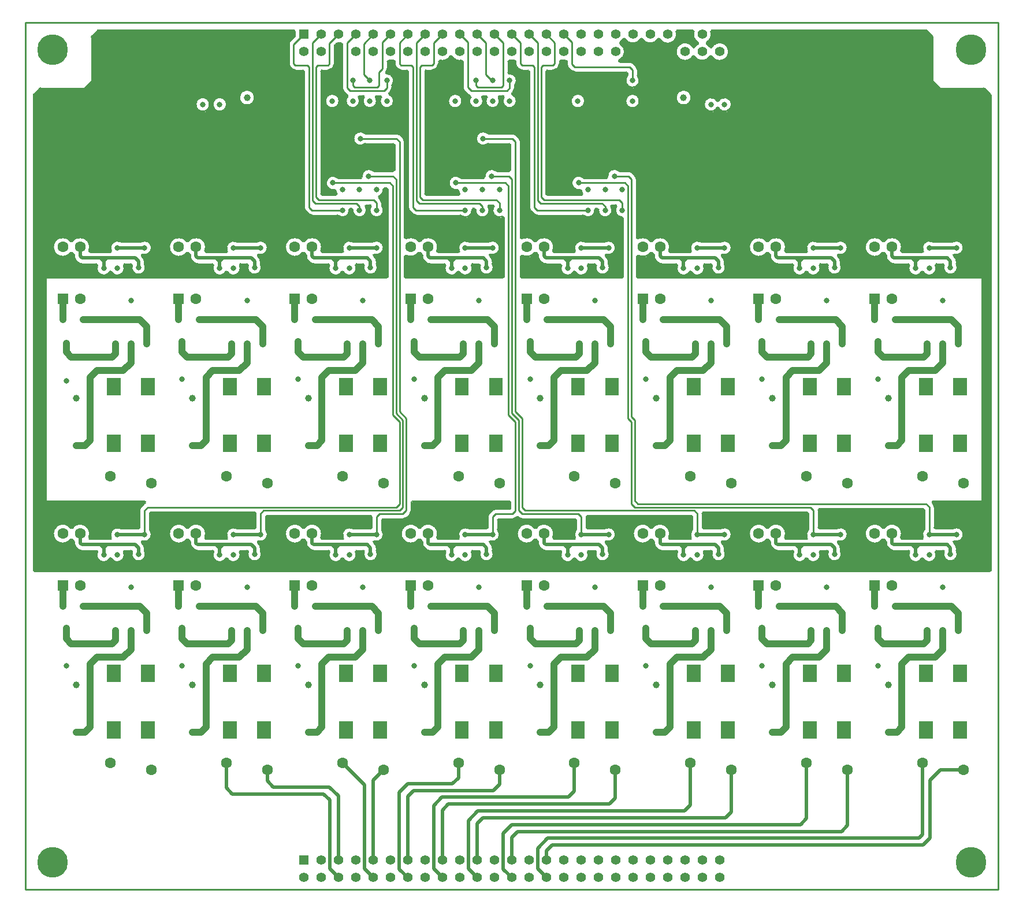
<source format=gbr>
*
*
G04 PADS Layout (Build Number 2005.266.2) generated Gerber (RS-274-X) file*
G04 PC Version=2.1*
*
%IN "cece_module_isoinput_10"*%
*
%MOMM*%
*
%FSLAX35Y35*%
*
*
*
*
G04 PC Standard Apertures*
*
*
G04 Thermal Relief Aperture macro.*
%AMTER*
1,1,$1,0,0*
1,0,$1-$2,0,0*
21,0,$3,$4,0,0,45*
21,0,$3,$4,0,0,135*
%
*
*
G04 Annular Aperture macro.*
%AMANN*
1,1,$1,0,0*
1,0,$2,0,0*
%
*
*
G04 Odd Aperture macro.*
%AMODD*
1,1,$1,0,0*
1,0,$1-0.005,0,0*
%
*
*
G04 PC Custom Aperture Macros*
*
*
*
*
*
*
G04 PC Aperture Table*
*
%ADD034R,1.4224X1.4224*%
%ADD035C,1.4224*%
%ADD058C,0.254*%
%ADD061C,1*%
%ADD062C,0.8*%
%ADD063C,0.5*%
%ADD098R,1.6X1.6*%
%ADD101R,2X2*%
%ADD103C,1.6*%
%ADD105C,4.5*%
%ADD106C,0.25*%
*
*
*
*
G04 PC Custom Flashes*
G04 Layer Name cece_module_isoinput_10 - flashes*
%LPD*%
*
*
G04 PC Circuitry*
G04 Layer Name cece_module_isoinput_10 - circuitry*
%LPD*%
*
G54D34*
G01X29482000Y13127000D03*
Y25227000D03*
G54D35*
Y12873000D03*
X29736000Y13127000D03*
Y12873000D03*
X29990000Y13127000D03*
Y12873000D03*
X30244000Y13127000D03*
Y12873000D03*
X30498000Y13127000D03*
Y12873000D03*
X30752000Y13127000D03*
Y12873000D03*
X31006000Y13127000D03*
Y12873000D03*
X31260000Y13127000D03*
Y12873000D03*
X31514000Y13127000D03*
Y12873000D03*
X31768000Y13127000D03*
Y12873000D03*
X32022000Y13127000D03*
Y12873000D03*
X32276000Y13127000D03*
Y12873000D03*
X32530000Y13127000D03*
Y12873000D03*
X32784000Y13127000D03*
Y12873000D03*
X33038000Y13127000D03*
Y12873000D03*
X33292000Y13127000D03*
Y12873000D03*
X33546000Y13127000D03*
Y12873000D03*
X33800000Y13127000D03*
Y12873000D03*
X34054000Y13127000D03*
Y12873000D03*
X34308000Y13127000D03*
Y12873000D03*
X34562000Y13127000D03*
Y12873000D03*
X34816000Y13127000D03*
Y12873000D03*
X35070000Y13127000D03*
Y12873000D03*
X35324000Y13127000D03*
Y12873000D03*
X35578000Y13127000D03*
Y12873000D03*
X29482000Y24973000D03*
X29736000Y25227000D03*
Y24973000D03*
X29990000Y25227000D03*
Y24973000D03*
X30244000Y25227000D03*
Y24973000D03*
X30498000Y25227000D03*
Y24973000D03*
X30752000Y25227000D03*
Y24973000D03*
X31006000Y25227000D03*
Y24973000D03*
X31260000Y25227000D03*
Y24973000D03*
X31514000Y25227000D03*
Y24973000D03*
X31768000Y25227000D03*
Y24973000D03*
X32022000Y25227000D03*
Y24973000D03*
X32276000Y25227000D03*
Y24973000D03*
X32530000Y25227000D03*
Y24973000D03*
X32784000Y25227000D03*
Y24973000D03*
X33038000Y25227000D03*
Y24973000D03*
X33292000Y25227000D03*
Y24973000D03*
X33546000Y25227000D03*
Y24973000D03*
X33800000Y25227000D03*
Y24973000D03*
X34054000Y25227000D03*
Y24973000D03*
X34308000Y25227000D03*
Y24973000D03*
X34562000Y25227000D03*
Y24973000D03*
X34816000Y25227000D03*
Y24973000D03*
X35070000Y25227000D03*
Y24973000D03*
X35324000Y25227000D03*
Y24973000D03*
X35578000Y25227000D03*
Y24973000D03*
G54D58*
X28762701Y24300000D02*
G75*
G03X28762701I-112701J0D01*
G01X28352701Y24200000D02*
G03X28352701I-102701J0D01*
G01X28102701D02*
G03X28102701I-102701J0D01*
G01X35162701Y24300000D02*
G03X35162701I-112701J0D01*
G01X34402701Y24250000D02*
G03X34402701I-102701J0D01*
G01X33602701D02*
G03X33602701I-102701J0D01*
G01X30002701D02*
G03X30002701I-102701J0D01*
G01X31802701D02*
G03X31802701I-102701J0D01*
G01X39547300Y17375401D02*
Y24339479D01*
G03X39543580Y24348459I-12700J0*
G01X39458459Y24433580*
G03X39449479Y24437300I-8980J-8980*
G01X38804740*
X38697300Y24544740*
Y25189479*
G03X38693580Y25198459I-12700J0*
G01X38608459Y25283580*
G03X38599479Y25287300I-8980J-8980*
G01X35462573*
G03X35450562Y25270474I0J-12700*
G01X35390737Y25111008D02*
G03X35450562Y25270474I-66737J115992D01*
G01X35390737Y25111008D02*
G03Y25088992I6333J-11008D01*
G01X35439992Y25039737D02*
G03X35390737Y25088992I-115992J-66737D01*
G01X35439992Y25039737D02*
G03X35462008I11008J6333D01*
G01Y24906263D02*
G03Y25039737I115992J66737D01*
G01Y24906263D02*
G03X35439992I-11008J-6333D01*
G01X35208008D02*
G03X35439992I115992J66737D01*
G01X35208008D02*
G03X35185992I-11008J-6333D01*
G01Y25039737D02*
G03Y24906263I-115992J-66737D01*
G01Y25039737D02*
G03X35208008I11008J6333D01*
G01X35257263Y25088992D02*
G03X35208008Y25039737I66737J-115992D01*
G01X35257263Y25088992D02*
G03Y25111008I-6333J11008D01*
G01X35197438Y25270474D02*
G03X35257263Y25111008I126562J-43474D01*
G01X35197438Y25270474D02*
G03X35185427Y25287300I-12011J4126D01*
G01X34954573*
G03X34942562Y25270474I0J-12700*
G01X34700008Y25160263D02*
G03X34942562Y25270474I115992J66737D01*
G01X34700008Y25160263D02*
G03X34677992I-11008J-6333D01*
G01X34446008D02*
G03X34677992I115992J66737D01*
G01X34446008D02*
G03X34423992I-11008J-6333D01*
G01X34192008D02*
G03X34423992I115992J66737D01*
G01X34192008D02*
G03X34169992I-11008J-6333D01*
G01X34120737Y25111008D02*
G03X34169992Y25160263I-66737J115992D01*
G01X34120737Y25111008D02*
G03Y25088992I6333J-11008D01*
G01X34105798Y24849611D02*
G03X34120737Y25088992I-51798J123389D01*
G01X34105798Y24849611D02*
G03X34110713Y24825201I4915J-11710D01*
G01X34110713D02*
X34256250D01*
X34309425Y24803175D02*
G03X34256250Y24825201I-53175J-53175D01*
G01X34309425Y24803175D02*
X34353175Y24759425D01*
X34375200Y24706250D02*
G03X34353175Y24759425I-75200J0D01*
G01X34375201Y24706250D02*
Y24624772D01*
X34375201D02*
G03X34378227Y24616543I12700J-0D01*
G01X34221773D02*
G03X34378227I78227J-66543D01*
G01X34221773D02*
G03X34224799Y24624772I-9674J8229D01*
G01X34224799D02*
Y24662099D01*
X34224799D02*
G03X34212099Y24674799I-12700J0D01*
G01X34212099D02*
X33453750D01*
X33400575Y24696825D02*
G03X33453750Y24674799I53175J53175D01*
G01X33400575Y24696825D02*
X33356825Y24740575D01*
X33334800Y24793750D02*
G03X33356825Y24740575I75200J0D01*
G01X33334799Y24793750D02*
Y24829604D01*
X33334799D02*
G03X33319491Y24842034I-12700J0D01*
G01X33251723Y24845385D02*
G03X33319490Y24842034I40277J127615D01*
G01X33251723Y24845385D02*
G03X33235201Y24833273I-3822J-12112D01*
G01X33235201D02*
Y24800000D01*
X33213175Y24746825D02*
G03X33235201Y24800000I-53175J53175D01*
G01X33213175Y24746825D02*
X33188175Y24721825D01*
X33135000Y24699800D02*
G03X33188175Y24721825I0J75200D01*
G01X33135000Y24699799D02*
X33047901D01*
X33047901D02*
G03X33035201Y24687099I-0J-12700D01*
G01X33035201D02*
Y22887901D01*
X33035201D02*
G03X33047901Y22875201I12700J-0D01*
G01X33047901D02*
X33552733D01*
X33552733D02*
G03X33563437Y22894735I-0J12700D01*
G01X33547913Y22938791D02*
G03X33563437Y22894735I102087J11209D01*
G01X33547913Y22938791D02*
G03X33532506Y22949796I-12624J-1387D01*
G01X33576543Y23128227D02*
G03X33532506Y22949796I-66543J-78227D01*
G01X33576543Y23128227D02*
G03X33584772Y23125201I8229J9674D01*
G01X33584772D02*
X33920236D01*
X33920236D02*
G03X33932866Y23139232I-0J12700D01*
G01X34101543Y23228227D02*
G03X33932866Y23139232I-66543J-78227D01*
G01X34101543Y23228227D02*
G03X34109772Y23225201I8229J9674D01*
G01X34109772D02*
X34241250D01*
X34294425Y23203175D02*
G03X34241250Y23225201I-53175J-53175D01*
G01X34294425Y23203175D02*
X34338175Y23159425D01*
X34360200Y23106250D02*
G03X34338175Y23159425I-75200J0D01*
G01X34360201Y23106250D02*
Y22246926D01*
X34360201D02*
G03X34379201Y22235899I12700J-0D01*
G01X34566621Y22194237D02*
G03X34379202Y22235899I-116621J-82237D01*
G01X34566621Y22194237D02*
G03X34587379I10379J7319D01*
G01X34835011Y22055435D02*
G03X34587379Y22194237I-131011J56565D01*
G01X34835011Y22055435D02*
G03X34846670Y22037701I11659J-5034D01*
G01X34846670D02*
X35000000D01*
X35000000D02*
X35050000D01*
X35050000D02*
X35100000D01*
X35100000D02*
X35145802D01*
X35145802D02*
G03X35157269Y22055859I0J12700D01*
G01X35300633Y22189351D02*
G03X35157269Y22055859I-50633J-89351D01*
G01X35300634Y22189351D02*
G03X35306895Y22187701I6261J11050D01*
G01X35306895D02*
X35593105D01*
X35593105D02*
G03X35599367Y22189351I0J12700D01*
G01X35619813Y22001836D02*
G03X35599367Y22189351I30187J98164D01*
G01X35619813Y22001836D02*
G03X35607099Y21980717I-3733J-12139D01*
G01X35623114Y21964703*
X35648800Y21902689D02*
G03X35623114Y21964703I-87700J0D01*
G01X35648801Y21902689D02*
Y21867195D01*
X35648801D02*
G03X35650451Y21860933I12700J-0D01*
G01X35464538Y21845275D02*
G03X35650451Y21860933I96562J-34975D01*
G01X35464538Y21845275D02*
G03X35452597Y21862299I-11941J4324D01*
G01X35452597D02*
X35354198D01*
X35354198D02*
G03X35342731Y21844141I-0J-12700D01*
G01X35161005Y21748743D02*
G03X35342731Y21844141I88995J51257D01*
G01X35161005Y21748743D02*
G03X35138995I-11005J-6339D01*
G01X34957269Y21844141D02*
G03X35138995Y21748743I92731J-44141D01*
G01X34957269Y21844141D02*
G03X34945802Y21862299I-11467J5458D01*
G01X34945802D02*
X34729000D01*
X34666986Y21887986D02*
G03X34729000Y21862299I62014J62014D01*
G01X34666986Y21887986D02*
X34641986Y21912986D01*
X34616300Y21975000D02*
G03X34641986Y21912986I87700J0D01*
G01X34616299Y21975000D02*
Y21993387D01*
X34616299D02*
G03X34611805Y22003080I-12700J-0D01*
G01X34587379Y22029763D02*
G03X34611805Y22003081I116621J82237D01*
G01X34587379Y22029763D02*
G03X34566621I-10379J-7319D01*
G01X34379202Y21988101D02*
G03X34566621Y22029763I70798J123899D01*
G01X34379201Y21988101D02*
G03X34360201Y21977074I-6300J-11027D01*
G01X34360201D02*
Y21675401D01*
X34360201D02*
G03X34372901Y21662701I12700J-0D01*
G01X34372901D02*
X39410000D01*
X39422701Y21650000D02*
G03X39410000Y21662701I-12701J0D01*
G01X39422701Y21650000D02*
Y18400000D01*
X39410000Y18387299D02*
G03X39422701Y18400000I0J12701D01*
G01X39410000Y18387299D02*
X38705961D01*
X38705961D02*
G03X38696980Y18365619I-0J-12700D01*
G01X38703175Y18359425*
X38725200Y18306250D02*
G03X38703175Y18359425I-75200J0D01*
G01X38725201Y18306250D02*
Y18000401D01*
X38725201D02*
G03X38737901Y17987701I12700J-0D01*
G01X38737901D02*
X38993105D01*
X38993105D02*
G03X38999367Y17989351I0J12700D01*
G01X39019813Y17801836D02*
G03X38999367Y17989351I30187J98164D01*
G01X39019813Y17801836D02*
G03X39007099Y17780717I-3733J-12139D01*
G01X39023114Y17764703*
X39048800Y17702689D02*
G03X39023114Y17764703I-87700J0D01*
G01X39048801Y17702689D02*
Y17667195D01*
X39048801D02*
G03X39050451Y17660933I12700J-0D01*
G01X38864538Y17645275D02*
G03X39050451Y17660933I96562J-34975D01*
G01X38864538Y17645275D02*
G03X38852597Y17662299I-11941J4324D01*
G01X38852597D02*
X38754198D01*
X38754198D02*
G03X38742731Y17644141I-0J-12700D01*
G01X38561005Y17548743D02*
G03X38742731Y17644141I88995J51257D01*
G01X38561005Y17548743D02*
G03X38538995I-11005J-6339D01*
G01X38357269Y17644141D02*
G03X38538995Y17548743I92731J-44141D01*
G01X38357269Y17644141D02*
G03X38345802Y17662299I-11467J5458D01*
G01X38345802D02*
X38129000D01*
X38066986Y17687986D02*
G03X38129000Y17662299I62014J62014D01*
G01X38066986Y17687986D02*
X38041986Y17712986D01*
X38016300Y17775000D02*
G03X38041986Y17712986I87700J0D01*
G01X38016299Y17775000D02*
Y17793387D01*
X38016299D02*
G03X38011805Y17803080I-12700J-0D01*
G01X37987379Y17829763D02*
G03X38011805Y17803081I116621J82237D01*
G01X37987379Y17829763D02*
G03X37966621I-10379J-7319D01*
G01Y17994237D02*
G03Y17829763I-116621J-82237D01*
G01Y17994237D02*
G03X37987379I10379J7319D01*
G01X38235011Y17855435D02*
G03X37987379Y17994237I-131011J56565D01*
G01X38235011Y17855435D02*
G03X38246670Y17837701I11659J-5034D01*
G01X38246670D02*
X38400000D01*
X38400000D02*
X38450000D01*
X38450000D02*
X38500000D01*
X38500000D02*
X38545802D01*
X38545802D02*
G03X38557269Y17855859I0J12700D01*
G01X38571773Y17966543D02*
G03X38557269Y17855859I78227J-66543D01*
G01X38571773Y17966543D02*
G03X38574799Y17974772I-9674J8229D01*
G01X38574799D02*
Y18262099D01*
X38574799D02*
G03X38562099Y18274799I-12700J0D01*
G01X38562099D02*
X37037706D01*
X37037706D02*
G03X37025034Y18261254I-0J-12700D01*
G01X37025200Y18256250D02*
G03X37025034Y18261254I-75200J0D01*
G01X37025201Y18256250D02*
Y18000401D01*
X37025201D02*
G03X37037901Y17987701I12700J-0D01*
G01X37037901D02*
X37293105D01*
X37293105D02*
G03X37299367Y17989351I0J12700D01*
G01X37319813Y17801836D02*
G03X37299367Y17989351I30187J98164D01*
G01X37319813Y17801836D02*
G03X37307099Y17780717I-3733J-12139D01*
G01X37323114Y17764703*
X37348800Y17702689D02*
G03X37323114Y17764703I-87700J0D01*
G01X37348801Y17702689D02*
Y17667195D01*
X37348801D02*
G03X37350451Y17660933I12700J-0D01*
G01X37164538Y17645275D02*
G03X37350451Y17660933I96562J-34975D01*
G01X37164538Y17645275D02*
G03X37152597Y17662299I-11941J4324D01*
G01X37152597D02*
X37054198D01*
X37054198D02*
G03X37042731Y17644141I-0J-12700D01*
G01X36861005Y17548743D02*
G03X37042731Y17644141I88995J51257D01*
G01X36861005Y17548743D02*
G03X36838995I-11005J-6339D01*
G01X36657269Y17644141D02*
G03X36838995Y17548743I92731J-44141D01*
G01X36657269Y17644141D02*
G03X36645802Y17662299I-11467J5458D01*
G01X36645802D02*
X36429000D01*
X36366986Y17687986D02*
G03X36429000Y17662299I62014J62014D01*
G01X36366986Y17687986D02*
X36341986Y17712986D01*
X36316300Y17775000D02*
G03X36341986Y17712986I87700J0D01*
G01X36316299Y17775000D02*
Y17793387D01*
X36316299D02*
G03X36311805Y17803080I-12700J-0D01*
G01X36287379Y17829763D02*
G03X36311805Y17803081I116621J82237D01*
G01X36287379Y17829763D02*
G03X36266621I-10379J-7319D01*
G01Y17994237D02*
G03Y17829763I-116621J-82237D01*
G01Y17994237D02*
G03X36287379I10379J7319D01*
G01X36535011Y17855435D02*
G03X36287379Y17994237I-131011J56565D01*
G01X36535011Y17855435D02*
G03X36546670Y17837701I11659J-5034D01*
G01X36546670D02*
X36700000D01*
X36700000D02*
X36750000D01*
X36750000D02*
X36800000D01*
X36800000D02*
X36845802D01*
X36845802D02*
G03X36857269Y17855859I0J12700D01*
G01X36871773Y17966543D02*
G03X36857269Y17855859I78227J-66543D01*
G01X36871773Y17966543D02*
G03X36874799Y17974772I-9674J8229D01*
G01X36874799D02*
Y18212099D01*
X36874799D02*
G03X36862099Y18224799I-12700J0D01*
G01X36862099D02*
X35337706D01*
X35337706D02*
G03X35325034Y18211254I-0J-12700D01*
G01X35325200Y18206250D02*
G03X35325034Y18211254I-75200J0D01*
G01X35325201Y18206250D02*
Y18000401D01*
X35325201D02*
G03X35337901Y17987701I12700J-0D01*
G01X35337901D02*
X35593105D01*
X35593105D02*
G03X35599367Y17989351I0J12700D01*
G01X35619813Y17801836D02*
G03X35599367Y17989351I30187J98164D01*
G01X35619813Y17801836D02*
G03X35607099Y17780717I-3733J-12139D01*
G01X35623114Y17764703*
X35648800Y17702689D02*
G03X35623114Y17764703I-87700J0D01*
G01X35648801Y17702689D02*
Y17667195D01*
X35648801D02*
G03X35650451Y17660933I12700J-0D01*
G01X35464538Y17645275D02*
G03X35650451Y17660933I96562J-34975D01*
G01X35464538Y17645275D02*
G03X35452597Y17662299I-11941J4324D01*
G01X35452597D02*
X35354198D01*
X35354198D02*
G03X35342731Y17644141I-0J-12700D01*
G01X35161005Y17548743D02*
G03X35342731Y17644141I88995J51257D01*
G01X35161005Y17548743D02*
G03X35138995I-11005J-6339D01*
G01X34957269Y17644141D02*
G03X35138995Y17548743I92731J-44141D01*
G01X34957269Y17644141D02*
G03X34945802Y17662299I-11467J5458D01*
G01X34945802D02*
X34729000D01*
X34666986Y17687986D02*
G03X34729000Y17662299I62014J62014D01*
G01X34666986Y17687986D02*
X34641986Y17712986D01*
X34616300Y17775000D02*
G03X34641986Y17712986I87700J0D01*
G01X34616299Y17775000D02*
Y17793387D01*
X34616299D02*
G03X34611805Y17803080I-12700J-0D01*
G01X34587379Y17829763D02*
G03X34611805Y17803081I116621J82237D01*
G01X34587379Y17829763D02*
G03X34566621I-10379J-7319D01*
G01Y17994237D02*
G03Y17829763I-116621J-82237D01*
G01Y17994237D02*
G03X34587379I10379J7319D01*
G01X34835011Y17855435D02*
G03X34587379Y17994237I-131011J56565D01*
G01X34835011Y17855435D02*
G03X34846670Y17837701I11659J-5034D01*
G01X34846670D02*
X35000000D01*
X35000000D02*
X35050000D01*
X35050000D02*
X35100000D01*
X35100000D02*
X35145802D01*
X35145802D02*
G03X35157269Y17855859I0J12700D01*
G01X35171773Y17966543D02*
G03X35157269Y17855859I78227J-66543D01*
G01X35171773Y17966543D02*
G03X35174799Y17974772I-9674J8229D01*
G01X35174799D02*
Y18162099D01*
X35174799D02*
G03X35162099Y18174799I-12700J0D01*
G01X35162099D02*
X33637706D01*
X33637706D02*
G03X33625034Y18161254I-0J-12700D01*
G01X33625200Y18156250D02*
G03X33625034Y18161254I-75200J0D01*
G01X33625201Y18156250D02*
Y18000401D01*
X33625201D02*
G03X33637901Y17987701I12700J-0D01*
G01X33637901D02*
X33893105D01*
X33893105D02*
G03X33899367Y17989351I0J12700D01*
G01X33919813Y17801836D02*
G03X33899367Y17989351I30187J98164D01*
G01X33919813Y17801836D02*
G03X33907099Y17780717I-3733J-12139D01*
G01X33923114Y17764703*
X33948800Y17702689D02*
G03X33923114Y17764703I-87700J0D01*
G01X33948801Y17702689D02*
Y17667195D01*
X33948801D02*
G03X33950451Y17660933I12700J-0D01*
G01X33764538Y17645275D02*
G03X33950451Y17660933I96562J-34975D01*
G01X33764538Y17645275D02*
G03X33752597Y17662299I-11941J4324D01*
G01X33752597D02*
X33654198D01*
X33654198D02*
G03X33642731Y17644141I-0J-12700D01*
G01X33461005Y17548743D02*
G03X33642731Y17644141I88995J51257D01*
G01X33461005Y17548743D02*
G03X33438995I-11005J-6339D01*
G01X33257269Y17644141D02*
G03X33438995Y17548743I92731J-44141D01*
G01X33257269Y17644141D02*
G03X33245802Y17662299I-11467J5458D01*
G01X33245802D02*
X33029000D01*
X32966986Y17687986D02*
G03X33029000Y17662299I62014J62014D01*
G01X32966986Y17687986D02*
X32941986Y17712986D01*
X32916300Y17775000D02*
G03X32941986Y17712986I87700J0D01*
G01X32916299Y17775000D02*
Y17793387D01*
X32916299D02*
G03X32911805Y17803080I-12700J-0D01*
G01X32887379Y17829763D02*
G03X32911805Y17803081I116621J82237D01*
G01X32887379Y17829763D02*
G03X32866621I-10379J-7319D01*
G01Y17994237D02*
G03Y17829763I-116621J-82237D01*
G01Y17994237D02*
G03X32887379I10379J7319D01*
G01X33135011Y17855435D02*
G03X32887379Y17994237I-131011J56565D01*
G01X33135011Y17855435D02*
G03X33146670Y17837701I11659J-5034D01*
G01X33146670D02*
X33300000D01*
X33300000D02*
X33350000D01*
X33350000D02*
X33400000D01*
X33400000D02*
X33445802D01*
X33445802D02*
G03X33457269Y17855859I0J12700D01*
G01X33471773Y17966543D02*
G03X33457269Y17855859I78227J-66543D01*
G01X33471773Y17966543D02*
G03X33474799Y17974772I-9674J8229D01*
G01X33474799D02*
Y18112099D01*
X33474799D02*
G03X33462099Y18124799I-12700J0D01*
G01X33462099D02*
X32685000D01*
X32631825Y18146825D02*
G03X32685000Y18124799I53175J53175D01*
G01X32631825Y18146825D02*
X32622105Y18156545D01*
G03X32604145I-8980J-8980*
G01X32594425Y18146825*
X32541250Y18124800D02*
G03X32594425Y18146825I0J75200D01*
G01X32541250Y18124799D02*
X32337901D01*
X32337901D02*
G03X32325201Y18112099I-0J-12700D01*
G01X32325201D02*
Y17974772D01*
X32325201D02*
G03X32328227Y17966543I12700J-0D01*
G01X32219813Y17801836D02*
G03X32328227Y17966543I30187J98164D01*
G01X32219813Y17801836D02*
G03X32207099Y17780717I-3733J-12139D01*
G01X32223114Y17764703*
X32248800Y17702689D02*
G03X32223114Y17764703I-87700J0D01*
G01X32248801Y17702689D02*
Y17667195D01*
X32248801D02*
G03X32250451Y17660933I12700J-0D01*
G01X32064538Y17645275D02*
G03X32250451Y17660933I96562J-34975D01*
G01X32064538Y17645275D02*
G03X32052597Y17662299I-11941J4324D01*
G01X32052597D02*
X31954198D01*
X31954198D02*
G03X31942731Y17644141I-0J-12700D01*
G01X31761005Y17548743D02*
G03X31942731Y17644141I88995J51257D01*
G01X31761005Y17548743D02*
G03X31738995I-11005J-6339D01*
G01X31557269Y17644141D02*
G03X31738995Y17548743I92731J-44141D01*
G01X31557269Y17644141D02*
G03X31545802Y17662299I-11467J5458D01*
G01X31545802D02*
X31329000D01*
X31266986Y17687986D02*
G03X31329000Y17662299I62014J62014D01*
G01X31266986Y17687986D02*
X31241986Y17712986D01*
X31216300Y17775000D02*
G03X31241986Y17712986I87700J0D01*
G01X31216299Y17775000D02*
Y17793387D01*
X31216299D02*
G03X31211805Y17803080I-12700J-0D01*
G01X31187379Y17829763D02*
G03X31211805Y17803081I116621J82237D01*
G01X31187379Y17829763D02*
G03X31166621I-10379J-7319D01*
G01Y17994237D02*
G03Y17829763I-116621J-82237D01*
G01Y17994237D02*
G03X31187379I10379J7319D01*
G01X31435011Y17855435D02*
G03X31187379Y17994237I-131011J56565D01*
G01X31435011Y17855435D02*
G03X31446670Y17837701I11659J-5034D01*
G01X31446670D02*
X31600000D01*
X31600000D02*
X31650000D01*
X31650000D02*
X31700000D01*
X31700000D02*
X31745802D01*
X31745802D02*
G03X31757269Y17855859I0J12700D01*
G01X31900633Y17989351D02*
G03X31757269Y17855859I-50633J-89351D01*
G01X31900634Y17989351D02*
G03X31906895Y17987701I6261J11050D01*
G01X31906895D02*
X32162099D01*
X32162099D02*
G03X32174799Y18000401I0J12700D01*
G01X32174799D02*
Y18156250D01*
X32196825Y18209425D02*
G03X32174799Y18156250I53175J-53175D01*
G01X32196825Y18209425D02*
X32240575Y18253175D01*
X32293750Y18275200D02*
G03X32240575Y18253175I0J-75200D01*
G01X32293750Y18275201D02*
X32497099D01*
X32497099D02*
G03X32509799Y18287901I0J12700D01*
G01X32509799D02*
Y18374599D01*
X32509799D02*
G03X32497099Y18387299I-12700J0D01*
G01X32497099D02*
X31072901D01*
X31072901D02*
G03X31060201Y18374599I-0J-12700D01*
G01X31060201D02*
Y18250000D01*
X31038175Y18196825D02*
G03X31060201Y18250000I-53175J53175D01*
G01X31038175Y18196825D02*
X30988175Y18146825D01*
X30935000Y18124800D02*
G03X30988175Y18146825I0J75200D01*
G01X30935000Y18124799D02*
X30637901D01*
X30637901D02*
G03X30625201Y18112099I-0J-12700D01*
G01X30625201D02*
Y17974772D01*
X30625201D02*
G03X30628227Y17966543I12700J-0D01*
G01X30519813Y17801836D02*
G03X30628227Y17966543I30187J98164D01*
G01X30519813Y17801836D02*
G03X30507099Y17780717I-3733J-12139D01*
G01X30523114Y17764703*
X30548800Y17702689D02*
G03X30523114Y17764703I-87700J0D01*
G01X30548801Y17702689D02*
Y17667195D01*
X30548801D02*
G03X30550451Y17660933I12700J-0D01*
G01X30364538Y17645275D02*
G03X30550451Y17660933I96562J-34975D01*
G01X30364538Y17645275D02*
G03X30352597Y17662299I-11941J4324D01*
G01X30352597D02*
X30254198D01*
X30254198D02*
G03X30242731Y17644141I-0J-12700D01*
G01X30061005Y17548743D02*
G03X30242731Y17644141I88995J51257D01*
G01X30061005Y17548743D02*
G03X30038995I-11005J-6339D01*
G01X29857269Y17644141D02*
G03X30038995Y17548743I92731J-44141D01*
G01X29857269Y17644141D02*
G03X29845802Y17662299I-11467J5458D01*
G01X29845802D02*
X29629000D01*
X29566986Y17687986D02*
G03X29629000Y17662299I62014J62014D01*
G01X29566986Y17687986D02*
X29541986Y17712986D01*
X29516300Y17775000D02*
G03X29541986Y17712986I87700J0D01*
G01X29516299Y17775000D02*
Y17793387D01*
X29516299D02*
G03X29511805Y17803080I-12700J-0D01*
G01X29487379Y17829763D02*
G03X29511805Y17803081I116621J82237D01*
G01X29487379Y17829763D02*
G03X29466621I-10379J-7319D01*
G01Y17994237D02*
G03Y17829763I-116621J-82237D01*
G01Y17994237D02*
G03X29487379I10379J7319D01*
G01X29735011Y17855435D02*
G03X29487379Y17994237I-131011J56565D01*
G01X29735011Y17855435D02*
G03X29746670Y17837701I11659J-5034D01*
G01X29746670D02*
X29900000D01*
X29900000D02*
X29950000D01*
X29950000D02*
X30000000D01*
X30000000D02*
X30045802D01*
X30045802D02*
G03X30057269Y17855859I0J12700D01*
G01X30200633Y17989351D02*
G03X30057269Y17855859I-50633J-89351D01*
G01X30200634Y17989351D02*
G03X30206895Y17987701I6261J11050D01*
G01X30206895D02*
X30462099D01*
X30462099D02*
G03X30474799Y18000401I0J12700D01*
G01X30474799D02*
Y18156250D01*
X30474966Y18161254D02*
G03X30474799Y18156250I75034J-5004D01*
G01X30474966Y18161254D02*
G03X30462294Y18174799I-12672J845D01*
G01X30462294D02*
X28937901D01*
X28937901D02*
G03X28925201Y18162099I-0J-12700D01*
G01X28925201D02*
Y17974772D01*
X28925201D02*
G03X28928227Y17966543I12700J-0D01*
G01X28819813Y17801836D02*
G03X28928227Y17966543I30187J98164D01*
G01X28819813Y17801836D02*
G03X28807099Y17780717I-3733J-12139D01*
G01X28823114Y17764703*
X28848800Y17702689D02*
G03X28823114Y17764703I-87700J0D01*
G01X28848801Y17702689D02*
Y17667195D01*
X28848801D02*
G03X28850451Y17660933I12700J-0D01*
G01X28664538Y17645275D02*
G03X28850451Y17660933I96562J-34975D01*
G01X28664538Y17645275D02*
G03X28652597Y17662299I-11941J4324D01*
G01X28652597D02*
X28554198D01*
X28554198D02*
G03X28542731Y17644141I-0J-12700D01*
G01X28361005Y17548743D02*
G03X28542731Y17644141I88995J51257D01*
G01X28361005Y17548743D02*
G03X28338995I-11005J-6339D01*
G01X28157269Y17644141D02*
G03X28338995Y17548743I92731J-44141D01*
G01X28157269Y17644141D02*
G03X28145802Y17662299I-11467J5458D01*
G01X28145802D02*
X27929000D01*
X27866986Y17687986D02*
G03X27929000Y17662299I62014J62014D01*
G01X27866986Y17687986D02*
X27841986Y17712986D01*
X27816300Y17775000D02*
G03X27841986Y17712986I87700J0D01*
G01X27816299Y17775000D02*
Y17793387D01*
X27816299D02*
G03X27811805Y17803080I-12700J-0D01*
G01X27787379Y17829763D02*
G03X27811805Y17803081I116621J82237D01*
G01X27787379Y17829763D02*
G03X27766621I-10379J-7319D01*
G01Y17994237D02*
G03Y17829763I-116621J-82237D01*
G01Y17994237D02*
G03X27787379I10379J7319D01*
G01X28035011Y17855435D02*
G03X27787379Y17994237I-131011J56565D01*
G01X28035011Y17855435D02*
G03X28046670Y17837701I11659J-5034D01*
G01X28046670D02*
X28200000D01*
X28200000D02*
X28250000D01*
X28250000D02*
X28300000D01*
X28300000D02*
X28345802D01*
X28345802D02*
G03X28357269Y17855859I0J12700D01*
G01X28500633Y17989351D02*
G03X28357269Y17855859I-50633J-89351D01*
G01X28500634Y17989351D02*
G03X28506895Y17987701I6261J11050D01*
G01X28506895D02*
X28762099D01*
X28762099D02*
G03X28774799Y18000401I0J12700D01*
G01X28774799D02*
Y18206250D01*
X28774966Y18211254D02*
G03X28774799Y18206250I75034J-5004D01*
G01X28774966Y18211254D02*
G03X28762294Y18224799I-12672J845D01*
G01X28762294D02*
X27237901D01*
X27237901D02*
G03X27225201Y18212099I-0J-12700D01*
G01X27225201D02*
Y17974772D01*
X27225201D02*
G03X27228227Y17966543I12700J-0D01*
G01X27119813Y17801836D02*
G03X27228227Y17966543I30187J98164D01*
G01X27119813Y17801836D02*
G03X27107099Y17780717I-3733J-12139D01*
G01X27123114Y17764703*
X27148800Y17702689D02*
G03X27123114Y17764703I-87700J0D01*
G01X27148801Y17702689D02*
Y17667195D01*
X27148801D02*
G03X27150451Y17660933I12700J-0D01*
G01X26964538Y17645275D02*
G03X27150451Y17660933I96562J-34975D01*
G01X26964538Y17645275D02*
G03X26952597Y17662299I-11941J4324D01*
G01X26952597D02*
X26854198D01*
X26854198D02*
G03X26842731Y17644141I-0J-12700D01*
G01X26661005Y17548743D02*
G03X26842731Y17644141I88995J51257D01*
G01X26661005Y17548743D02*
G03X26638995I-11005J-6339D01*
G01X26457269Y17644141D02*
G03X26638995Y17548743I92731J-44141D01*
G01X26457269Y17644141D02*
G03X26445802Y17662299I-11467J5458D01*
G01X26445802D02*
X26229000D01*
X26166986Y17687986D02*
G03X26229000Y17662299I62014J62014D01*
G01X26166986Y17687986D02*
X26141986Y17712986D01*
X26116300Y17775000D02*
G03X26141986Y17712986I87700J0D01*
G01X26116299Y17775000D02*
Y17793387D01*
X26116299D02*
G03X26111805Y17803080I-12700J-0D01*
G01X26087379Y17829763D02*
G03X26111805Y17803081I116621J82237D01*
G01X26087379Y17829763D02*
G03X26066621I-10379J-7319D01*
G01Y17994237D02*
G03Y17829763I-116621J-82237D01*
G01Y17994237D02*
G03X26087379I10379J7319D01*
G01X26335011Y17855435D02*
G03X26087379Y17994237I-131011J56565D01*
G01X26335011Y17855435D02*
G03X26346670Y17837701I11659J-5034D01*
G01X26346670D02*
X26500000D01*
X26500000D02*
X26550000D01*
X26550000D02*
X26600000D01*
X26600000D02*
X26645802D01*
X26645802D02*
G03X26657269Y17855859I0J12700D01*
G01X26800633Y17989351D02*
G03X26657269Y17855859I-50633J-89351D01*
G01X26800634Y17989351D02*
G03X26806895Y17987701I6261J11050D01*
G01X26806895D02*
X27062099D01*
X27062099D02*
G03X27074799Y18000401I0J12700D01*
G01X27074799D02*
Y18256250D01*
X27096825Y18309425D02*
G03X27074799Y18256250I53175J-53175D01*
G01X27096825Y18309425D02*
X27140575Y18353175D01*
X27153976Y18363821D02*
G03X27140575Y18353175I39774J-63821D01*
G01X27153976Y18363821D02*
G03X27147259Y18387299I-6717J10778D01*
G01X27147259D02*
X25710000D01*
X25697299Y18400000D02*
G03X25710000Y18387299I12701J0D01*
G01X25697299Y18400000D02*
Y21650000D01*
X25710000Y21662701D02*
G03X25697299Y21650000I0J-12701D01*
G01X25710000Y21662701D02*
X30697099D01*
X30697099D02*
G03X30709799Y21675401I0J12700D01*
G01X30709799D02*
Y22962099D01*
X30709799D02*
G03X30697099Y22974799I-12700J0D01*
G01X30697099D02*
X30664764D01*
X30664764D02*
G03X30652134Y22960768I0J-12700D01*
G01X30584820Y22853382D02*
G03X30652134Y22960768I-34820J96618D01*
G01X30584820Y22853382D02*
G03X30580145Y22832454I4306J-11948D01*
G01X30603175Y22809425*
X30625200Y22756250D02*
G03X30603175Y22809425I-75200J0D01*
G01X30625201Y22756250D02*
Y22724772D01*
X30625201D02*
G03X30628227Y22716543I12700J-0D01*
G01X30463437Y22705265D02*
G03X30628227Y22716543I86563J-55265D01*
G01X30463437Y22705265D02*
G03X30452733Y22724799I-10704J6834D01*
G01X30452733D02*
X30397267D01*
X30397267D02*
G03X30386563Y22705265I0J-12700D01*
G01X30197866Y22660768D02*
G03X30386563Y22705265I102134J-10768D01*
G01X30197865Y22660768D02*
G03X30185236Y22674799I-12629J1331D01*
G01X30185236D02*
X30164764D01*
X30164764D02*
G03X30152134Y22660768I0J-12700D01*
G01X29983457Y22571773D02*
G03X30152134Y22660768I66543J78227D01*
G01X29983457Y22571773D02*
G03X29975228Y22574799I-8229J-9674D01*
G01X29975228D02*
X29603750D01*
X29550575Y22596825D02*
G03X29603750Y22574799I53175J53175D01*
G01X29550575Y22596825D02*
X29506825Y22640575D01*
X29484800Y22693750D02*
G03X29506825Y22640575I75200J0D01*
G01X29484799Y22693750D02*
Y24687099D01*
X29484799D02*
G03X29472099Y24699799I-12700J0D01*
G01X29472099D02*
X29360000D01*
X29306825Y24721825D02*
G03X29360000Y24699799I53175J53175D01*
G01X29306825Y24721825D02*
X29281825Y24746825D01*
X29259800Y24800000D02*
G03X29281825Y24746825I75200J0D01*
G01X29259799Y24800000D02*
Y25080000D01*
X29281825Y25133175D02*
G03X29259799Y25080000I53175J-53175D01*
G01X29281825Y25133175D02*
X29344460Y25195809D01*
G03X29348179Y25204790I-8981J8981*
G01X29348179D02*
Y25274600D01*
X29348179D02*
G03X29335479Y25287300I-12700J0D01*
G01X29335479D02*
X26470521D01*
G03X26461541Y25283580I-0J-12700*
G01X26376420Y25198459*
G03X26372700Y25189479I8980J-8980*
G01Y24544740*
X26265260Y24437300*
X25620521*
G03X25611541Y24433580I-0J-12700*
G01X25526420Y24348459*
G03X25522700Y24339479I8980J-8980*
G01Y17375401*
X25522700D02*
G03X25535400Y17362701I12700J-0D01*
G01X25535400D02*
X39534600D01*
X39534600D02*
G03X39547300Y17375401I0J12700D01*
G01X32409799Y21675401D02*
Y22544649D01*
X32409799D02*
G03X32391916Y22556243I-12700J-0D01*
G01X32263437Y22705265D02*
G03X32391916Y22556243I86563J-55265D01*
G01X32263437Y22705265D02*
G03X32252733Y22724799I-10704J6834D01*
G01X32252733D02*
X32197267D01*
X32197267D02*
G03X32186563Y22705265I0J-12700D01*
G01X31997866Y22660768D02*
G03X32186563Y22705265I102134J-10768D01*
G01X31997865Y22660768D02*
G03X31985236Y22674799I-12629J1331D01*
G01X31985236D02*
X31964764D01*
X31964764D02*
G03X31952134Y22660768I0J-12700D01*
G01X31783457Y22571773D02*
G03X31952134Y22660768I66543J78227D01*
G01X31783457Y22571773D02*
G03X31775228Y22574799I-8229J-9674D01*
G01X31775228D02*
X31128750D01*
X31075575Y22596825D02*
G03X31128750Y22574799I53175J53175D01*
G01X31075575Y22596825D02*
X31031825Y22640575D01*
X31009800Y22693750D02*
G03X31031825Y22640575I75200J0D01*
G01X31009799Y22693750D02*
Y24687099D01*
X31009799D02*
G03X30997099Y24699799I-12700J0D01*
G01X30997099D02*
X30910000D01*
X30856825Y24721825D02*
G03X30910000Y24699799I53175J53175D01*
G01X30856825Y24721825D02*
X30831825Y24746825D01*
X30809800Y24800000D02*
G03X30831825Y24746825I75200J0D01*
G01X30809799Y24800000D02*
Y24833593D01*
X30809799D02*
G03X30793190Y24845676I-12700J0D01*
G01X30725423Y24841845D02*
G03X30793190Y24845676I26577J131155D01*
G01X30725423Y24841845D02*
G03X30710201Y24829398I-2522J-12447D01*
G01X30710201D02*
Y24725000D01*
X30690274Y24674011D02*
G03X30710201Y24725000I-55274J50989D01*
G01X30690274Y24674011D02*
G03X30699652Y24652700I9335J-8611D01*
G01X30778227Y24483457D02*
G03X30699652Y24652700I-78227J66543D01*
G01X30778227Y24483457D02*
G03X30775201Y24475228I9674J-8229D01*
G01X30775201D02*
Y24440000D01*
X30753175Y24386825D02*
G03X30775201Y24440000I-53175J53175D01*
G01X30753175Y24386825D02*
X30732873Y24366524D01*
X30732873D02*
G03X30737247Y24345708I8980J-8981D01*
G01X30613437Y24305265D02*
G03X30737247Y24345708I86563J-55265D01*
G01X30613437Y24305265D02*
G03X30602733Y24324799I-10704J6834D01*
G01X30602733D02*
X30547267D01*
X30547267D02*
G03X30536563Y24305265I0J-12700D01*
G01X30363437D02*
G03X30536563I86563J-55265D01*
G01X30363437D02*
G03X30352733Y24324799I-10704J6834D01*
G01X30352733D02*
X30297267D01*
X30297267D02*
G03X30286563Y24305265I0J-12700D01*
G01X30122526Y24317418D02*
G03X30286563Y24305265I77474J-67418D01*
G01X30122526Y24317418D02*
G03X30119744Y24336482I-9581J8337D01*
G01X30106825Y24346825D02*
G03X30119744Y24336482I53175J53175D01*
G01X30106825Y24346825D02*
X30066825Y24386825D01*
X30044800Y24440000D02*
G03X30066825Y24386825I75200J0D01*
G01X30044799Y24440000D02*
Y25086658D01*
X30044799D02*
G03X30028450Y25098822I-12700J-0D01*
G01X29971062Y25094526D02*
G03X30028450Y25098822I18938J132474D01*
G01X29971062Y25094526D02*
G03X29960284Y25090934I-1798J-12572D01*
G01X29938920Y25069571*
G03X29935201Y25060590I8981J-8981*
G01X29935201D02*
Y24800000D01*
X29913175Y24746825D02*
G03X29935201Y24800000I-53175J53175D01*
G01X29913175Y24746825D02*
X29888175Y24721825D01*
X29835000Y24699800D02*
G03X29888175Y24721825I0J75200D01*
G01X29835000Y24699799D02*
X29747901D01*
X29747901D02*
G03X29735201Y24687099I-0J-12700D01*
G01X29735201D02*
Y22887901D01*
X29735201D02*
G03X29747901Y22875201I12700J-0D01*
G01X29747901D02*
X29952733D01*
X29952733D02*
G03X29963437Y22894735I-0J12700D01*
G01X29947913Y22938791D02*
G03X29963437Y22894735I102087J11209D01*
G01X29947913Y22938791D02*
G03X29932506Y22949796I-12624J-1387D01*
G01X29976543Y23128227D02*
G03X29932506Y22949796I-66543J-78227D01*
G01X29976543Y23128227D02*
G03X29984772Y23125201I8229J9674D01*
G01X29984772D02*
X30320236D01*
X30320236D02*
G03X30332866Y23139232I-0J12700D01*
G01X30501543Y23228227D02*
G03X30332866Y23139232I-66543J-78227D01*
G01X30501543Y23228227D02*
G03X30509772Y23225201I8229J9674D01*
G01X30509772D02*
X30791250D01*
X30796254Y23225034D02*
G03X30791250Y23225201I-5004J-75034D01*
G01X30796254Y23225034D02*
G03X30809799Y23237706I845J12672D01*
G01X30809799D02*
Y23612099D01*
X30809799D02*
G03X30797099Y23624799I-12700J0D01*
G01X30797099D02*
X30384772D01*
X30384772D02*
G03X30376543Y23621773I-0J-12700D01*
G01Y23778227D02*
G03Y23621773I-66543J-78227D01*
G01Y23778227D02*
G03X30384772Y23775201I8229J9674D01*
G01X30384772D02*
X30841250D01*
X30894425Y23753175D02*
G03X30841250Y23775201I-53175J-53175D01*
G01X30894425Y23753175D02*
X30938175Y23709425D01*
X30960200Y23656250D02*
G03X30938175Y23709425I-75200J0D01*
G01X30960201Y23656250D02*
Y22246926D01*
X30960201D02*
G03X30979201Y22235899I12700J-0D01*
G01X31166621Y22194237D02*
G03X30979202Y22235899I-116621J-82237D01*
G01X31166621Y22194237D02*
G03X31187379I10379J7319D01*
G01X31435011Y22055435D02*
G03X31187379Y22194237I-131011J56565D01*
G01X31435011Y22055435D02*
G03X31446670Y22037701I11659J-5034D01*
G01X31446670D02*
X31600000D01*
X31600000D02*
X31650000D01*
X31650000D02*
X31700000D01*
X31700000D02*
X31745802D01*
X31745802D02*
G03X31757269Y22055859I0J12700D01*
G01X31900633Y22189351D02*
G03X31757269Y22055859I-50633J-89351D01*
G01X31900634Y22189351D02*
G03X31906895Y22187701I6261J11050D01*
G01X31906895D02*
X32193105D01*
X32193105D02*
G03X32199367Y22189351I0J12700D01*
G01X32219813Y22001836D02*
G03X32199367Y22189351I30187J98164D01*
G01X32219813Y22001836D02*
G03X32207099Y21980717I-3733J-12139D01*
G01X32223114Y21964703*
X32248800Y21902689D02*
G03X32223114Y21964703I-87700J0D01*
G01X32248801Y21902689D02*
Y21867195D01*
X32248801D02*
G03X32250451Y21860933I12700J-0D01*
G01X32064538Y21845275D02*
G03X32250451Y21860933I96562J-34975D01*
G01X32064538Y21845275D02*
G03X32052597Y21862299I-11941J4324D01*
G01X32052597D02*
X31954198D01*
X31954198D02*
G03X31942731Y21844141I-0J-12700D01*
G01X31761005Y21748743D02*
G03X31942731Y21844141I88995J51257D01*
G01X31761005Y21748743D02*
G03X31738995I-11005J-6339D01*
G01X31557269Y21844141D02*
G03X31738995Y21748743I92731J-44141D01*
G01X31557269Y21844141D02*
G03X31545802Y21862299I-11467J5458D01*
G01X31545802D02*
X31329000D01*
X31266986Y21887986D02*
G03X31329000Y21862299I62014J62014D01*
G01X31266986Y21887986D02*
X31241986Y21912986D01*
X31216300Y21975000D02*
G03X31241986Y21912986I87700J0D01*
G01X31216299Y21975000D02*
Y21993387D01*
X31216299D02*
G03X31211805Y22003080I-12700J-0D01*
G01X31187379Y22029763D02*
G03X31211805Y22003081I116621J82237D01*
G01X31187379Y22029763D02*
G03X31166621I-10379J-7319D01*
G01X30979202Y21988101D02*
G03X31166621Y22029763I70798J123899D01*
G01X30979201Y21988101D02*
G03X30960201Y21977074I-6300J-11027D01*
G01X30960201D02*
Y21675401D01*
X30960201D02*
G03X30972901Y21662701I12700J-0D01*
G01X30972901D02*
X32397099D01*
X32397099D02*
G03X32409799Y21675401I0J12700D01*
G01X34159799D02*
Y22534636D01*
X34159799D02*
G03X34147419Y22547332I-12700J-0D01*
G01X34063437Y22705265D02*
G03X34147419Y22547332I86563J-55265D01*
G01X34063437Y22705265D02*
G03X34052733Y22724799I-10704J6834D01*
G01X34052733D02*
X33997267D01*
X33997267D02*
G03X33986563Y22705265I0J-12700D01*
G01X33797866Y22660768D02*
G03X33986563Y22705265I102134J-10768D01*
G01X33797865Y22660768D02*
G03X33785236Y22674799I-12629J1331D01*
G01X33785236D02*
X33764764D01*
X33764764D02*
G03X33752134Y22660768I0J-12700D01*
G01X33583457Y22571773D02*
G03X33752134Y22660768I66543J78227D01*
G01X33583457Y22571773D02*
G03X33575228Y22574799I-8229J-9674D01*
G01X33575228D02*
X32903750D01*
X32850575Y22596825D02*
G03X32903750Y22574799I53175J53175D01*
G01X32850575Y22596825D02*
X32806825Y22640575D01*
X32784800Y22693750D02*
G03X32806825Y22640575I75200J0D01*
G01X32784799Y22693750D02*
Y24687099D01*
X32784799D02*
G03X32772099Y24699799I-12700J0D01*
G01X32772099D02*
X32682000D01*
X32628825Y24721825D02*
G03X32682000Y24699799I53175J53175D01*
G01X32628825Y24721825D02*
X32603825Y24746825D01*
X32581800Y24800000D02*
G03X32603825Y24746825I75200J0D01*
G01X32581799Y24800000D02*
Y24831793D01*
X32581799D02*
G03X32565710Y24844032I-12700J-0D01*
G01X32494290D02*
G03X32565710I35710J128968D01*
G01X32494290D02*
G03X32478201Y24831793I-3389J-12239D01*
G01X32478201D02*
Y24665041D01*
X32478201D02*
G03X32491902Y24652381I12700J0D01*
G01X32578227Y24483457D02*
G03X32491902Y24652381I-78227J66543D01*
G01X32578227Y24483457D02*
G03X32575201Y24475228I9674J-8229D01*
G01X32575201D02*
Y24440000D01*
X32553175Y24386825D02*
G03X32575201Y24440000I-53175J53175D01*
G01X32553175Y24386825D02*
X32532873Y24366524D01*
X32532873D02*
G03X32537247Y24345708I8980J-8981D01*
G01X32413437Y24305265D02*
G03X32537247Y24345708I86563J-55265D01*
G01X32413437Y24305265D02*
G03X32402733Y24324799I-10704J6834D01*
G01X32402733D02*
X32347267D01*
X32347267D02*
G03X32336563Y24305265I0J-12700D01*
G01X32163437D02*
G03X32336563I86563J-55265D01*
G01X32163437D02*
G03X32152733Y24324799I-10704J6834D01*
G01X32152733D02*
X32107267D01*
X32107267D02*
G03X32096563Y24305265I0J-12700D01*
G01X31924875Y24307455D02*
G03X32096563Y24305265I85125J-57455D01*
G01X31924875Y24307455D02*
G03X31917332Y24326904I-10527J7105D01*
G01X31881825Y24346825D02*
G03X31917332Y24326905I53175J53175D01*
G01X31881825Y24346825D02*
X31831825Y24396825D01*
X31809800Y24450000D02*
G03X31831825Y24396825I75200J0D01*
G01X31809799Y24450000D02*
Y24829398D01*
X31809799D02*
G03X31794577Y24841845I-12700J0D01*
G01X31652008Y24906263D02*
G03X31794577Y24841845I115992J66737D01*
G01X31652008Y24906263D02*
G03X31629992I-11008J-6333D01*
G01X31477376Y24844289D02*
G03X31629992Y24906263I36624J128711D01*
G01X31477376Y24844288D02*
G03X31461201Y24832073I-3475J-12215D01*
G01X31461201D02*
Y24801000D01*
X31439175Y24747825D02*
G03X31461201Y24801000I-53175J53175D01*
G01X31439175Y24747825D02*
X31413175Y24721825D01*
X31360000Y24699800D02*
G03X31413175Y24721825I0J75200D01*
G01X31360000Y24699799D02*
X31272901D01*
X31272901D02*
G03X31260201Y24687099I-0J-12700D01*
G01X31260201D02*
Y22887901D01*
X31260201D02*
G03X31272901Y22875201I12700J-0D01*
G01X31272901D02*
X31752733D01*
X31752733D02*
G03X31763437Y22894735I-0J12700D01*
G01X31747913Y22938791D02*
G03X31763437Y22894735I102087J11209D01*
G01X31747913Y22938791D02*
G03X31732506Y22949796I-12624J-1387D01*
G01X31776543Y23128227D02*
G03X31732506Y22949796I-66543J-78227D01*
G01X31776543Y23128227D02*
G03X31784772Y23125201I8229J9674D01*
G01X31784772D02*
X32120236D01*
X32120236D02*
G03X32132866Y23139232I-0J12700D01*
G01X32301543Y23228227D02*
G03X32132866Y23139232I-66543J-78227D01*
G01X32301543Y23228227D02*
G03X32309772Y23225201I8229J9674D01*
G01X32309772D02*
X32491250D01*
X32496254Y23225034D02*
G03X32491250Y23225201I-5004J-75034D01*
G01X32496254Y23225034D02*
G03X32509799Y23237706I845J12672D01*
G01X32509799D02*
Y23612099D01*
X32509799D02*
G03X32497099Y23624799I-12700J0D01*
G01X32497099D02*
X32184772D01*
X32184772D02*
G03X32176543Y23621773I-0J-12700D01*
G01Y23778227D02*
G03Y23621773I-66543J-78227D01*
G01Y23778227D02*
G03X32184772Y23775201I8229J9674D01*
G01X32184772D02*
X32541250D01*
X32594425Y23753175D02*
G03X32541250Y23775201I-53175J-53175D01*
G01X32594425Y23753175D02*
X32638175Y23709425D01*
X32660200Y23656250D02*
G03X32638175Y23709425I-75200J0D01*
G01X32660201Y23656250D02*
Y22246926D01*
X32660201D02*
G03X32679201Y22235899I12700J-0D01*
G01X32866621Y22194237D02*
G03X32679202Y22235899I-116621J-82237D01*
G01X32866621Y22194237D02*
G03X32887379I10379J7319D01*
G01X33135011Y22055435D02*
G03X32887379Y22194237I-131011J56565D01*
G01X33135011Y22055435D02*
G03X33146670Y22037701I11659J-5034D01*
G01X33146670D02*
X33300000D01*
X33300000D02*
X33350000D01*
X33350000D02*
X33400000D01*
X33400000D02*
X33445802D01*
X33445802D02*
G03X33457269Y22055859I0J12700D01*
G01X33600633Y22189351D02*
G03X33457269Y22055859I-50633J-89351D01*
G01X33600634Y22189351D02*
G03X33606895Y22187701I6261J11050D01*
G01X33606895D02*
X33893105D01*
X33893105D02*
G03X33899367Y22189351I0J12700D01*
G01X33919813Y22001836D02*
G03X33899367Y22189351I30187J98164D01*
G01X33919813Y22001836D02*
G03X33907099Y21980717I-3733J-12139D01*
G01X33923114Y21964703*
X33948800Y21902689D02*
G03X33923114Y21964703I-87700J0D01*
G01X33948801Y21902689D02*
Y21867195D01*
X33948801D02*
G03X33950451Y21860933I12700J-0D01*
G01X33764538Y21845275D02*
G03X33950451Y21860933I96562J-34975D01*
G01X33764538Y21845275D02*
G03X33752597Y21862299I-11941J4324D01*
G01X33752597D02*
X33654198D01*
X33654198D02*
G03X33642731Y21844141I-0J-12700D01*
G01X33461005Y21748743D02*
G03X33642731Y21844141I88995J51257D01*
G01X33461005Y21748743D02*
G03X33438995I-11005J-6339D01*
G01X33257269Y21844141D02*
G03X33438995Y21748743I92731J-44141D01*
G01X33257269Y21844141D02*
G03X33245802Y21862299I-11467J5458D01*
G01X33245802D02*
X33029000D01*
X32966986Y21887986D02*
G03X33029000Y21862299I62014J62014D01*
G01X32966986Y21887986D02*
X32941986Y21912986D01*
X32916300Y21975000D02*
G03X32941986Y21912986I87700J0D01*
G01X32916299Y21975000D02*
Y21993387D01*
X32916299D02*
G03X32911805Y22003080I-12700J-0D01*
G01X32887379Y22029763D02*
G03X32911805Y22003081I116621J82237D01*
G01X32887379Y22029763D02*
G03X32866621I-10379J-7319D01*
G01X32679202Y21988101D02*
G03X32866621Y22029763I70798J123899D01*
G01X32679201Y21988101D02*
G03X32660201Y21977074I-6300J-11027D01*
G01X32660201D02*
Y21675401D01*
X32660201D02*
G03X32672901Y21662701I12700J-0D01*
G01X32672901D02*
X34147099D01*
X34147099D02*
G03X34159799Y21675401I0J12700D01*
G01X30519813Y22001836D02*
G03X30499367Y22189351I30187J98164D01*
G01X30519813Y22001836D02*
G03X30507099Y21980717I-3733J-12139D01*
G01X30523114Y21964703*
X30548800Y21902689D02*
G03X30523114Y21964703I-87700J0D01*
G01X30548801Y21902689D02*
Y21867195D01*
X30548801D02*
G03X30550451Y21860933I12700J-0D01*
G01X30364538Y21845275D02*
G03X30550451Y21860933I96562J-34975D01*
G01X30364538Y21845275D02*
G03X30352597Y21862299I-11941J4324D01*
G01X30352597D02*
X30254198D01*
X30254198D02*
G03X30242731Y21844141I-0J-12700D01*
G01X30061005Y21748743D02*
G03X30242731Y21844141I88995J51257D01*
G01X30061005Y21748743D02*
G03X30038995I-11005J-6339D01*
G01X29857269Y21844141D02*
G03X30038995Y21748743I92731J-44141D01*
G01X29857269Y21844141D02*
G03X29845802Y21862299I-11467J5458D01*
G01X29845802D02*
X29629000D01*
X29566986Y21887986D02*
G03X29629000Y21862299I62014J62014D01*
G01X29566986Y21887986D02*
X29541986Y21912986D01*
X29516300Y21975000D02*
G03X29541986Y21912986I87700J0D01*
G01X29516299Y21975000D02*
Y21993387D01*
X29516299D02*
G03X29511805Y22003080I-12700J-0D01*
G01X29487379Y22029763D02*
G03X29511805Y22003081I116621J82237D01*
G01X29487379Y22029763D02*
G03X29466621I-10379J-7319D01*
G01Y22194237D02*
G03Y22029763I-116621J-82237D01*
G01Y22194237D02*
G03X29487379I10379J7319D01*
G01X29735011Y22055435D02*
G03X29487379Y22194237I-131011J56565D01*
G01X29735011Y22055435D02*
G03X29746670Y22037701I11659J-5034D01*
G01X29746670D02*
X29900000D01*
X29900000D02*
X29950000D01*
X29950000D02*
X30000000D01*
X30000000D02*
X30045802D01*
X30045802D02*
G03X30057269Y22055859I0J12700D01*
G01X30200633Y22189351D02*
G03X30057269Y22055859I-50633J-89351D01*
G01X30200634Y22189351D02*
G03X30206895Y22187701I6261J11050D01*
G01X30206895D02*
X30493105D01*
X30493105D02*
G03X30499367Y22189351I0J12700D01*
G01X28819813Y22001836D02*
G03X28799367Y22189351I30187J98164D01*
G01X28819813Y22001836D02*
G03X28807099Y21980717I-3733J-12139D01*
G01X28823114Y21964703*
X28848800Y21902689D02*
G03X28823114Y21964703I-87700J0D01*
G01X28848801Y21902689D02*
Y21867195D01*
X28848801D02*
G03X28850451Y21860933I12700J-0D01*
G01X28664538Y21845275D02*
G03X28850451Y21860933I96562J-34975D01*
G01X28664538Y21845275D02*
G03X28652597Y21862299I-11941J4324D01*
G01X28652597D02*
X28554198D01*
X28554198D02*
G03X28542731Y21844141I-0J-12700D01*
G01X28361005Y21748743D02*
G03X28542731Y21844141I88995J51257D01*
G01X28361005Y21748743D02*
G03X28338995I-11005J-6339D01*
G01X28157269Y21844141D02*
G03X28338995Y21748743I92731J-44141D01*
G01X28157269Y21844141D02*
G03X28145802Y21862299I-11467J5458D01*
G01X28145802D02*
X27929000D01*
X27866986Y21887986D02*
G03X27929000Y21862299I62014J62014D01*
G01X27866986Y21887986D02*
X27841986Y21912986D01*
X27816300Y21975000D02*
G03X27841986Y21912986I87700J0D01*
G01X27816299Y21975000D02*
Y21993387D01*
X27816299D02*
G03X27811805Y22003080I-12700J-0D01*
G01X27787379Y22029763D02*
G03X27811805Y22003081I116621J82237D01*
G01X27787379Y22029763D02*
G03X27766621I-10379J-7319D01*
G01Y22194237D02*
G03Y22029763I-116621J-82237D01*
G01Y22194237D02*
G03X27787379I10379J7319D01*
G01X28035011Y22055435D02*
G03X27787379Y22194237I-131011J56565D01*
G01X28035011Y22055435D02*
G03X28046670Y22037701I11659J-5034D01*
G01X28046670D02*
X28200000D01*
X28200000D02*
X28250000D01*
X28250000D02*
X28300000D01*
X28300000D02*
X28345802D01*
X28345802D02*
G03X28357269Y22055859I0J12700D01*
G01X28500633Y22189351D02*
G03X28357269Y22055859I-50633J-89351D01*
G01X28500634Y22189351D02*
G03X28506895Y22187701I6261J11050D01*
G01X28506895D02*
X28793105D01*
X28793105D02*
G03X28799367Y22189351I0J12700D01*
G01X28762701Y24300000D02*
G03X28762701I-112701J0D01*
G01X28352701Y24200000D02*
G03X28352701I-102701J0D01*
G01X28102701D02*
G03X28102701I-102701J0D01*
G01X27119813Y22001836D02*
G03X27099367Y22189351I30187J98164D01*
G01X27119813Y22001836D02*
G03X27107099Y21980717I-3733J-12139D01*
G01X27123114Y21964703*
X27148800Y21902689D02*
G03X27123114Y21964703I-87700J0D01*
G01X27148801Y21902689D02*
Y21867195D01*
X27148801D02*
G03X27150451Y21860933I12700J-0D01*
G01X26964538Y21845275D02*
G03X27150451Y21860933I96562J-34975D01*
G01X26964538Y21845275D02*
G03X26952597Y21862299I-11941J4324D01*
G01X26952597D02*
X26854198D01*
X26854198D02*
G03X26842731Y21844141I-0J-12700D01*
G01X26661005Y21748743D02*
G03X26842731Y21844141I88995J51257D01*
G01X26661005Y21748743D02*
G03X26638995I-11005J-6339D01*
G01X26457269Y21844141D02*
G03X26638995Y21748743I92731J-44141D01*
G01X26457269Y21844141D02*
G03X26445802Y21862299I-11467J5458D01*
G01X26445802D02*
X26229000D01*
X26166986Y21887986D02*
G03X26229000Y21862299I62014J62014D01*
G01X26166986Y21887986D02*
X26141986Y21912986D01*
X26116300Y21975000D02*
G03X26141986Y21912986I87700J0D01*
G01X26116299Y21975000D02*
Y21993387D01*
X26116299D02*
G03X26111805Y22003080I-12700J-0D01*
G01X26087379Y22029763D02*
G03X26111805Y22003081I116621J82237D01*
G01X26087379Y22029763D02*
G03X26066621I-10379J-7319D01*
G01Y22194237D02*
G03Y22029763I-116621J-82237D01*
G01Y22194237D02*
G03X26087379I10379J7319D01*
G01X26335011Y22055435D02*
G03X26087379Y22194237I-131011J56565D01*
G01X26335011Y22055435D02*
G03X26346670Y22037701I11659J-5034D01*
G01X26346670D02*
X26500000D01*
X26500000D02*
X26550000D01*
X26550000D02*
X26600000D01*
X26600000D02*
X26645802D01*
X26645802D02*
G03X26657269Y22055859I0J12700D01*
G01X26800633Y22189351D02*
G03X26657269Y22055859I-50633J-89351D01*
G01X26800634Y22189351D02*
G03X26806895Y22187701I6261J11050D01*
G01X26806895D02*
X27093105D01*
X27093105D02*
G03X27099367Y22189351I0J12700D01*
G01X39019813Y22001836D02*
G03X38999367Y22189351I30187J98164D01*
G01X39019813Y22001836D02*
G03X39007099Y21980717I-3733J-12139D01*
G01X39023114Y21964703*
X39048800Y21902689D02*
G03X39023114Y21964703I-87700J0D01*
G01X39048801Y21902689D02*
Y21867195D01*
X39048801D02*
G03X39050451Y21860933I12700J-0D01*
G01X38864538Y21845275D02*
G03X39050451Y21860933I96562J-34975D01*
G01X38864538Y21845275D02*
G03X38852597Y21862299I-11941J4324D01*
G01X38852597D02*
X38754198D01*
X38754198D02*
G03X38742731Y21844141I-0J-12700D01*
G01X38561005Y21748743D02*
G03X38742731Y21844141I88995J51257D01*
G01X38561005Y21748743D02*
G03X38538995I-11005J-6339D01*
G01X38357269Y21844141D02*
G03X38538995Y21748743I92731J-44141D01*
G01X38357269Y21844141D02*
G03X38345802Y21862299I-11467J5458D01*
G01X38345802D02*
X38129000D01*
X38066986Y21887986D02*
G03X38129000Y21862299I62014J62014D01*
G01X38066986Y21887986D02*
X38041986Y21912986D01*
X38016300Y21975000D02*
G03X38041986Y21912986I87700J0D01*
G01X38016299Y21975000D02*
Y21993387D01*
X38016299D02*
G03X38011805Y22003080I-12700J-0D01*
G01X37987379Y22029763D02*
G03X38011805Y22003081I116621J82237D01*
G01X37987379Y22029763D02*
G03X37966621I-10379J-7319D01*
G01Y22194237D02*
G03Y22029763I-116621J-82237D01*
G01Y22194237D02*
G03X37987379I10379J7319D01*
G01X38235011Y22055435D02*
G03X37987379Y22194237I-131011J56565D01*
G01X38235011Y22055435D02*
G03X38246670Y22037701I11659J-5034D01*
G01X38246670D02*
X38400000D01*
X38400000D02*
X38450000D01*
X38450000D02*
X38500000D01*
X38500000D02*
X38545802D01*
X38545802D02*
G03X38557269Y22055859I0J12700D01*
G01X38700633Y22189351D02*
G03X38557269Y22055859I-50633J-89351D01*
G01X38700634Y22189351D02*
G03X38706895Y22187701I6261J11050D01*
G01X38706895D02*
X38993105D01*
X38993105D02*
G03X38999367Y22189351I0J12700D01*
G01X37319813Y22001836D02*
G03X37299367Y22189351I30187J98164D01*
G01X37319813Y22001836D02*
G03X37307099Y21980717I-3733J-12139D01*
G01X37323114Y21964703*
X37348800Y21902689D02*
G03X37323114Y21964703I-87700J0D01*
G01X37348801Y21902689D02*
Y21867195D01*
X37348801D02*
G03X37350451Y21860933I12700J-0D01*
G01X37164538Y21845275D02*
G03X37350451Y21860933I96562J-34975D01*
G01X37164538Y21845275D02*
G03X37152597Y21862299I-11941J4324D01*
G01X37152597D02*
X37054198D01*
X37054198D02*
G03X37042731Y21844141I-0J-12700D01*
G01X36861005Y21748743D02*
G03X37042731Y21844141I88995J51257D01*
G01X36861005Y21748743D02*
G03X36838995I-11005J-6339D01*
G01X36657269Y21844141D02*
G03X36838995Y21748743I92731J-44141D01*
G01X36657269Y21844141D02*
G03X36645802Y21862299I-11467J5458D01*
G01X36645802D02*
X36429000D01*
X36366986Y21887986D02*
G03X36429000Y21862299I62014J62014D01*
G01X36366986Y21887986D02*
X36341986Y21912986D01*
X36316300Y21975000D02*
G03X36341986Y21912986I87700J0D01*
G01X36316299Y21975000D02*
Y21993387D01*
X36316299D02*
G03X36311805Y22003080I-12700J-0D01*
G01X36287379Y22029763D02*
G03X36311805Y22003081I116621J82237D01*
G01X36287379Y22029763D02*
G03X36266621I-10379J-7319D01*
G01Y22194237D02*
G03Y22029763I-116621J-82237D01*
G01Y22194237D02*
G03X36287379I10379J7319D01*
G01X36535011Y22055435D02*
G03X36287379Y22194237I-131011J56565D01*
G01X36535011Y22055435D02*
G03X36546670Y22037701I11659J-5034D01*
G01X36546670D02*
X36700000D01*
X36700000D02*
X36750000D01*
X36750000D02*
X36800000D01*
X36800000D02*
X36845802D01*
X36845802D02*
G03X36857269Y22055859I0J12700D01*
G01X37000633Y22189351D02*
G03X36857269Y22055859I-50633J-89351D01*
G01X37000634Y22189351D02*
G03X37006895Y22187701I6261J11050D01*
G01X37006895D02*
X37293105D01*
X37293105D02*
G03X37299367Y22189351I0J12700D01*
G01X35561005Y24148743D02*
G03Y24251257I88995J51257D01*
G01Y24148743D02*
G03X35538995I-11005J-6339D01*
G01Y24251257D02*
G03Y24148743I-88995J-51257D01*
G01Y24251257D02*
G03X35561005I11005J6339D01*
G01X35162701Y24300000D02*
G03X35162701I-112701J0D01*
G01X34402701Y24250000D02*
G03X34402701I-102701J0D01*
G01X33602701D02*
G03X33602701I-102701J0D01*
G01X30002701D02*
G03X30002701I-102701J0D01*
G01X31802701D02*
G03X31802701I-102701J0D01*
G01X32660201Y22528167D02*
X34159799D01*
X32660201Y22505307D02*
X34159799D01*
X32660201Y22482447D02*
X34159799D01*
X32660201Y22459587D02*
X34159799D01*
X32660201Y22436727D02*
X34159799D01*
X32660201Y22413867D02*
X34159799D01*
X32660201Y22391007D02*
X34159799D01*
X32660201Y22368147D02*
X34159799D01*
X32660201Y22345287D02*
X34159799D01*
X32660201Y22322427D02*
X34159799D01*
X32660201Y22299567D02*
X34159799D01*
X32660201Y22276707D02*
X34159799D01*
X33019587Y22253847D02*
X34159799D01*
X33082776Y22230987D02*
X34159799D01*
X33109466Y22208127D02*
X34159799D01*
X34007245Y22185267D02*
X34159799D01*
X34031565Y22162407D02*
X34159799D01*
X34044781Y22139547D02*
X34159799D01*
X34051336Y22116687D02*
X34159799D01*
X34052515Y22093827D02*
X34159799D01*
X34048511Y22070967D02*
X34159799D01*
X34038626Y22048107D02*
X34159799D01*
X34020423Y22025247D02*
X34159799D01*
X33981922Y22002387D02*
X34159799D01*
X33908290Y21979527D02*
X34159799D01*
X33930222Y21956667D02*
X34159799D01*
X33943094Y21933807D02*
X34159799D01*
X33948411Y21910947D02*
X34159799D01*
X33948801Y21888087D02*
X34159799D01*
X33948954Y21865227D02*
X34159799D01*
X33958666Y21842367D02*
X34159799D01*
X33963387Y21819507D02*
X34159799D01*
X33962889Y21796647D02*
X34159799D01*
X33957090Y21773787D02*
X34159799D01*
X33944899Y21750927D02*
X34159799D01*
X33922623Y21728067D02*
X34159799D01*
X33589517Y21705207D02*
X34159799D01*
X32660201Y21682347D02*
X34159799D01*
X33927417Y22551027D02*
X34122583D01*
X33968950Y22573887D02*
X34081050D01*
X33984611Y22711047D02*
X34065389D01*
X33987815Y22596747D02*
X34062185D01*
X33995337Y22688187D02*
X34054663D01*
X33998100Y22619607D02*
X34051900D01*
X34001550Y22665327D02*
X34048450D01*
X34002424Y22642467D02*
X34047576D01*
X33915561Y22002387D02*
X33916598D01*
X33677417Y22551027D02*
X33872583D01*
X33718950Y22573887D02*
X33831050D01*
X33737815Y22596747D02*
X33812185D01*
X33748100Y22619607D02*
X33801900D01*
X33623301Y21728067D02*
X33799577D01*
X33752424Y22642467D02*
X33797576D01*
X33752481Y22665327D02*
X33797519D01*
X33640218Y21750927D02*
X33777301D01*
X33649299Y21773787D02*
X33765110D01*
X33643555Y21842367D02*
X33763534D01*
X33652646Y21796647D02*
X33759311D01*
X33650831Y21819507D02*
X33758813D01*
X32660201Y22551027D02*
X33622583D01*
X32660201Y22573887D02*
X33579956D01*
X33389517Y21705207D02*
X33510483D01*
X33126456Y22185267D02*
X33492755D01*
X33423301Y21728067D02*
X33476699D01*
X33137501Y22162407D02*
X33468435D01*
X33440584Y21750927D02*
X33459416D01*
X33134179Y22048107D02*
X33458293D01*
X33144017Y22139547D02*
X33455219D01*
X33140674Y22070967D02*
X33451489D01*
X33146624Y22116687D02*
X33448664D01*
X33145539Y22093827D02*
X33447485D01*
X32660201Y21705207D02*
X33310483D01*
X32660201Y21728067D02*
X33276699D01*
X32660201Y21750927D02*
X33259782D01*
X32660201Y21842367D02*
X33256445D01*
X32660201Y21773787D02*
X33250701D01*
X32660201Y21819507D02*
X33249169D01*
X32660201Y21796647D02*
X33247354D01*
X32660201Y21865227D02*
X33006531D01*
X32765587Y22253847D02*
X32988413D01*
X32660201Y21888087D02*
X32966886D01*
X32660201Y21910947D02*
X32944026D01*
X32660201Y21933807D02*
X32926576D01*
X32828776Y22230987D02*
X32925224D01*
X32660201Y21956667D02*
X32918237D01*
X32803050Y21979527D02*
X32916299D01*
X32841369Y22002387D02*
X32912560D01*
X32855466Y22208127D02*
X32898534D01*
X32863302Y22025247D02*
X32890698D01*
X32660201Y22596747D02*
X32850654D01*
X32660201Y22619607D02*
X32827794D01*
X32660201Y22642467D02*
X32804999D01*
X32660201Y22665327D02*
X32790378D01*
X32660201Y22688187D02*
X32785006D01*
X32478201Y24677007D02*
X32784799D01*
X32484374Y24654147D02*
X32784799D01*
X32562768Y24631287D02*
X32784799D01*
X32584461Y24608427D02*
X32784799D01*
X32596345Y24585567D02*
X32784799D01*
X32601911Y24562707D02*
X32784799D01*
X32602197Y24539847D02*
X32784799D01*
X32597250Y24516987D02*
X32784799D01*
X32586172Y24494127D02*
X32784799D01*
X32575201Y24471267D02*
X32784799D01*
X32575201Y24448407D02*
X32784799D01*
X32573799Y24425547D02*
X32784799D01*
X32565290Y24402687D02*
X32784799D01*
X32546176Y24379827D02*
X32784799D01*
X32529167Y24356967D02*
X32784799D01*
X32558936Y24334107D02*
X32784799D01*
X32582439Y24311247D02*
X32784799D01*
X32595257Y24288387D02*
X32784799D01*
X32601520Y24265527D02*
X32784799D01*
X32602438Y24242667D02*
X32784799D01*
X32598162Y24219807D02*
X32784799D01*
X32587936Y24196947D02*
X32784799D01*
X32569171Y24174087D02*
X32784799D01*
X32528129Y24151227D02*
X32784799D01*
X31260201Y24128367D02*
X32784799D01*
X31260201Y24105507D02*
X32784799D01*
X31260201Y24082647D02*
X32784799D01*
X31260201Y24059787D02*
X32784799D01*
X31260201Y24036927D02*
X32784799D01*
X31260201Y24014067D02*
X32784799D01*
X31260201Y23991207D02*
X32784799D01*
X31260201Y23968347D02*
X32784799D01*
X31260201Y23945487D02*
X32784799D01*
X31260201Y23922627D02*
X32784799D01*
X31260201Y23899767D02*
X32784799D01*
X31260201Y23876907D02*
X32784799D01*
X31260201Y23854047D02*
X32784799D01*
X31260201Y23831187D02*
X32784799D01*
X31260201Y23808327D02*
X32784799D01*
X32166946Y23785467D02*
X32784799D01*
X32582910Y23762607D02*
X32784799D01*
X32607853Y23739747D02*
X32784799D01*
X32630713Y23716887D02*
X32784799D01*
X32650023Y23694027D02*
X32784799D01*
X32658706Y23671167D02*
X32784799D01*
X32660201Y23648307D02*
X32784799D01*
X32660201Y23625447D02*
X32784799D01*
X32660201Y23602587D02*
X32784799D01*
X32660201Y23579727D02*
X32784799D01*
X32660201Y23556867D02*
X32784799D01*
X32660201Y23534007D02*
X32784799D01*
X32660201Y23511147D02*
X32784799D01*
X32660201Y23488287D02*
X32784799D01*
X32660201Y23465427D02*
X32784799D01*
X32660201Y23442567D02*
X32784799D01*
X32660201Y23419707D02*
X32784799D01*
X32660201Y23396847D02*
X32784799D01*
X32660201Y23373987D02*
X32784799D01*
X32660201Y23351127D02*
X32784799D01*
X32660201Y23328267D02*
X32784799D01*
X32660201Y23305407D02*
X32784799D01*
X32660201Y23282547D02*
X32784799D01*
X32660201Y23259687D02*
X32784799D01*
X32660201Y23236827D02*
X32784799D01*
X32660201Y23213967D02*
X32784799D01*
X32660201Y23191107D02*
X32784799D01*
X32660201Y23168247D02*
X32784799D01*
X32660201Y23145387D02*
X32784799D01*
X32660201Y23122527D02*
X32784799D01*
X32660201Y23099667D02*
X32784799D01*
X32660201Y23076807D02*
X32784799D01*
X32660201Y23053947D02*
X32784799D01*
X32660201Y23031087D02*
X32784799D01*
X32660201Y23008227D02*
X32784799D01*
X32660201Y22985367D02*
X32784799D01*
X32660201Y22962507D02*
X32784799D01*
X32660201Y22939647D02*
X32784799D01*
X32660201Y22916787D02*
X32784799D01*
X32660201Y22893927D02*
X32784799D01*
X32660201Y22871067D02*
X32784799D01*
X32660201Y22848207D02*
X32784799D01*
X32660201Y22825347D02*
X32784799D01*
X32660201Y22802487D02*
X32784799D01*
X32660201Y22779627D02*
X32784799D01*
X32660201Y22756767D02*
X32784799D01*
X32660201Y22733907D02*
X32784799D01*
X32660201Y22711047D02*
X32784799D01*
X32660201Y22253847D02*
X32734413D01*
X32660440Y21979527D02*
X32696950D01*
X32478201Y24699867D02*
X32678822D01*
X32478201Y24722727D02*
X32627924D01*
X32478201Y24745587D02*
X32605064D01*
X32478201Y24768447D02*
X32588739D01*
X32478201Y24791307D02*
X32582304D01*
X32478201Y24814167D02*
X32581799D01*
X32479329Y24837027D02*
X32580671D01*
X32142528Y23602587D02*
X32509799D01*
X31260201Y23579727D02*
X32509799D01*
X31260201Y23556867D02*
X32509799D01*
X31260201Y23534007D02*
X32509799D01*
X31260201Y23511147D02*
X32509799D01*
X31260201Y23488287D02*
X32509799D01*
X31260201Y23465427D02*
X32509799D01*
X31260201Y23442567D02*
X32509799D01*
X31260201Y23419707D02*
X32509799D01*
X31260201Y23396847D02*
X32509799D01*
X31260201Y23373987D02*
X32509799D01*
X31260201Y23351127D02*
X32509799D01*
X31260201Y23328267D02*
X32509799D01*
X31260201Y23305407D02*
X32509799D01*
X31260201Y23282547D02*
X32509799D01*
X31260201Y23259687D02*
X32509799D01*
X32289850Y23236827D02*
X32509769D01*
X32278129Y24151227D02*
X32471871D01*
X32319171Y24174087D02*
X32430829D01*
X32334596Y24311247D02*
X32415404D01*
X32337936Y24196947D02*
X32412064D01*
X32345257Y24288387D02*
X32404743D01*
X32348162Y24219807D02*
X32401838D01*
X32351520Y24265527D02*
X32398480D01*
X32352438Y24242667D02*
X32397562D01*
X32038129Y24151227D02*
X32221871D01*
X32079171Y24174087D02*
X32180829D01*
X31260201Y23236827D02*
X32180150D01*
X32094596Y24311247D02*
X32165404D01*
X32097936Y24196947D02*
X32162064D01*
X32105257Y24288387D02*
X32154743D01*
X31260201Y23213967D02*
X32154653D01*
X32108162Y24219807D02*
X32151838D01*
X32111520Y24265527D02*
X32148480D01*
X32112438Y24242667D02*
X32147562D01*
X31260201Y23191107D02*
X32140885D01*
X31260201Y23168247D02*
X32133933D01*
X31748063Y23145387D02*
X32132403D01*
X31260201Y23602587D02*
X32077472D01*
X31260201Y23785467D02*
X32053054D01*
X31260201Y23625447D02*
X32039366D01*
X31260201Y23762607D02*
X32028589D01*
X31260201Y23648307D02*
X32021258D01*
X31260201Y23739747D02*
X32015303D01*
X31260201Y23671167D02*
X32011430D01*
X31260201Y23716887D02*
X32008697D01*
X31260201Y23694027D02*
X32007473D01*
X31728129Y24151227D02*
X31981871D01*
X31769171Y24174087D02*
X31940829D01*
X31782439Y24311247D02*
X31926608D01*
X31787936Y24196947D02*
X31922064D01*
X31795257Y24288387D02*
X31914743D01*
X31798162Y24219807D02*
X31911838D01*
X31801520Y24265527D02*
X31908480D01*
X31802438Y24242667D02*
X31907562D01*
X31758936Y24334107D02*
X31898762D01*
X31260201Y24356967D02*
X31871684D01*
X31260201Y24379827D02*
X31848824D01*
X31260201Y24402687D02*
X31826549D01*
X31260201Y24425547D02*
X31813886D01*
X31260201Y24448407D02*
X31809816D01*
X31461201Y24814167D02*
X31809799D01*
X31460573Y24791307D02*
X31809799D01*
X31453789Y24768447D02*
X31809799D01*
X31436936Y24745587D02*
X31809799D01*
X31414076Y24722727D02*
X31809799D01*
X31363178Y24699867D02*
X31809799D01*
X31260201Y24677007D02*
X31809799D01*
X31260201Y24654147D02*
X31809799D01*
X31260201Y24631287D02*
X31809799D01*
X31260201Y24608427D02*
X31809799D01*
X31260201Y24585567D02*
X31809799D01*
X31260201Y24562707D02*
X31809799D01*
X31260201Y24539847D02*
X31809799D01*
X31260201Y24516987D02*
X31809799D01*
X31260201Y24494127D02*
X31809799D01*
X31260201Y24471267D02*
X31809799D01*
X31462206Y24837027D02*
X31807253D01*
X31260201Y22893927D02*
X31763912D01*
X31260201Y22916787D02*
X31752818D01*
X31260201Y22939647D02*
X31747789D01*
X31585507Y24859887D02*
X31696493D01*
X31260201Y23145387D02*
X31671937D01*
X31260201Y24151227D02*
X31671871D01*
X31612804Y24882747D02*
X31669196D01*
X31260201Y22962507D02*
X31656220D01*
X31629612Y24905607D02*
X31652388D01*
X31260201Y24334107D02*
X31641064D01*
X31260201Y23122527D02*
X31637286D01*
X31260201Y24174087D02*
X31630829D01*
X31260201Y22985367D02*
X31630188D01*
X31260201Y23099667D02*
X31620108D01*
X31260201Y24311247D02*
X31617561D01*
X31260201Y23008227D02*
X31616179D01*
X31260201Y24196947D02*
X31612064D01*
X31260201Y23076807D02*
X31610860D01*
X31260201Y23031087D02*
X31609056D01*
X31260201Y23053947D02*
X31607375D01*
X31260201Y24288387D02*
X31604743D01*
X31260201Y24219807D02*
X31601838D01*
X31260201Y24265527D02*
X31598480D01*
X31260201Y24242667D02*
X31597562D01*
X30960201Y22528167D02*
X32409799D01*
X30960201Y22505307D02*
X32409799D01*
X30960201Y22482447D02*
X32409799D01*
X30960201Y22459587D02*
X32409799D01*
X30960201Y22436727D02*
X32409799D01*
X30960201Y22413867D02*
X32409799D01*
X30960201Y22391007D02*
X32409799D01*
X30960201Y22368147D02*
X32409799D01*
X30960201Y22345287D02*
X32409799D01*
X30960201Y22322427D02*
X32409799D01*
X30960201Y22299567D02*
X32409799D01*
X30960201Y22276707D02*
X32409799D01*
X31319587Y22253847D02*
X32409799D01*
X31382776Y22230987D02*
X32409799D01*
X31409466Y22208127D02*
X32409799D01*
X32307245Y22185267D02*
X32409799D01*
X32331565Y22162407D02*
X32409799D01*
X32344781Y22139547D02*
X32409799D01*
X32351336Y22116687D02*
X32409799D01*
X32352515Y22093827D02*
X32409799D01*
X32348511Y22070967D02*
X32409799D01*
X32338626Y22048107D02*
X32409799D01*
X32320423Y22025247D02*
X32409799D01*
X32281922Y22002387D02*
X32409799D01*
X32208290Y21979527D02*
X32409799D01*
X32230222Y21956667D02*
X32409799D01*
X32243094Y21933807D02*
X32409799D01*
X32248411Y21910947D02*
X32409799D01*
X32248801Y21888087D02*
X32409799D01*
X32248954Y21865227D02*
X32409799D01*
X32258666Y21842367D02*
X32409799D01*
X32263387Y21819507D02*
X32409799D01*
X32262889Y21796647D02*
X32409799D01*
X32257090Y21773787D02*
X32409799D01*
X32244899Y21750927D02*
X32409799D01*
X32222623Y21728067D02*
X32409799D01*
X31889517Y21705207D02*
X32409799D01*
X30960201Y21682347D02*
X32409799D01*
X32377417Y22551027D02*
X32408082D01*
X32127417D02*
X32322583D01*
X32168950Y22573887D02*
X32281050D01*
X32184611Y22711047D02*
X32265389D01*
X32187815Y22596747D02*
X32262185D01*
X32195337Y22688187D02*
X32254663D01*
X32198100Y22619607D02*
X32251900D01*
X32201550Y22665327D02*
X32248450D01*
X32202424Y22642467D02*
X32247576D01*
X32215561Y22002387D02*
X32216598D01*
X31923301Y21728067D02*
X32099577D01*
X31940218Y21750927D02*
X32077301D01*
X31877417Y22551027D02*
X32072583D01*
X31949299Y21773787D02*
X32065110D01*
X31943555Y21842367D02*
X32063534D01*
X31952646Y21796647D02*
X32059311D01*
X31950831Y21819507D02*
X32058813D01*
X31918950Y22573887D02*
X32031050D01*
X31937815Y22596747D02*
X32012185D01*
X31948100Y22619607D02*
X32001900D01*
X31952424Y22642467D02*
X31997576D01*
X31952481Y22665327D02*
X31997519D01*
X30960201Y22551027D02*
X31822583D01*
X31689517Y21705207D02*
X31810483D01*
X31426456Y22185267D02*
X31792755D01*
X30960201Y22573887D02*
X31779956D01*
X31723301Y21728067D02*
X31776699D01*
X31437501Y22162407D02*
X31768435D01*
X31740584Y21750927D02*
X31759416D01*
X31434179Y22048107D02*
X31758293D01*
X31444017Y22139547D02*
X31755219D01*
X31440674Y22070967D02*
X31751489D01*
X31446624Y22116687D02*
X31748664D01*
X31445539Y22093827D02*
X31747485D01*
X30960201Y21705207D02*
X31610483D01*
X30960201Y21728067D02*
X31576699D01*
X30960201Y21750927D02*
X31559782D01*
X30960201Y21842367D02*
X31556445D01*
X30960201Y21773787D02*
X31550701D01*
X30960201Y21819507D02*
X31549169D01*
X30960201Y21796647D02*
X31547354D01*
X30960201Y21865227D02*
X31306531D01*
X31065587Y22253847D02*
X31288413D01*
X30960201Y21888087D02*
X31266886D01*
X30960201Y21910947D02*
X31244026D01*
X30960201Y21933807D02*
X31226576D01*
X31128776Y22230987D02*
X31225224D01*
X30960201Y21956667D02*
X31218237D01*
X31103050Y21979527D02*
X31216299D01*
X31141369Y22002387D02*
X31212560D01*
X31155466Y22208127D02*
X31198534D01*
X31163302Y22025247D02*
X31190698D01*
X30960201Y22596747D02*
X31075654D01*
X30960201Y22619607D02*
X31052794D01*
X30960201Y22253847D02*
X31034413D01*
X30960201Y22642467D02*
X31029999D01*
X30960201Y22665327D02*
X31015378D01*
X30960201Y22688187D02*
X31010006D01*
X30692894Y24677007D02*
X31009799D01*
X30693722Y24654147D02*
X31009799D01*
X30762768Y24631287D02*
X31009799D01*
X30784461Y24608427D02*
X31009799D01*
X30796345Y24585567D02*
X31009799D01*
X30801911Y24562707D02*
X31009799D01*
X30802197Y24539847D02*
X31009799D01*
X30797250Y24516987D02*
X31009799D01*
X30786172Y24494127D02*
X31009799D01*
X30775201Y24471267D02*
X31009799D01*
X30775201Y24448407D02*
X31009799D01*
X30773799Y24425547D02*
X31009799D01*
X30765290Y24402687D02*
X31009799D01*
X30746176Y24379827D02*
X31009799D01*
X30729167Y24356967D02*
X31009799D01*
X30758936Y24334107D02*
X31009799D01*
X30782439Y24311247D02*
X31009799D01*
X30795257Y24288387D02*
X31009799D01*
X30801520Y24265527D02*
X31009799D01*
X30802438Y24242667D02*
X31009799D01*
X30798162Y24219807D02*
X31009799D01*
X30787936Y24196947D02*
X31009799D01*
X30769171Y24174087D02*
X31009799D01*
X30728129Y24151227D02*
X31009799D01*
X29735201Y24128367D02*
X31009799D01*
X29735201Y24105507D02*
X31009799D01*
X29735201Y24082647D02*
X31009799D01*
X29735201Y24059787D02*
X31009799D01*
X29735201Y24036927D02*
X31009799D01*
X29735201Y24014067D02*
X31009799D01*
X29735201Y23991207D02*
X31009799D01*
X29735201Y23968347D02*
X31009799D01*
X29735201Y23945487D02*
X31009799D01*
X29735201Y23922627D02*
X31009799D01*
X29735201Y23899767D02*
X31009799D01*
X29735201Y23876907D02*
X31009799D01*
X29735201Y23854047D02*
X31009799D01*
X29735201Y23831187D02*
X31009799D01*
X29735201Y23808327D02*
X31009799D01*
X30366946Y23785467D02*
X31009799D01*
X30882910Y23762607D02*
X31009799D01*
X30907853Y23739747D02*
X31009799D01*
X30930713Y23716887D02*
X31009799D01*
X30950023Y23694027D02*
X31009799D01*
X30958706Y23671167D02*
X31009799D01*
X30960201Y23648307D02*
X31009799D01*
X30960201Y23625447D02*
X31009799D01*
X30960201Y23602587D02*
X31009799D01*
X30960201Y23579727D02*
X31009799D01*
X30960201Y23556867D02*
X31009799D01*
X30960201Y23534007D02*
X31009799D01*
X30960201Y23511147D02*
X31009799D01*
X30960201Y23488287D02*
X31009799D01*
X30960201Y23465427D02*
X31009799D01*
X30960201Y23442567D02*
X31009799D01*
X30960201Y23419707D02*
X31009799D01*
X30960201Y23396847D02*
X31009799D01*
X30960201Y23373987D02*
X31009799D01*
X30960201Y23351127D02*
X31009799D01*
X30960201Y23328267D02*
X31009799D01*
X30960201Y23305407D02*
X31009799D01*
X30960201Y23282547D02*
X31009799D01*
X30960201Y23259687D02*
X31009799D01*
X30960201Y23236827D02*
X31009799D01*
X30960201Y23213967D02*
X31009799D01*
X30960201Y23191107D02*
X31009799D01*
X30960201Y23168247D02*
X31009799D01*
X30960201Y23145387D02*
X31009799D01*
X30960201Y23122527D02*
X31009799D01*
X30960201Y23099667D02*
X31009799D01*
X30960201Y23076807D02*
X31009799D01*
X30960201Y23053947D02*
X31009799D01*
X30960201Y23031087D02*
X31009799D01*
X30960201Y23008227D02*
X31009799D01*
X30960201Y22985367D02*
X31009799D01*
X30960201Y22962507D02*
X31009799D01*
X30960201Y22939647D02*
X31009799D01*
X30960201Y22916787D02*
X31009799D01*
X30960201Y22893927D02*
X31009799D01*
X30960201Y22871067D02*
X31009799D01*
X30960201Y22848207D02*
X31009799D01*
X30960201Y22825347D02*
X31009799D01*
X30960201Y22802487D02*
X31009799D01*
X30960201Y22779627D02*
X31009799D01*
X30960201Y22756767D02*
X31009799D01*
X30960201Y22733907D02*
X31009799D01*
X30960201Y22711047D02*
X31009799D01*
X30960440Y21979527D02*
X30996950D01*
X30705876Y24699867D02*
X30906822D01*
X30710166Y24722727D02*
X30855924D01*
X30710201Y24745587D02*
X30833064D01*
X30710201Y24768447D02*
X30816739D01*
X30710201Y24791307D02*
X30810304D01*
X30710201Y24814167D02*
X30809799D01*
X30342528Y23602587D02*
X30809799D01*
X29735201Y23579727D02*
X30809799D01*
X29735201Y23556867D02*
X30809799D01*
X29735201Y23534007D02*
X30809799D01*
X29735201Y23511147D02*
X30809799D01*
X29735201Y23488287D02*
X30809799D01*
X29735201Y23465427D02*
X30809799D01*
X29735201Y23442567D02*
X30809799D01*
X29735201Y23419707D02*
X30809799D01*
X29735201Y23396847D02*
X30809799D01*
X29735201Y23373987D02*
X30809799D01*
X29735201Y23351127D02*
X30809799D01*
X29735201Y23328267D02*
X30809799D01*
X29735201Y23305407D02*
X30809799D01*
X29735201Y23282547D02*
X30809799D01*
X29735201Y23259687D02*
X30809799D01*
X30489850Y23236827D02*
X30809769D01*
X30712747Y24837027D02*
X30809326D01*
X30478129Y24151227D02*
X30671871D01*
X30519171Y24174087D02*
X30630829D01*
X30534596Y24311247D02*
X30615404D01*
X30537936Y24196947D02*
X30612064D01*
X30545257Y24288387D02*
X30604743D01*
X30548162Y24219807D02*
X30601838D01*
X30551520Y24265527D02*
X30598480D01*
X30552438Y24242667D02*
X30597562D01*
X30228129Y24151227D02*
X30421871D01*
X30269171Y24174087D02*
X30380829D01*
X29735201Y23236827D02*
X30380150D01*
X30284596Y24311247D02*
X30365404D01*
X30287936Y24196947D02*
X30362064D01*
X30295257Y24288387D02*
X30354743D01*
X29735201Y23213967D02*
X30354653D01*
X30298162Y24219807D02*
X30351838D01*
X30301520Y24265527D02*
X30348480D01*
X30302438Y24242667D02*
X30347562D01*
X29735201Y23191107D02*
X30340885D01*
X29735201Y23168247D02*
X30333933D01*
X29948063Y23145387D02*
X30332403D01*
X29735201Y23602587D02*
X30277472D01*
X29735201Y23785467D02*
X30253054D01*
X29735201Y23625447D02*
X30239366D01*
X29735201Y23762607D02*
X30228589D01*
X29735201Y23648307D02*
X30221258D01*
X29735201Y23739747D02*
X30215303D01*
X29735201Y23671167D02*
X30211430D01*
X29735201Y23716887D02*
X30208697D01*
X29735201Y23694027D02*
X30207473D01*
X29928129Y24151227D02*
X30171871D01*
X29969171Y24174087D02*
X30130829D01*
X29958936Y24334107D02*
X30122513D01*
X29982439Y24311247D02*
X30117561D01*
X29987936Y24196947D02*
X30112064D01*
X29995257Y24288387D02*
X30104743D01*
X29998162Y24219807D02*
X30101838D01*
X30001520Y24265527D02*
X30098480D01*
X30002438Y24242667D02*
X30097562D01*
X29735201Y24356967D02*
X30096684D01*
X29735201Y24379827D02*
X30073824D01*
X29735201Y24402687D02*
X30054710D01*
X29735201Y24425547D02*
X30046201D01*
X29936242Y25065627D02*
X30044799D01*
X29935201Y25042767D02*
X30044799D01*
X29935201Y25019907D02*
X30044799D01*
X29935201Y24997047D02*
X30044799D01*
X29935201Y24974187D02*
X30044799D01*
X29935201Y24951327D02*
X30044799D01*
X29935201Y24928467D02*
X30044799D01*
X29935201Y24905607D02*
X30044799D01*
X29935201Y24882747D02*
X30044799D01*
X29935201Y24859887D02*
X30044799D01*
X29935201Y24837027D02*
X30044799D01*
X29935201Y24814167D02*
X30044799D01*
X29934696Y24791307D02*
X30044799D01*
X29928261Y24768447D02*
X30044799D01*
X29911936Y24745587D02*
X30044799D01*
X29889076Y24722727D02*
X30044799D01*
X29838178Y24699867D02*
X30044799D01*
X29735201Y24677007D02*
X30044799D01*
X29735201Y24654147D02*
X30044799D01*
X29735201Y24631287D02*
X30044799D01*
X29735201Y24608427D02*
X30044799D01*
X29735201Y24585567D02*
X30044799D01*
X29735201Y24562707D02*
X30044799D01*
X29735201Y24539847D02*
X30044799D01*
X29735201Y24516987D02*
X30044799D01*
X29735201Y24494127D02*
X30044799D01*
X29735201Y24471267D02*
X30044799D01*
X29735201Y24448407D02*
X30044799D01*
X29957836Y25088487D02*
X30044667D01*
X29735201Y22893927D02*
X29963912D01*
X29735201Y22916787D02*
X29952818D01*
X29735201Y22939647D02*
X29947789D01*
X29735201Y23145387D02*
X29871937D01*
X29735201Y24151227D02*
X29871871D01*
X29735201Y22962507D02*
X29856220D01*
X29735201Y24334107D02*
X29841064D01*
X29735201Y23122527D02*
X29837286D01*
X29735201Y24174087D02*
X29830829D01*
X29735201Y22985367D02*
X29830188D01*
X29735201Y23099667D02*
X29820108D01*
X29735201Y24311247D02*
X29817561D01*
X29735201Y23008227D02*
X29816179D01*
X29735201Y24196947D02*
X29812064D01*
X29735201Y23076807D02*
X29810860D01*
X29735201Y23031087D02*
X29809056D01*
X29735201Y23053947D02*
X29807375D01*
X29735201Y24288387D02*
X29804743D01*
X29735201Y24219807D02*
X29801838D01*
X29735201Y24265527D02*
X29798480D01*
X29735201Y24242667D02*
X29797562D01*
X35157416Y24334107D02*
X39547300D01*
X35162138Y24311247D02*
X39547300D01*
X35702299Y24288387D02*
X39547300D01*
X35729080Y24265527D02*
X39547300D01*
X35743418Y24242667D02*
X39547300D01*
X35750772Y24219807D02*
X39547300D01*
X35752655Y24196947D02*
X39547300D01*
X35749378Y24174087D02*
X39547300D01*
X35740380Y24151227D02*
X39547300D01*
X35723594Y24128367D02*
X39547300D01*
X35690229Y24105507D02*
X39547300D01*
X33035201Y24082647D02*
X39547300D01*
X33035201Y24059787D02*
X39547300D01*
X33035201Y24036927D02*
X39547300D01*
X33035201Y24014067D02*
X39547300D01*
X33035201Y23991207D02*
X39547300D01*
X33035201Y23968347D02*
X39547300D01*
X33035201Y23945487D02*
X39547300D01*
X33035201Y23922627D02*
X39547300D01*
X33035201Y23899767D02*
X39547300D01*
X33035201Y23876907D02*
X39547300D01*
X33035201Y23854047D02*
X39547300D01*
X33035201Y23831187D02*
X39547300D01*
X33035201Y23808327D02*
X39547300D01*
X33035201Y23785467D02*
X39547300D01*
X33035201Y23762607D02*
X39547300D01*
X33035201Y23739747D02*
X39547300D01*
X33035201Y23716887D02*
X39547300D01*
X33035201Y23694027D02*
X39547300D01*
X33035201Y23671167D02*
X39547300D01*
X33035201Y23648307D02*
X39547300D01*
X33035201Y23625447D02*
X39547300D01*
X33035201Y23602587D02*
X39547300D01*
X33035201Y23579727D02*
X39547300D01*
X33035201Y23556867D02*
X39547300D01*
X33035201Y23534007D02*
X39547300D01*
X33035201Y23511147D02*
X39547300D01*
X33035201Y23488287D02*
X39547300D01*
X33035201Y23465427D02*
X39547300D01*
X33035201Y23442567D02*
X39547300D01*
X33035201Y23419707D02*
X39547300D01*
X33035201Y23396847D02*
X39547300D01*
X33035201Y23373987D02*
X39547300D01*
X33035201Y23351127D02*
X39547300D01*
X33035201Y23328267D02*
X39547300D01*
X33035201Y23305407D02*
X39547300D01*
X33035201Y23282547D02*
X39547300D01*
X33035201Y23259687D02*
X39547300D01*
X34089850Y23236827D02*
X39547300D01*
X34280790Y23213967D02*
X39547300D01*
X34306493Y23191107D02*
X39547300D01*
X34329353Y23168247D02*
X39547300D01*
X34349214Y23145387D02*
X39547300D01*
X34358418Y23122527D02*
X39547300D01*
X34360201Y23099667D02*
X39547300D01*
X34360201Y23076807D02*
X39547300D01*
X34360201Y23053947D02*
X39547300D01*
X34360201Y23031087D02*
X39547300D01*
X34360201Y23008227D02*
X39547300D01*
X34360201Y22985367D02*
X39547300D01*
X34360201Y22962507D02*
X39547300D01*
X34360201Y22939647D02*
X39547300D01*
X34360201Y22916787D02*
X39547300D01*
X34360201Y22893927D02*
X39547300D01*
X34360201Y22871067D02*
X39547300D01*
X34360201Y22848207D02*
X39547300D01*
X34360201Y22825347D02*
X39547300D01*
X34360201Y22802487D02*
X39547300D01*
X34360201Y22779627D02*
X39547300D01*
X34360201Y22756767D02*
X39547300D01*
X34360201Y22733907D02*
X39547300D01*
X34360201Y22711047D02*
X39547300D01*
X34360201Y22688187D02*
X39547300D01*
X34360201Y22665327D02*
X39547300D01*
X34360201Y22642467D02*
X39547300D01*
X34360201Y22619607D02*
X39547300D01*
X34360201Y22596747D02*
X39547300D01*
X34360201Y22573887D02*
X39547300D01*
X34360201Y22551027D02*
X39547300D01*
X34360201Y22528167D02*
X39547300D01*
X34360201Y22505307D02*
X39547300D01*
X34360201Y22482447D02*
X39547300D01*
X34360201Y22459587D02*
X39547300D01*
X34360201Y22436727D02*
X39547300D01*
X34360201Y22413867D02*
X39547300D01*
X34360201Y22391007D02*
X39547300D01*
X34360201Y22368147D02*
X39547300D01*
X34360201Y22345287D02*
X39547300D01*
X34360201Y22322427D02*
X39547300D01*
X34360201Y22299567D02*
X39547300D01*
X34360201Y22276707D02*
X39547300D01*
X38119587Y22253847D02*
X39547300D01*
X38182776Y22230987D02*
X39547300D01*
X38209466Y22208127D02*
X39547300D01*
X39107245Y22185267D02*
X39547300D01*
X39131565Y22162407D02*
X39547300D01*
X39144781Y22139547D02*
X39547300D01*
X39151336Y22116687D02*
X39547300D01*
X39152515Y22093827D02*
X39547300D01*
X39148511Y22070967D02*
X39547300D01*
X39138626Y22048107D02*
X39547300D01*
X39120423Y22025247D02*
X39547300D01*
X39081922Y22002387D02*
X39547300D01*
X39008290Y21979527D02*
X39547300D01*
X39030222Y21956667D02*
X39547300D01*
X39043094Y21933807D02*
X39547300D01*
X39048411Y21910947D02*
X39547300D01*
X39048801Y21888087D02*
X39547300D01*
X39048954Y21865227D02*
X39547300D01*
X39058666Y21842367D02*
X39547300D01*
X39063387Y21819507D02*
X39547300D01*
X39062889Y21796647D02*
X39547300D01*
X39057090Y21773787D02*
X39547300D01*
X39044899Y21750927D02*
X39547300D01*
X39022623Y21728067D02*
X39547300D01*
X38689517Y21705207D02*
X39547300D01*
X34360201Y21682347D02*
X39547300D01*
X39418444Y21659487D02*
X39547300D01*
X39422701Y21636627D02*
X39547300D01*
X39422701Y21613767D02*
X39547300D01*
X39422701Y21590907D02*
X39547300D01*
X39422701Y21568047D02*
X39547300D01*
X39422701Y21545187D02*
X39547300D01*
X39422701Y21522327D02*
X39547300D01*
X39422701Y21499467D02*
X39547300D01*
X39422701Y21476607D02*
X39547300D01*
X39422701Y21453747D02*
X39547300D01*
X39422701Y21430887D02*
X39547300D01*
X39422701Y21408027D02*
X39547300D01*
X39422701Y21385167D02*
X39547300D01*
X39422701Y21362307D02*
X39547300D01*
X39422701Y21339447D02*
X39547300D01*
X39422701Y21316587D02*
X39547300D01*
X39422701Y21293727D02*
X39547300D01*
X39422701Y21270867D02*
X39547300D01*
X39422701Y21248007D02*
X39547300D01*
X39422701Y21225147D02*
X39547300D01*
X39422701Y21202287D02*
X39547300D01*
X39422701Y21179427D02*
X39547300D01*
X39422701Y21156567D02*
X39547300D01*
X39422701Y21133707D02*
X39547300D01*
X39422701Y21110847D02*
X39547300D01*
X39422701Y21087987D02*
X39547300D01*
X39422701Y21065127D02*
X39547300D01*
X39422701Y21042267D02*
X39547300D01*
X39422701Y21019407D02*
X39547300D01*
X39422701Y20996547D02*
X39547300D01*
X39422701Y20973687D02*
X39547300D01*
X39422701Y20950827D02*
X39547300D01*
X39422701Y20927967D02*
X39547300D01*
X39422701Y20905107D02*
X39547300D01*
X39422701Y20882247D02*
X39547300D01*
X39422701Y20859387D02*
X39547300D01*
X39422701Y20836527D02*
X39547300D01*
X39422701Y20813667D02*
X39547300D01*
X39422701Y20790807D02*
X39547300D01*
X39422701Y20767947D02*
X39547300D01*
X39422701Y20745087D02*
X39547300D01*
X39422701Y20722227D02*
X39547300D01*
X39422701Y20699367D02*
X39547300D01*
X39422701Y20676507D02*
X39547300D01*
X39422701Y20653647D02*
X39547300D01*
X39422701Y20630787D02*
X39547300D01*
X39422701Y20607927D02*
X39547300D01*
X39422701Y20585067D02*
X39547300D01*
X39422701Y20562207D02*
X39547300D01*
X39422701Y20539347D02*
X39547300D01*
X39422701Y20516487D02*
X39547300D01*
X39422701Y20493627D02*
X39547300D01*
X39422701Y20470767D02*
X39547300D01*
X39422701Y20447907D02*
X39547300D01*
X39422701Y20425047D02*
X39547300D01*
X39422701Y20402187D02*
X39547300D01*
X39422701Y20379327D02*
X39547300D01*
X39422701Y20356467D02*
X39547300D01*
X39422701Y20333607D02*
X39547300D01*
X39422701Y20310747D02*
X39547300D01*
X39422701Y20287887D02*
X39547300D01*
X39422701Y20265027D02*
X39547300D01*
X39422701Y20242167D02*
X39547300D01*
X39422701Y20219307D02*
X39547300D01*
X39422701Y20196447D02*
X39547300D01*
X39422701Y20173587D02*
X39547300D01*
X39422701Y20150727D02*
X39547300D01*
X39422701Y20127867D02*
X39547300D01*
X39422701Y20105007D02*
X39547300D01*
X39422701Y20082147D02*
X39547300D01*
X39422701Y20059287D02*
X39547300D01*
X39422701Y20036427D02*
X39547300D01*
X39422701Y20013567D02*
X39547300D01*
X39422701Y19990707D02*
X39547300D01*
X39422701Y19967847D02*
X39547300D01*
X39422701Y19944987D02*
X39547300D01*
X39422701Y19922127D02*
X39547300D01*
X39422701Y19899267D02*
X39547300D01*
X39422701Y19876407D02*
X39547300D01*
X39422701Y19853547D02*
X39547300D01*
X39422701Y19830687D02*
X39547300D01*
X39422701Y19807827D02*
X39547300D01*
X39422701Y19784967D02*
X39547300D01*
X39422701Y19762107D02*
X39547300D01*
X39422701Y19739247D02*
X39547300D01*
X39422701Y19716387D02*
X39547300D01*
X39422701Y19693527D02*
X39547300D01*
X39422701Y19670667D02*
X39547300D01*
X39422701Y19647807D02*
X39547300D01*
X39422701Y19624947D02*
X39547300D01*
X39422701Y19602087D02*
X39547300D01*
X39422701Y19579227D02*
X39547300D01*
X39422701Y19556367D02*
X39547300D01*
X39422701Y19533507D02*
X39547300D01*
X39422701Y19510647D02*
X39547300D01*
X39422701Y19487787D02*
X39547300D01*
X39422701Y19464927D02*
X39547300D01*
X39422701Y19442067D02*
X39547300D01*
X39422701Y19419207D02*
X39547300D01*
X39422701Y19396347D02*
X39547300D01*
X39422701Y19373487D02*
X39547300D01*
X39422701Y19350627D02*
X39547300D01*
X39422701Y19327767D02*
X39547300D01*
X39422701Y19304907D02*
X39547300D01*
X39422701Y19282047D02*
X39547300D01*
X39422701Y19259187D02*
X39547300D01*
X39422701Y19236327D02*
X39547300D01*
X39422701Y19213467D02*
X39547300D01*
X39422701Y19190607D02*
X39547300D01*
X39422701Y19167747D02*
X39547300D01*
X39422701Y19144887D02*
X39547300D01*
X39422701Y19122027D02*
X39547300D01*
X39422701Y19099167D02*
X39547300D01*
X39422701Y19076307D02*
X39547300D01*
X39422701Y19053447D02*
X39547300D01*
X39422701Y19030587D02*
X39547300D01*
X39422701Y19007727D02*
X39547300D01*
X39422701Y18984867D02*
X39547300D01*
X39422701Y18962007D02*
X39547300D01*
X39422701Y18939147D02*
X39547300D01*
X39422701Y18916287D02*
X39547300D01*
X39422701Y18893427D02*
X39547300D01*
X39422701Y18870567D02*
X39547300D01*
X39422701Y18847707D02*
X39547300D01*
X39422701Y18824847D02*
X39547300D01*
X39422701Y18801987D02*
X39547300D01*
X39422701Y18779127D02*
X39547300D01*
X39422701Y18756267D02*
X39547300D01*
X39422701Y18733407D02*
X39547300D01*
X39422701Y18710547D02*
X39547300D01*
X39422701Y18687687D02*
X39547300D01*
X39422701Y18664827D02*
X39547300D01*
X39422701Y18641967D02*
X39547300D01*
X39422701Y18619107D02*
X39547300D01*
X39422701Y18596247D02*
X39547300D01*
X39422701Y18573387D02*
X39547300D01*
X39422701Y18550527D02*
X39547300D01*
X39422701Y18527667D02*
X39547300D01*
X39422701Y18504807D02*
X39547300D01*
X39422701Y18481947D02*
X39547300D01*
X39422701Y18459087D02*
X39547300D01*
X39422701Y18436227D02*
X39547300D01*
X39422701Y18413367D02*
X39547300D01*
X39418437Y18390507D02*
X39547300D01*
X38695333Y18367647D02*
X39547300D01*
X38714576Y18344787D02*
X39547300D01*
X38723548Y18321927D02*
X39547300D01*
X38725201Y18299067D02*
X39547300D01*
X38725201Y18276207D02*
X39547300D01*
X38725201Y18253347D02*
X39547300D01*
X38725201Y18230487D02*
X39547300D01*
X38725201Y18207627D02*
X39547300D01*
X38725201Y18184767D02*
X39547300D01*
X38725201Y18161907D02*
X39547300D01*
X38725201Y18139047D02*
X39547300D01*
X38725201Y18116187D02*
X39547300D01*
X38725201Y18093327D02*
X39547300D01*
X38725201Y18070467D02*
X39547300D01*
X38725201Y18047607D02*
X39547300D01*
X38725201Y18024747D02*
X39547300D01*
X39062904Y18001887D02*
X39547300D01*
X39115591Y17979027D02*
X39547300D01*
X39135981Y17956167D02*
X39547300D01*
X39147150Y17933307D02*
X39547300D01*
X39152168Y17910447D02*
X39547300D01*
X39151948Y17887587D02*
X39547300D01*
X39146453Y17864727D02*
X39547300D01*
X39134664Y17841867D02*
X39547300D01*
X39113146Y17819007D02*
X39547300D01*
X39005139Y17796147D02*
X39547300D01*
X39014530Y17773287D02*
X39547300D01*
X39034670Y17750427D02*
X39547300D01*
X39045198Y17727567D02*
X39547300D01*
X39048777Y17704707D02*
X39547300D01*
X39048801Y17681847D02*
X39547300D01*
X39051527Y17658987D02*
X39547300D01*
X39060500Y17636127D02*
X39547300D01*
X39063758Y17613267D02*
X39547300D01*
X39061855Y17590407D02*
X39547300D01*
X39054479Y17567547D02*
X39547300D01*
X39040108Y17544687D02*
X39547300D01*
X39013252Y17521827D02*
X39547300D01*
X38668430Y17498967D02*
X39547300D01*
X25522700Y17476107D02*
X39547300D01*
X25522700Y17453247D02*
X39547300D01*
X25522700Y17430387D02*
X39547300D01*
X25522700Y17407527D02*
X39547300D01*
X25522700Y17384667D02*
X39547300D01*
X35147243Y24356967D02*
X39535073D01*
X35129556Y24379827D02*
X39512213D01*
X35096442Y24402687D02*
X39489353D01*
X33035201Y24425547D02*
X39466493D01*
X38725201Y18001887D02*
X39037096D01*
X39015561Y22002387D02*
X39016598D01*
X38716606Y17521827D02*
X38908948D01*
X38723301Y21728067D02*
X38899577D01*
X38736532Y17544687D02*
X38882092D01*
X38740218Y21750927D02*
X38877301D01*
X38747438Y17567547D02*
X38867721D01*
X38749299Y21773787D02*
X38865110D01*
X38743555Y21842367D02*
X38863534D01*
X38746137Y17636127D02*
X38861700D01*
X38745644Y17658987D02*
X38861151D01*
X38752251Y17590407D02*
X38860345D01*
X38752646Y21796647D02*
X38859311D01*
X38750831Y21819507D02*
X38858813D01*
X38751840Y17613267D02*
X38858442D01*
X34315040Y24448407D02*
X38793633D01*
X34365943Y24471267D02*
X38770773D01*
X34386172Y24494127D02*
X38747913D01*
X34397250Y24516987D02*
X38725053D01*
X34402197Y24539847D02*
X38702193D01*
X35449268Y25179927D02*
X38697300D01*
X35438093Y25157067D02*
X38697300D01*
X35420423Y25134207D02*
X38697300D01*
X35391322Y25111347D02*
X38697300D01*
X35645607Y25088487D02*
X38697300D01*
X35674583Y25065627D02*
X38697300D01*
X35692195Y25042767D02*
X38697300D01*
X35703330Y25019907D02*
X38697300D01*
X35709642Y24997047D02*
X38697300D01*
X35711815Y24974187D02*
X38697300D01*
X35710054Y24951327D02*
X38697300D01*
X35704193Y24928467D02*
X38697300D01*
X35693612Y24905607D02*
X38697300D01*
X35676804Y24882747D02*
X38697300D01*
X35649507Y24859887D02*
X38697300D01*
X34098043Y24837027D02*
X38697300D01*
X34295464Y24814167D02*
X38697300D01*
X34321293Y24791307D02*
X38697300D01*
X34344153Y24768447D02*
X38697300D01*
X34364092Y24745587D02*
X38697300D01*
X34373373Y24722727D02*
X38697300D01*
X34375201Y24699867D02*
X38697300D01*
X34375201Y24677007D02*
X38697300D01*
X34375201Y24654147D02*
X38697300D01*
X34375201Y24631287D02*
X38697300D01*
X34384461Y24608427D02*
X38697300D01*
X34396345Y24585567D02*
X38697300D01*
X34401911Y24562707D02*
X38697300D01*
X35455612Y25202787D02*
X38689253D01*
X35457814Y25225647D02*
X38666393D01*
X35456081Y25248507D02*
X38643533D01*
X38468430Y17498967D02*
X38631570D01*
X35450292Y25271367D02*
X38620673D01*
X38489517Y21705207D02*
X38610483D01*
X38226456Y22185267D02*
X38592755D01*
X38516606Y17521827D02*
X38583394D01*
X38523301Y21728067D02*
X38576699D01*
X37025201Y18253347D02*
X38574799D01*
X37025201Y18230487D02*
X38574799D01*
X37025201Y18207627D02*
X38574799D01*
X37025201Y18184767D02*
X38574799D01*
X37025201Y18161907D02*
X38574799D01*
X37025201Y18139047D02*
X38574799D01*
X37025201Y18116187D02*
X38574799D01*
X37025201Y18093327D02*
X38574799D01*
X37025201Y18070467D02*
X38574799D01*
X38148433Y18047607D02*
X38574799D01*
X38191474Y18024747D02*
X38574799D01*
X38214832Y18001887D02*
X38574799D01*
X38229980Y17979027D02*
X38574799D01*
X38237501Y22162407D02*
X38568435D01*
X38239694Y17956167D02*
X38564019D01*
X38536532Y17544687D02*
X38563468D01*
X38540584Y21750927D02*
X38559416D01*
X38234179Y22048107D02*
X38558293D01*
X38244017Y22139547D02*
X38555219D01*
X38237265Y17841867D02*
X38555208D01*
X38238643Y17864727D02*
X38553547D01*
X38245101Y17933307D02*
X38552850D01*
X38240674Y22070967D02*
X38551489D01*
X38246624Y22116687D02*
X38548664D01*
X38244597Y17887587D02*
X38548052D01*
X38246692Y17910447D02*
X38547832D01*
X38245539Y22093827D02*
X38547485D01*
X36968430Y17498967D02*
X38431570D01*
X36989517Y21705207D02*
X38410483D01*
X37313252Y17521827D02*
X38383394D01*
X37322623Y21728067D02*
X38376699D01*
X37340108Y17544687D02*
X38363468D01*
X37344899Y21750927D02*
X38359782D01*
X37358666Y21842367D02*
X38356445D01*
X37351527Y17658987D02*
X38354356D01*
X37360500Y17636127D02*
X38353863D01*
X37354479Y17567547D02*
X38352562D01*
X37357090Y21773787D02*
X38350701D01*
X37363387Y21819507D02*
X38349169D01*
X37363758Y17613267D02*
X38348160D01*
X37361855Y17590407D02*
X38347749D01*
X37362889Y21796647D02*
X38347354D01*
X37348954Y21865227D02*
X38106531D01*
X37865587Y22253847D02*
X38088413D01*
X37348801Y17681847D02*
X38073805D01*
X37348801Y21888087D02*
X38066886D01*
X37894433Y18047607D02*
X38059567D01*
X37348777Y17704707D02*
X38050266D01*
X37348411Y21910947D02*
X38044026D01*
X37345198Y17727567D02*
X38030234D01*
X37343094Y21933807D02*
X38026576D01*
X37928776Y22230987D02*
X38025224D01*
X37334670Y17750427D02*
X38019813D01*
X37330222Y21956667D02*
X38018237D01*
X37937474Y18024747D02*
X38016526D01*
X37883497Y17773287D02*
X38016316D01*
X37903050Y21979527D02*
X38016299D01*
X37933315Y17796147D02*
X38015996D01*
X37941369Y22002387D02*
X38012560D01*
X37955466Y22208127D02*
X37998534D01*
X37958239Y17819007D02*
X37995761D01*
X37960832Y18001887D02*
X37993168D01*
X37963302Y22025247D02*
X37990698D01*
X36419587Y22253847D02*
X37834413D01*
X37314530Y17773287D02*
X37816503D01*
X37025201Y18047607D02*
X37805567D01*
X37308290Y21979527D02*
X37796950D01*
X36482776Y22230987D02*
X37771224D01*
X37305139Y17796147D02*
X37766685D01*
X37025201Y18024747D02*
X37762526D01*
X37381922Y22002387D02*
X37758631D01*
X36509466Y22208127D02*
X37744534D01*
X37413146Y17819007D02*
X37741761D01*
X37362904Y18001887D02*
X37739168D01*
X37420423Y22025247D02*
X37736698D01*
X37407245Y22185267D02*
X37727544D01*
X37434664Y17841867D02*
X37725723D01*
X37415591Y17979027D02*
X37724020D01*
X37438626Y22048107D02*
X37722403D01*
X37431565Y22162407D02*
X37716499D01*
X37446453Y17864727D02*
X37715357D01*
X37435981Y17956167D02*
X37714306D01*
X37448511Y22070967D02*
X37713326D01*
X37444781Y22139547D02*
X37709983D01*
X37451948Y17887587D02*
X37709403D01*
X37447150Y17933307D02*
X37708899D01*
X37452515Y22093827D02*
X37708461D01*
X37451336Y22116687D02*
X37707376D01*
X37452168Y17910447D02*
X37707308D01*
X37025201Y18001887D02*
X37337096D01*
X37315561Y22002387D02*
X37316598D01*
X37016606Y17521827D02*
X37208948D01*
X37023301Y21728067D02*
X37199577D01*
X37036532Y17544687D02*
X37182092D01*
X37040218Y21750927D02*
X37177301D01*
X37047438Y17567547D02*
X37167721D01*
X37049299Y21773787D02*
X37165110D01*
X37043555Y21842367D02*
X37163534D01*
X37046137Y17636127D02*
X37161700D01*
X37045644Y17658987D02*
X37161151D01*
X37052251Y17590407D02*
X37160345D01*
X37052646Y21796647D02*
X37159311D01*
X37050831Y21819507D02*
X37158813D01*
X37051840Y17613267D02*
X37158442D01*
X36768430Y17498967D02*
X36931570D01*
X36789517Y21705207D02*
X36910483D01*
X36526456Y22185267D02*
X36892755D01*
X36816606Y17521827D02*
X36883394D01*
X36823301Y21728067D02*
X36876699D01*
X35325188Y18207627D02*
X36874799D01*
X35325201Y18184767D02*
X36874799D01*
X35325201Y18161907D02*
X36874799D01*
X35325201Y18139047D02*
X36874799D01*
X35325201Y18116187D02*
X36874799D01*
X35325201Y18093327D02*
X36874799D01*
X35325201Y18070467D02*
X36874799D01*
X36448433Y18047607D02*
X36874799D01*
X36491474Y18024747D02*
X36874799D01*
X36514832Y18001887D02*
X36874799D01*
X36529980Y17979027D02*
X36874799D01*
X36537501Y22162407D02*
X36868435D01*
X36539694Y17956167D02*
X36864019D01*
X36836532Y17544687D02*
X36863468D01*
X36840584Y21750927D02*
X36859416D01*
X36534179Y22048107D02*
X36858293D01*
X36544017Y22139547D02*
X36855219D01*
X36537265Y17841867D02*
X36855208D01*
X36538643Y17864727D02*
X36853547D01*
X36545101Y17933307D02*
X36852850D01*
X36540674Y22070967D02*
X36851489D01*
X36546624Y22116687D02*
X36848664D01*
X36544597Y17887587D02*
X36848052D01*
X36546692Y17910447D02*
X36847832D01*
X36545539Y22093827D02*
X36847485D01*
X35268430Y17498967D02*
X36731570D01*
X35289517Y21705207D02*
X36710483D01*
X35613252Y17521827D02*
X36683394D01*
X35622623Y21728067D02*
X36676699D01*
X35640108Y17544687D02*
X36663468D01*
X35644899Y21750927D02*
X36659782D01*
X35658666Y21842367D02*
X36656445D01*
X35651527Y17658987D02*
X36654356D01*
X35660500Y17636127D02*
X36653863D01*
X35654479Y17567547D02*
X36652562D01*
X35657090Y21773787D02*
X36650701D01*
X35663387Y21819507D02*
X36649169D01*
X35663758Y17613267D02*
X36648160D01*
X35661855Y17590407D02*
X36647749D01*
X35662889Y21796647D02*
X36647354D01*
X35648954Y21865227D02*
X36406531D01*
X36165587Y22253847D02*
X36388413D01*
X35648801Y17681847D02*
X36373805D01*
X35648801Y21888087D02*
X36366886D01*
X36194433Y18047607D02*
X36359567D01*
X35648777Y17704707D02*
X36350266D01*
X35648411Y21910947D02*
X36344026D01*
X35645198Y17727567D02*
X36330234D01*
X35643094Y21933807D02*
X36326576D01*
X36228776Y22230987D02*
X36325224D01*
X35634670Y17750427D02*
X36319813D01*
X35630222Y21956667D02*
X36318237D01*
X36237474Y18024747D02*
X36316526D01*
X36183497Y17773287D02*
X36316316D01*
X36203050Y21979527D02*
X36316299D01*
X36233315Y17796147D02*
X36315996D01*
X36241369Y22002387D02*
X36312560D01*
X36255466Y22208127D02*
X36298534D01*
X36258239Y17819007D02*
X36295761D01*
X36260832Y18001887D02*
X36293168D01*
X36263302Y22025247D02*
X36290698D01*
X34719587Y22253847D02*
X36134413D01*
X35614530Y17773287D02*
X36116503D01*
X35325201Y18047607D02*
X36105567D01*
X35608290Y21979527D02*
X36096950D01*
X34782776Y22230987D02*
X36071224D01*
X35605139Y17796147D02*
X36066685D01*
X35325201Y18024747D02*
X36062526D01*
X35681922Y22002387D02*
X36058631D01*
X34809466Y22208127D02*
X36044534D01*
X35713146Y17819007D02*
X36041761D01*
X35662904Y18001887D02*
X36039168D01*
X35720423Y22025247D02*
X36036698D01*
X35707245Y22185267D02*
X36027544D01*
X35734664Y17841867D02*
X36025723D01*
X35715591Y17979027D02*
X36024020D01*
X35738626Y22048107D02*
X36022403D01*
X35731565Y22162407D02*
X36016499D01*
X35746453Y17864727D02*
X36015357D01*
X35735981Y17956167D02*
X36014306D01*
X35748511Y22070967D02*
X36013326D01*
X35744781Y22139547D02*
X36009983D01*
X35751948Y17887587D02*
X36009403D01*
X35747150Y17933307D02*
X36008899D01*
X35752515Y22093827D02*
X36008461D01*
X35751336Y22116687D02*
X36007376D01*
X35752168Y17910447D02*
X36007308D01*
X35325201Y18001887D02*
X35637096D01*
X35615561Y22002387D02*
X35616598D01*
X35490229Y24105507D02*
X35609771D01*
X35502299Y24288387D02*
X35597701D01*
X35523594Y24128367D02*
X35576406D01*
X35529080Y24265527D02*
X35570920D01*
X35540865Y24151227D02*
X35559135D01*
X35391607Y25088487D02*
X35510393D01*
X35316606Y17521827D02*
X35508948D01*
X35395507Y24859887D02*
X35506493D01*
X35323301Y21728067D02*
X35499577D01*
X35336532Y17544687D02*
X35482092D01*
X35420583Y25065627D02*
X35481417D01*
X35422804Y24882747D02*
X35479196D01*
X35340218Y21750927D02*
X35477301D01*
X35347438Y17567547D02*
X35467721D01*
X35349299Y21773787D02*
X35465110D01*
X35438195Y25042767D02*
X35463805D01*
X35343555Y21842367D02*
X35463534D01*
X35439612Y24905607D02*
X35462388D01*
X35346137Y17636127D02*
X35461700D01*
X35345644Y17658987D02*
X35461151D01*
X35352251Y17590407D02*
X35460345D01*
X35352646Y21796647D02*
X35459311D01*
X35350831Y21819507D02*
X35458813D01*
X35351840Y17613267D02*
X35458442D01*
X33035201Y24105507D02*
X35409771D01*
X35162101Y24288387D02*
X35397701D01*
X33035201Y24128367D02*
X35376406D01*
X35157299Y24265527D02*
X35370920D01*
X34328129Y24151227D02*
X35359620D01*
X35147027Y24242667D02*
X35356582D01*
X34369171Y24174087D02*
X35350622D01*
X35129186Y24219807D02*
X35349228D01*
X35095623Y24196947D02*
X35347345D01*
X34883322Y25111347D02*
X35256678D01*
X35137607Y25088487D02*
X35256393D01*
X35141507Y24859887D02*
X35252493D01*
X35068430Y17498967D02*
X35231570D01*
X34912423Y25134207D02*
X35227577D01*
X35166583Y25065627D02*
X35227417D01*
X35168804Y24882747D02*
X35225196D01*
X35089517Y21705207D02*
X35210483D01*
X34930093Y25157067D02*
X35209907D01*
X35184195Y25042767D02*
X35209805D01*
X35185612Y24905607D02*
X35208388D01*
X34941268Y25179927D02*
X35198732D01*
X34942292Y25271367D02*
X35197708D01*
X34826456Y22185267D02*
X35192755D01*
X34947612Y25202787D02*
X35192388D01*
X34948081Y25248507D02*
X35191919D01*
X34949814Y25225647D02*
X35190186D01*
X35116606Y17521827D02*
X35183394D01*
X35123301Y21728067D02*
X35176699D01*
X33625007Y18161907D02*
X35174799D01*
X33625201Y18139047D02*
X35174799D01*
X33625201Y18116187D02*
X35174799D01*
X33625201Y18093327D02*
X35174799D01*
X33625201Y18070467D02*
X35174799D01*
X34748433Y18047607D02*
X35174799D01*
X34791474Y18024747D02*
X35174799D01*
X34814832Y18001887D02*
X35174799D01*
X34829980Y17979027D02*
X35174799D01*
X34837501Y22162407D02*
X35168435D01*
X34839694Y17956167D02*
X35164019D01*
X35136532Y17544687D02*
X35163468D01*
X35140584Y21750927D02*
X35159416D01*
X34834179Y22048107D02*
X35158293D01*
X34844017Y22139547D02*
X35155219D01*
X34837265Y17841867D02*
X35155208D01*
X34838643Y17864727D02*
X35153547D01*
X34845101Y17933307D02*
X35152850D01*
X34840674Y22070967D02*
X35151489D01*
X34846624Y22116687D02*
X35148664D01*
X34844597Y17887587D02*
X35148052D01*
X34846692Y17910447D02*
X35147832D01*
X34845539Y22093827D02*
X35147485D01*
X33568430Y17498967D02*
X35031570D01*
X34360201Y21705207D02*
X35010483D01*
X34387936Y24196947D02*
X35004377D01*
X33035201Y24402687D02*
X35003558D01*
X34121607Y25088487D02*
X35002393D01*
X34125507Y24859887D02*
X34998493D01*
X33913252Y17521827D02*
X34983394D01*
X34360201Y21728067D02*
X34976699D01*
X34150583Y25065627D02*
X34973417D01*
X34152804Y24882747D02*
X34971196D01*
X34398162Y24219807D02*
X34970814D01*
X33035201Y24379827D02*
X34970444D01*
X33940108Y17544687D02*
X34963468D01*
X34360201Y21750927D02*
X34959782D01*
X34360201Y21842367D02*
X34956445D01*
X34168195Y25042767D02*
X34955805D01*
X34169612Y24905607D02*
X34954388D01*
X33951527Y17658987D02*
X34954356D01*
X33960500Y17636127D02*
X34953863D01*
X34402438Y24242667D02*
X34952973D01*
X33035201Y24356967D02*
X34952757D01*
X33954479Y17567547D02*
X34952562D01*
X34360201Y21773787D02*
X34950701D01*
X34360201Y21819507D02*
X34949169D01*
X33963758Y17613267D02*
X34948160D01*
X33961855Y17590407D02*
X34947749D01*
X34360201Y21796647D02*
X34947354D01*
X34179330Y25019907D02*
X34944670D01*
X34180193Y24928467D02*
X34943807D01*
X34401520Y24265527D02*
X34942701D01*
X34358936Y24334107D02*
X34942584D01*
X34185642Y24997047D02*
X34938358D01*
X34186054Y24951327D02*
X34937946D01*
X34395257Y24288387D02*
X34937899D01*
X34382439Y24311247D02*
X34937862D01*
X34187815Y24974187D02*
X34936185D01*
X34629322Y25111347D02*
X34748678D01*
X34658423Y25134207D02*
X34719577D01*
X34360201Y21865227D02*
X34706531D01*
X34676093Y25157067D02*
X34701907D01*
X34465587Y22253847D02*
X34688413D01*
X33948801Y17681847D02*
X34673805D01*
X34360201Y21888087D02*
X34666886D01*
X34494433Y18047607D02*
X34659567D01*
X33948777Y17704707D02*
X34650266D01*
X34360201Y21910947D02*
X34644026D01*
X33945198Y17727567D02*
X34630234D01*
X34360201Y21933807D02*
X34626576D01*
X34528776Y22230987D02*
X34625224D01*
X33934670Y17750427D02*
X34619813D01*
X34360201Y21956667D02*
X34618237D01*
X34537474Y18024747D02*
X34616526D01*
X34483497Y17773287D02*
X34616316D01*
X34503050Y21979527D02*
X34616299D01*
X34533315Y17796147D02*
X34615996D01*
X34541369Y22002387D02*
X34612560D01*
X34555466Y22208127D02*
X34598534D01*
X34558239Y17819007D02*
X34595761D01*
X34560832Y18001887D02*
X34593168D01*
X34563302Y22025247D02*
X34590698D01*
X34375322Y25111347D02*
X34494678D01*
X34404423Y25134207D02*
X34465577D01*
X34422093Y25157067D02*
X34447907D01*
X34360201Y22253847D02*
X34434413D01*
X33914530Y17773287D02*
X34416503D01*
X33625201Y18047607D02*
X34405567D01*
X34360440Y21979527D02*
X34396950D01*
X33905139Y17796147D02*
X34366685D01*
X33625201Y18024747D02*
X34362526D01*
X34013146Y17819007D02*
X34341761D01*
X33962904Y18001887D02*
X34339168D01*
X34034664Y17841867D02*
X34325723D01*
X34015591Y17979027D02*
X34324020D01*
X34046453Y17864727D02*
X34315357D01*
X34035981Y17956167D02*
X34314306D01*
X34051948Y17887587D02*
X34309403D01*
X34047150Y17933307D02*
X34308899D01*
X34052168Y17910447D02*
X34307308D01*
X33035201Y24448407D02*
X34284960D01*
X33528129Y24151227D02*
X34271871D01*
X33558936Y24334107D02*
X34241064D01*
X34121322Y25111347D02*
X34240678D01*
X33035201Y24471267D02*
X34234057D01*
X33569171Y24174087D02*
X34230829D01*
X33035201Y24654147D02*
X34224799D01*
X33035201Y24631287D02*
X34224799D01*
X33582439Y24311247D02*
X34217561D01*
X33035201Y24608427D02*
X34215539D01*
X33035201Y24494127D02*
X34213828D01*
X33587936Y24196947D02*
X34212064D01*
X34150423Y25134207D02*
X34211577D01*
X33595257Y24288387D02*
X34204743D01*
X33035201Y24585567D02*
X34203655D01*
X33035201Y24516987D02*
X34202750D01*
X33598162Y24219807D02*
X34201838D01*
X33601520Y24265527D02*
X34198480D01*
X33035201Y24562707D02*
X34198089D01*
X33035201Y24539847D02*
X34197803D01*
X33602438Y24242667D02*
X34197562D01*
X34168093Y25157067D02*
X34193907D01*
X33035201Y23236827D02*
X33980150D01*
X33035201Y23213967D02*
X33954653D01*
X33035201Y23191107D02*
X33940885D01*
X33625201Y18001887D02*
X33937096D01*
X33035201Y23168247D02*
X33933933D01*
X33548063Y23145387D02*
X33932403D01*
X33616606Y17521827D02*
X33808948D01*
X33636532Y17544687D02*
X33782092D01*
X33647438Y17567547D02*
X33767721D01*
X33646137Y17636127D02*
X33761700D01*
X33645644Y17658987D02*
X33761151D01*
X33652251Y17590407D02*
X33760345D01*
X33651840Y17613267D02*
X33758442D01*
X33035201Y22893927D02*
X33563912D01*
X33035201Y22916787D02*
X33552818D01*
X33035201Y22939647D02*
X33547789D01*
X33368430Y17498967D02*
X33531570D01*
X33416606Y17521827D02*
X33483394D01*
X32325201Y18093327D02*
X33474799D01*
X32325201Y18070467D02*
X33474799D01*
X33048433Y18047607D02*
X33474799D01*
X33091474Y18024747D02*
X33474799D01*
X33114832Y18001887D02*
X33474799D01*
X33129980Y17979027D02*
X33474799D01*
X32325876Y18116187D02*
X33474124D01*
X33035201Y23145387D02*
X33471937D01*
X33035201Y24151227D02*
X33471871D01*
X33139694Y17956167D02*
X33464019D01*
X33436532Y17544687D02*
X33463468D01*
X33035201Y22962507D02*
X33456220D01*
X33137265Y17841867D02*
X33455208D01*
X33138643Y17864727D02*
X33453547D01*
X33145101Y17933307D02*
X33452850D01*
X33144597Y17887587D02*
X33448052D01*
X33146692Y17910447D02*
X33447832D01*
X33035201Y24334107D02*
X33441064D01*
X33035201Y23122527D02*
X33437286D01*
X33035201Y24677007D02*
X33435664D01*
X33035201Y24174087D02*
X33430829D01*
X33035201Y22985367D02*
X33430188D01*
X33035201Y23099667D02*
X33420108D01*
X33035201Y24311247D02*
X33417561D01*
X33035201Y23008227D02*
X33416179D01*
X33035201Y24196947D02*
X33412064D01*
X33035201Y23076807D02*
X33410860D01*
X33035201Y23031087D02*
X33409056D01*
X33035201Y23053947D02*
X33407375D01*
X33035201Y24288387D02*
X33404743D01*
X33035201Y24219807D02*
X33401838D01*
X33035201Y24265527D02*
X33398480D01*
X33035201Y24242667D02*
X33397562D01*
X33138178Y24699867D02*
X33397534D01*
X33189076Y24722727D02*
X33374674D01*
X33211936Y24745587D02*
X33352247D01*
X33228261Y24768447D02*
X33339184D01*
X33234696Y24791307D02*
X33334839D01*
X33235201Y24814167D02*
X33334799D01*
X33235768Y24837027D02*
X33332405D01*
X31868430Y17498967D02*
X33331570D01*
X32213252Y17521827D02*
X33283394D01*
X32240108Y17544687D02*
X33263468D01*
X32251527Y17658987D02*
X33254356D01*
X32260500Y17636127D02*
X33253863D01*
X32254479Y17567547D02*
X33252562D01*
X32263758Y17613267D02*
X33248160D01*
X32261855Y17590407D02*
X33247749D01*
X32248801Y17681847D02*
X32973805D01*
X32794433Y18047607D02*
X32959567D01*
X32248777Y17704707D02*
X32950266D01*
X32245198Y17727567D02*
X32930234D01*
X32234670Y17750427D02*
X32919813D01*
X32837474Y18024747D02*
X32916526D01*
X32783497Y17773287D02*
X32916316D01*
X32833315Y17796147D02*
X32915996D01*
X32858239Y17819007D02*
X32895761D01*
X32860832Y18001887D02*
X32893168D01*
X32214530Y17773287D02*
X32716503D01*
X32325201Y18047607D02*
X32705567D01*
X32205139Y17796147D02*
X32666685D01*
X32325201Y18024747D02*
X32662526D01*
X32313146Y17819007D02*
X32641761D01*
X32585293Y18139047D02*
X32640957D01*
X32325201Y18001887D02*
X32639168D01*
X32334664Y17841867D02*
X32625723D01*
X32325201Y17979027D02*
X32624020D01*
X32346453Y17864727D02*
X32615357D01*
X32335981Y17956167D02*
X32614306D01*
X32351948Y17887587D02*
X32609403D01*
X32347150Y17933307D02*
X32608899D01*
X32352168Y17910447D02*
X32607308D01*
X31060201Y18367647D02*
X32509799D01*
X31060201Y18344787D02*
X32509799D01*
X31060201Y18321927D02*
X32509799D01*
X31060201Y18299067D02*
X32509799D01*
X31060201Y18276207D02*
X32502054D01*
X31060201Y18253347D02*
X32240748D01*
X31057625Y18230487D02*
X32217887D01*
X31047126Y18207627D02*
X32195086D01*
X31026116Y18184767D02*
X32180416D01*
X31003256Y18161907D02*
X32175013D01*
X30979043Y18139047D02*
X32174799D01*
X30625876Y18116187D02*
X32174799D01*
X30625201Y18093327D02*
X32174799D01*
X30625201Y18070467D02*
X32174799D01*
X31348433Y18047607D02*
X32174799D01*
X31391474Y18024747D02*
X32174799D01*
X31862904Y18001887D02*
X32174799D01*
X31916606Y17521827D02*
X32108948D01*
X31936532Y17544687D02*
X32082092D01*
X31947438Y17567547D02*
X32067721D01*
X31946137Y17636127D02*
X32061700D01*
X31945644Y17658987D02*
X32061151D01*
X31952251Y17590407D02*
X32060345D01*
X31951840Y17613267D02*
X32058442D01*
X31414832Y18001887D02*
X31837096D01*
X31668430Y17498967D02*
X31831570D01*
X31429980Y17979027D02*
X31784409D01*
X31716606Y17521827D02*
X31783394D01*
X31439694Y17956167D02*
X31764019D01*
X31736532Y17544687D02*
X31763468D01*
X31437265Y17841867D02*
X31755208D01*
X31438643Y17864727D02*
X31753547D01*
X31445101Y17933307D02*
X31752850D01*
X31444597Y17887587D02*
X31748052D01*
X31446692Y17910447D02*
X31747832D01*
X30168430Y17498967D02*
X31631570D01*
X30513252Y17521827D02*
X31583394D01*
X30540108Y17544687D02*
X31563468D01*
X30551527Y17658987D02*
X31554356D01*
X30560500Y17636127D02*
X31553863D01*
X30554479Y17567547D02*
X31552562D01*
X30563758Y17613267D02*
X31548160D01*
X30561855Y17590407D02*
X31547749D01*
X30548801Y17681847D02*
X31273805D01*
X31094433Y18047607D02*
X31259567D01*
X30548777Y17704707D02*
X31250266D01*
X30545198Y17727567D02*
X31230234D01*
X30534670Y17750427D02*
X31219813D01*
X31137474Y18024747D02*
X31216526D01*
X31083497Y17773287D02*
X31216316D01*
X31133315Y17796147D02*
X31215996D01*
X31158239Y17819007D02*
X31195761D01*
X31160832Y18001887D02*
X31193168D01*
X30514530Y17773287D02*
X31016503D01*
X30625201Y18047607D02*
X31005567D01*
X30505139Y17796147D02*
X30966685D01*
X30625201Y18024747D02*
X30962526D01*
X30613146Y17819007D02*
X30941761D01*
X30625201Y18001887D02*
X30939168D01*
X30634664Y17841867D02*
X30925723D01*
X30625201Y17979027D02*
X30924020D01*
X30646453Y17864727D02*
X30915357D01*
X30635981Y17956167D02*
X30914306D01*
X30651948Y17887587D02*
X30909403D01*
X30647150Y17933307D02*
X30908899D01*
X30652168Y17910447D02*
X30907308D01*
X30652177Y22939647D02*
X30709799D01*
X30647182Y22916787D02*
X30709799D01*
X30636042Y22893927D02*
X30709799D01*
X30615703Y22871067D02*
X30709799D01*
X30578382Y22848207D02*
X30709799D01*
X30587253Y22825347D02*
X30709799D01*
X30609307Y22802487D02*
X30709799D01*
X30621475Y22779627D02*
X30709799D01*
X30625199Y22756767D02*
X30709799D01*
X30625201Y22733907D02*
X30709799D01*
X30632588Y22711047D02*
X30709799D01*
X30645337Y22688187D02*
X30709799D01*
X30651550Y22665327D02*
X30709799D01*
X30652424Y22642467D02*
X30709799D01*
X30648100Y22619607D02*
X30709799D01*
X30637815Y22596747D02*
X30709799D01*
X30618950Y22573887D02*
X30709799D01*
X30577417Y22551027D02*
X30709799D01*
X25522700Y22528167D02*
X30709799D01*
X25522700Y22505307D02*
X30709799D01*
X25522700Y22482447D02*
X30709799D01*
X25522700Y22459587D02*
X30709799D01*
X25522700Y22436727D02*
X30709799D01*
X25522700Y22413867D02*
X30709799D01*
X25522700Y22391007D02*
X30709799D01*
X25522700Y22368147D02*
X30709799D01*
X25522700Y22345287D02*
X30709799D01*
X25522700Y22322427D02*
X30709799D01*
X25522700Y22299567D02*
X30709799D01*
X25522700Y22276707D02*
X30709799D01*
X29619587Y22253847D02*
X30709799D01*
X29682776Y22230987D02*
X30709799D01*
X29709466Y22208127D02*
X30709799D01*
X30607245Y22185267D02*
X30709799D01*
X30631565Y22162407D02*
X30709799D01*
X30644781Y22139547D02*
X30709799D01*
X30651336Y22116687D02*
X30709799D01*
X30652515Y22093827D02*
X30709799D01*
X30648511Y22070967D02*
X30709799D01*
X30638626Y22048107D02*
X30709799D01*
X30620423Y22025247D02*
X30709799D01*
X30581922Y22002387D02*
X30709799D01*
X30508290Y21979527D02*
X30709799D01*
X30530222Y21956667D02*
X30709799D01*
X30543094Y21933807D02*
X30709799D01*
X30548411Y21910947D02*
X30709799D01*
X30548801Y21888087D02*
X30709799D01*
X30548954Y21865227D02*
X30709799D01*
X30558666Y21842367D02*
X30709799D01*
X30563387Y21819507D02*
X30709799D01*
X30562889Y21796647D02*
X30709799D01*
X30557090Y21773787D02*
X30709799D01*
X30544899Y21750927D02*
X30709799D01*
X30522623Y21728067D02*
X30709799D01*
X30189517Y21705207D02*
X30709799D01*
X25522700Y21682347D02*
X30709799D01*
X30652071Y22962507D02*
X30709793D01*
X30327417Y22551027D02*
X30522583D01*
X30515561Y22002387D02*
X30516598D01*
X30368950Y22573887D02*
X30481050D01*
X28925201Y18161907D02*
X30474993D01*
X28925201Y18139047D02*
X30474799D01*
X28925201Y18116187D02*
X30474799D01*
X28925201Y18093327D02*
X30474799D01*
X28925201Y18070467D02*
X30474799D01*
X29648433Y18047607D02*
X30474799D01*
X29691474Y18024747D02*
X30474799D01*
X30162904Y18001887D02*
X30474799D01*
X30384611Y22711047D02*
X30465389D01*
X30387815Y22596747D02*
X30462185D01*
X30395337Y22688187D02*
X30454663D01*
X30398100Y22619607D02*
X30451900D01*
X30401550Y22665327D02*
X30448450D01*
X30402424Y22642467D02*
X30447576D01*
X30216606Y17521827D02*
X30408948D01*
X30223301Y21728067D02*
X30399577D01*
X30236532Y17544687D02*
X30382092D01*
X30240218Y21750927D02*
X30377301D01*
X30247438Y17567547D02*
X30367721D01*
X30249299Y21773787D02*
X30365110D01*
X30243555Y21842367D02*
X30363534D01*
X30246137Y17636127D02*
X30361700D01*
X30245644Y17658987D02*
X30361151D01*
X30252251Y17590407D02*
X30360345D01*
X30252646Y21796647D02*
X30359311D01*
X30250831Y21819507D02*
X30358813D01*
X30251840Y17613267D02*
X30358442D01*
X30077417Y22551027D02*
X30272583D01*
X30118950Y22573887D02*
X30231050D01*
X30137815Y22596747D02*
X30212185D01*
X30148100Y22619607D02*
X30201900D01*
X30152424Y22642467D02*
X30197576D01*
X30152481Y22665327D02*
X30197519D01*
X29714832Y18001887D02*
X30137096D01*
X29968430Y17498967D02*
X30131570D01*
X29989517Y21705207D02*
X30110483D01*
X29726456Y22185267D02*
X30092755D01*
X29729980Y17979027D02*
X30084409D01*
X30016606Y17521827D02*
X30083394D01*
X30023301Y21728067D02*
X30076699D01*
X29737501Y22162407D02*
X30068435D01*
X29739694Y17956167D02*
X30064019D01*
X30036532Y17544687D02*
X30063468D01*
X30040584Y21750927D02*
X30059416D01*
X29734179Y22048107D02*
X30058293D01*
X29744017Y22139547D02*
X30055219D01*
X29737265Y17841867D02*
X30055208D01*
X29738643Y17864727D02*
X30053547D01*
X29745101Y17933307D02*
X30052850D01*
X29740674Y22070967D02*
X30051489D01*
X29746624Y22116687D02*
X30048664D01*
X29744597Y17887587D02*
X30048052D01*
X29746692Y17910447D02*
X30047832D01*
X29745539Y22093827D02*
X30047485D01*
X25522700Y22551027D02*
X30022583D01*
X25522700Y22573887D02*
X29979956D01*
X28468430Y17498967D02*
X29931570D01*
X28489517Y21705207D02*
X29910483D01*
X28813252Y17521827D02*
X29883394D01*
X28822623Y21728067D02*
X29876699D01*
X28840108Y17544687D02*
X29863468D01*
X28844899Y21750927D02*
X29859782D01*
X28858666Y21842367D02*
X29856445D01*
X28851527Y17658987D02*
X29854356D01*
X28860500Y17636127D02*
X29853863D01*
X28854479Y17567547D02*
X29852562D01*
X28857090Y21773787D02*
X29850701D01*
X28863387Y21819507D02*
X29849169D01*
X28863758Y17613267D02*
X29848160D01*
X28861855Y17590407D02*
X29847749D01*
X28862889Y21796647D02*
X29847354D01*
X28848954Y21865227D02*
X29606531D01*
X29365587Y22253847D02*
X29588413D01*
X28848801Y17681847D02*
X29573805D01*
X28848801Y21888087D02*
X29566886D01*
X29394433Y18047607D02*
X29559567D01*
X25522700Y22596747D02*
X29550654D01*
X28848777Y17704707D02*
X29550266D01*
X28848411Y21910947D02*
X29544026D01*
X28845198Y17727567D02*
X29530234D01*
X25522700Y22619607D02*
X29527794D01*
X28843094Y21933807D02*
X29526576D01*
X29428776Y22230987D02*
X29525224D01*
X28834670Y17750427D02*
X29519813D01*
X28830222Y21956667D02*
X29518237D01*
X29437474Y18024747D02*
X29516526D01*
X29383497Y17773287D02*
X29516316D01*
X29403050Y21979527D02*
X29516299D01*
X29433315Y17796147D02*
X29515996D01*
X29441369Y22002387D02*
X29512560D01*
X25522700Y22642467D02*
X29504999D01*
X29455466Y22208127D02*
X29498534D01*
X29458239Y17819007D02*
X29495761D01*
X29460832Y18001887D02*
X29493168D01*
X29463302Y22025247D02*
X29490698D01*
X25522700Y22665327D02*
X29490378D01*
X25522700Y22688187D02*
X29485006D01*
X26372700Y24677007D02*
X29484799D01*
X26372700Y24654147D02*
X29484799D01*
X26372700Y24631287D02*
X29484799D01*
X26372700Y24608427D02*
X29484799D01*
X26372700Y24585567D02*
X29484799D01*
X26372700Y24562707D02*
X29484799D01*
X26367807Y24539847D02*
X29484799D01*
X26344947Y24516987D02*
X29484799D01*
X26322087Y24494127D02*
X29484799D01*
X26299227Y24471267D02*
X29484799D01*
X26276367Y24448407D02*
X29484799D01*
X25603507Y24425547D02*
X29484799D01*
X28696442Y24402687D02*
X29484799D01*
X28729556Y24379827D02*
X29484799D01*
X28747243Y24356967D02*
X29484799D01*
X28757416Y24334107D02*
X29484799D01*
X28762138Y24311247D02*
X29484799D01*
X28762101Y24288387D02*
X29484799D01*
X28757299Y24265527D02*
X29484799D01*
X28747027Y24242667D02*
X29484799D01*
X28729186Y24219807D02*
X29484799D01*
X28695623Y24196947D02*
X29484799D01*
X28349378Y24174087D02*
X29484799D01*
X28340380Y24151227D02*
X29484799D01*
X28323594Y24128367D02*
X29484799D01*
X28290229Y24105507D02*
X29484799D01*
X25522700Y24082647D02*
X29484799D01*
X25522700Y24059787D02*
X29484799D01*
X25522700Y24036927D02*
X29484799D01*
X25522700Y24014067D02*
X29484799D01*
X25522700Y23991207D02*
X29484799D01*
X25522700Y23968347D02*
X29484799D01*
X25522700Y23945487D02*
X29484799D01*
X25522700Y23922627D02*
X29484799D01*
X25522700Y23899767D02*
X29484799D01*
X25522700Y23876907D02*
X29484799D01*
X25522700Y23854047D02*
X29484799D01*
X25522700Y23831187D02*
X29484799D01*
X25522700Y23808327D02*
X29484799D01*
X25522700Y23785467D02*
X29484799D01*
X25522700Y23762607D02*
X29484799D01*
X25522700Y23739747D02*
X29484799D01*
X25522700Y23716887D02*
X29484799D01*
X25522700Y23694027D02*
X29484799D01*
X25522700Y23671167D02*
X29484799D01*
X25522700Y23648307D02*
X29484799D01*
X25522700Y23625447D02*
X29484799D01*
X25522700Y23602587D02*
X29484799D01*
X25522700Y23579727D02*
X29484799D01*
X25522700Y23556867D02*
X29484799D01*
X25522700Y23534007D02*
X29484799D01*
X25522700Y23511147D02*
X29484799D01*
X25522700Y23488287D02*
X29484799D01*
X25522700Y23465427D02*
X29484799D01*
X25522700Y23442567D02*
X29484799D01*
X25522700Y23419707D02*
X29484799D01*
X25522700Y23396847D02*
X29484799D01*
X25522700Y23373987D02*
X29484799D01*
X25522700Y23351127D02*
X29484799D01*
X25522700Y23328267D02*
X29484799D01*
X25522700Y23305407D02*
X29484799D01*
X25522700Y23282547D02*
X29484799D01*
X25522700Y23259687D02*
X29484799D01*
X25522700Y23236827D02*
X29484799D01*
X25522700Y23213967D02*
X29484799D01*
X25522700Y23191107D02*
X29484799D01*
X25522700Y23168247D02*
X29484799D01*
X25522700Y23145387D02*
X29484799D01*
X25522700Y23122527D02*
X29484799D01*
X25522700Y23099667D02*
X29484799D01*
X25522700Y23076807D02*
X29484799D01*
X25522700Y23053947D02*
X29484799D01*
X25522700Y23031087D02*
X29484799D01*
X25522700Y23008227D02*
X29484799D01*
X25522700Y22985367D02*
X29484799D01*
X25522700Y22962507D02*
X29484799D01*
X25522700Y22939647D02*
X29484799D01*
X25522700Y22916787D02*
X29484799D01*
X25522700Y22893927D02*
X29484799D01*
X25522700Y22871067D02*
X29484799D01*
X25522700Y22848207D02*
X29484799D01*
X25522700Y22825347D02*
X29484799D01*
X25522700Y22802487D02*
X29484799D01*
X25522700Y22779627D02*
X29484799D01*
X25522700Y22756767D02*
X29484799D01*
X25522700Y22733907D02*
X29484799D01*
X25522700Y22711047D02*
X29484799D01*
X26372700Y24699867D02*
X29356822D01*
X26449327Y25271367D02*
X29348179D01*
X26426467Y25248507D02*
X29348179D01*
X26403607Y25225647D02*
X29348179D01*
X26380747Y25202787D02*
X29348021D01*
X27919587Y22253847D02*
X29334413D01*
X26372700Y25179927D02*
X29328577D01*
X28814530Y17773287D02*
X29316503D01*
X26372700Y24722727D02*
X29305924D01*
X26372700Y25157067D02*
X29305717D01*
X28925201Y18047607D02*
X29305567D01*
X28808290Y21979527D02*
X29296950D01*
X26372700Y24745587D02*
X29283064D01*
X26372700Y25134207D02*
X29282857D01*
X27982776Y22230987D02*
X29271224D01*
X26372700Y24768447D02*
X29266739D01*
X28805139Y17796147D02*
X29266685D01*
X26372700Y25111347D02*
X29266644D01*
X28925201Y18024747D02*
X29262526D01*
X26372700Y24791307D02*
X29260304D01*
X26372700Y25088487D02*
X29260280D01*
X26372700Y25065627D02*
X29259799D01*
X26372700Y25042767D02*
X29259799D01*
X26372700Y25019907D02*
X29259799D01*
X26372700Y24997047D02*
X29259799D01*
X26372700Y24974187D02*
X29259799D01*
X26372700Y24951327D02*
X29259799D01*
X26372700Y24928467D02*
X29259799D01*
X26372700Y24905607D02*
X29259799D01*
X26372700Y24882747D02*
X29259799D01*
X26372700Y24859887D02*
X29259799D01*
X26372700Y24837027D02*
X29259799D01*
X26372700Y24814167D02*
X29259799D01*
X28881922Y22002387D02*
X29258631D01*
X28009466Y22208127D02*
X29244534D01*
X28913146Y17819007D02*
X29241761D01*
X28925201Y18001887D02*
X29239168D01*
X28920423Y22025247D02*
X29236698D01*
X28907245Y22185267D02*
X29227544D01*
X28934664Y17841867D02*
X29225723D01*
X28925201Y17979027D02*
X29224020D01*
X28938626Y22048107D02*
X29222403D01*
X28931565Y22162407D02*
X29216499D01*
X28946453Y17864727D02*
X29215357D01*
X28935981Y17956167D02*
X29214306D01*
X28948511Y22070967D02*
X29213326D01*
X28944781Y22139547D02*
X29209983D01*
X28951948Y17887587D02*
X29209403D01*
X28947150Y17933307D02*
X29208899D01*
X28952515Y22093827D02*
X29208461D01*
X28951336Y22116687D02*
X29207376D01*
X28952168Y17910447D02*
X29207308D01*
X28815561Y22002387D02*
X28816598D01*
X27225201Y18207627D02*
X28774812D01*
X27225201Y18184767D02*
X28774799D01*
X27225201Y18161907D02*
X28774799D01*
X27225201Y18139047D02*
X28774799D01*
X27225201Y18116187D02*
X28774799D01*
X27225201Y18093327D02*
X28774799D01*
X27225201Y18070467D02*
X28774799D01*
X27948433Y18047607D02*
X28774799D01*
X27991474Y18024747D02*
X28774799D01*
X28462904Y18001887D02*
X28774799D01*
X28516606Y17521827D02*
X28708948D01*
X28523301Y21728067D02*
X28699577D01*
X28536532Y17544687D02*
X28682092D01*
X28540218Y21750927D02*
X28677301D01*
X28547438Y17567547D02*
X28667721D01*
X28549299Y21773787D02*
X28665110D01*
X28543555Y21842367D02*
X28663534D01*
X28546137Y17636127D02*
X28661700D01*
X28545644Y17658987D02*
X28661151D01*
X28552251Y17590407D02*
X28660345D01*
X28552646Y21796647D02*
X28659311D01*
X28550831Y21819507D02*
X28658813D01*
X28551840Y17613267D02*
X28658442D01*
X28352655Y24196947D02*
X28604377D01*
X25580647Y24402687D02*
X28603558D01*
X28350772Y24219807D02*
X28570814D01*
X25557787Y24379827D02*
X28570444D01*
X28343418Y24242667D02*
X28552973D01*
X25534927Y24356967D02*
X28552757D01*
X28329080Y24265527D02*
X28542701D01*
X25522700Y24334107D02*
X28542584D01*
X28302299Y24288387D02*
X28537899D01*
X25522700Y24311247D02*
X28537862D01*
X28014832Y18001887D02*
X28437096D01*
X28268430Y17498967D02*
X28431570D01*
X28289517Y21705207D02*
X28410483D01*
X28026456Y22185267D02*
X28392755D01*
X28029980Y17979027D02*
X28384409D01*
X28316606Y17521827D02*
X28383394D01*
X28323301Y21728067D02*
X28376699D01*
X28037501Y22162407D02*
X28368435D01*
X28039694Y17956167D02*
X28364019D01*
X28336532Y17544687D02*
X28363468D01*
X28340584Y21750927D02*
X28359416D01*
X28034179Y22048107D02*
X28358293D01*
X28044017Y22139547D02*
X28355219D01*
X28037265Y17841867D02*
X28355208D01*
X28038643Y17864727D02*
X28353547D01*
X28045101Y17933307D02*
X28352850D01*
X28040674Y22070967D02*
X28351489D01*
X28046624Y22116687D02*
X28348664D01*
X28044597Y17887587D02*
X28348052D01*
X28046692Y17910447D02*
X28347832D01*
X28045539Y22093827D02*
X28347485D01*
X26768430Y17498967D02*
X28231570D01*
X26789517Y21705207D02*
X28210483D01*
X28040229Y24105507D02*
X28209771D01*
X28052299Y24288387D02*
X28197701D01*
X27113252Y17521827D02*
X28183394D01*
X27122623Y21728067D02*
X28176699D01*
X28073594Y24128367D02*
X28176406D01*
X28079080Y24265527D02*
X28170920D01*
X27140108Y17544687D02*
X28163468D01*
X27144899Y21750927D02*
X28159782D01*
X28090380Y24151227D02*
X28159620D01*
X28093418Y24242667D02*
X28156582D01*
X27158666Y21842367D02*
X28156445D01*
X27151527Y17658987D02*
X28154356D01*
X27160500Y17636127D02*
X28153863D01*
X27154479Y17567547D02*
X28152562D01*
X27157090Y21773787D02*
X28150701D01*
X28099378Y24174087D02*
X28150622D01*
X28100772Y24219807D02*
X28149228D01*
X27163387Y21819507D02*
X28149169D01*
X27163758Y17613267D02*
X28148160D01*
X27161855Y17590407D02*
X28147749D01*
X27162889Y21796647D02*
X28147354D01*
X28102655Y24196947D02*
X28147345D01*
X25522700Y24105507D02*
X27959771D01*
X25522700Y24288387D02*
X27947701D01*
X25522700Y24128367D02*
X27926406D01*
X25522700Y24265527D02*
X27920920D01*
X25522700Y24151227D02*
X27909620D01*
X25522700Y24242667D02*
X27906582D01*
X27148954Y21865227D02*
X27906531D01*
X25522700Y24174087D02*
X27900622D01*
X25522700Y24219807D02*
X27899228D01*
X25522700Y24196947D02*
X27897345D01*
X27665587Y22253847D02*
X27888413D01*
X27148801Y17681847D02*
X27873805D01*
X27148801Y21888087D02*
X27866886D01*
X27694433Y18047607D02*
X27859567D01*
X27148777Y17704707D02*
X27850266D01*
X27148411Y21910947D02*
X27844026D01*
X27145198Y17727567D02*
X27830234D01*
X27143094Y21933807D02*
X27826576D01*
X27728776Y22230987D02*
X27825224D01*
X27134670Y17750427D02*
X27819813D01*
X27130222Y21956667D02*
X27818237D01*
X27737474Y18024747D02*
X27816526D01*
X27683497Y17773287D02*
X27816316D01*
X27703050Y21979527D02*
X27816299D01*
X27733315Y17796147D02*
X27815996D01*
X27741369Y22002387D02*
X27812560D01*
X27755466Y22208127D02*
X27798534D01*
X27758239Y17819007D02*
X27795761D01*
X27760832Y18001887D02*
X27793168D01*
X27763302Y22025247D02*
X27790698D01*
X26219587Y22253847D02*
X27634413D01*
X27114530Y17773287D02*
X27616503D01*
X27225201Y18047607D02*
X27605567D01*
X27108290Y21979527D02*
X27596950D01*
X26282776Y22230987D02*
X27571224D01*
X27105139Y17796147D02*
X27566685D01*
X27225201Y18024747D02*
X27562526D01*
X27181922Y22002387D02*
X27558631D01*
X26309466Y22208127D02*
X27544534D01*
X27213146Y17819007D02*
X27541761D01*
X27225201Y18001887D02*
X27539168D01*
X27220423Y22025247D02*
X27536698D01*
X27207245Y22185267D02*
X27527544D01*
X27234664Y17841867D02*
X27525723D01*
X27225201Y17979027D02*
X27524020D01*
X27238626Y22048107D02*
X27522403D01*
X27231565Y22162407D02*
X27516499D01*
X27246453Y17864727D02*
X27515357D01*
X27235981Y17956167D02*
X27514306D01*
X27248511Y22070967D02*
X27513326D01*
X27244781Y22139547D02*
X27509983D01*
X27251948Y17887587D02*
X27509403D01*
X27247150Y17933307D02*
X27508899D01*
X27252515Y22093827D02*
X27508461D01*
X27251336Y22116687D02*
X27507376D01*
X27252168Y17910447D02*
X27507308D01*
X25522700Y18367647D02*
X27157887D01*
X25522700Y18344787D02*
X27132187D01*
X27115561Y22002387D02*
X27116598D01*
X25522700Y18321927D02*
X27109327D01*
X25522700Y18299067D02*
X27088179D01*
X25522700Y18276207D02*
X27077496D01*
X25522700Y18253347D02*
X27074799D01*
X25522700Y18230487D02*
X27074799D01*
X25522700Y18207627D02*
X27074799D01*
X25522700Y18184767D02*
X27074799D01*
X25522700Y18161907D02*
X27074799D01*
X25522700Y18139047D02*
X27074799D01*
X25522700Y18116187D02*
X27074799D01*
X25522700Y18093327D02*
X27074799D01*
X25522700Y18070467D02*
X27074799D01*
X26248433Y18047607D02*
X27074799D01*
X26291474Y18024747D02*
X27074799D01*
X26762904Y18001887D02*
X27074799D01*
X26816606Y17521827D02*
X27008948D01*
X26823301Y21728067D02*
X26999577D01*
X26836532Y17544687D02*
X26982092D01*
X26840218Y21750927D02*
X26977301D01*
X26847438Y17567547D02*
X26967721D01*
X26849299Y21773787D02*
X26965110D01*
X26843555Y21842367D02*
X26963534D01*
X26846137Y17636127D02*
X26961700D01*
X26845644Y17658987D02*
X26961151D01*
X26852251Y17590407D02*
X26960345D01*
X26852646Y21796647D02*
X26959311D01*
X26850831Y21819507D02*
X26958813D01*
X26851840Y17613267D02*
X26958442D01*
X26314832Y18001887D02*
X26737096D01*
X26568430Y17498967D02*
X26731570D01*
X26589517Y21705207D02*
X26710483D01*
X26326456Y22185267D02*
X26692755D01*
X26329980Y17979027D02*
X26684409D01*
X26616606Y17521827D02*
X26683394D01*
X26623301Y21728067D02*
X26676699D01*
X26337501Y22162407D02*
X26668435D01*
X26339694Y17956167D02*
X26664019D01*
X26636532Y17544687D02*
X26663468D01*
X26640584Y21750927D02*
X26659416D01*
X26334179Y22048107D02*
X26658293D01*
X26344017Y22139547D02*
X26655219D01*
X26337265Y17841867D02*
X26655208D01*
X26338643Y17864727D02*
X26653547D01*
X26345101Y17933307D02*
X26652850D01*
X26340674Y22070967D02*
X26651489D01*
X26346624Y22116687D02*
X26648664D01*
X26344597Y17887587D02*
X26648052D01*
X26346692Y17910447D02*
X26647832D01*
X26345539Y22093827D02*
X26647485D01*
X25522700Y17498967D02*
X26531570D01*
X25522700Y21705207D02*
X26510483D01*
X25522700Y17521827D02*
X26483394D01*
X25522700Y21728067D02*
X26476699D01*
X25522700Y17544687D02*
X26463468D01*
X25522700Y21750927D02*
X26459782D01*
X25522700Y21842367D02*
X26456445D01*
X25522700Y17658987D02*
X26454356D01*
X25522700Y17636127D02*
X26453863D01*
X25522700Y17567547D02*
X26452562D01*
X25522700Y21773787D02*
X26450701D01*
X25522700Y21819507D02*
X26449169D01*
X25522700Y17613267D02*
X26448160D01*
X25522700Y17590407D02*
X26447749D01*
X25522700Y21796647D02*
X26447354D01*
X25522700Y21865227D02*
X26206531D01*
X25965587Y22253847D02*
X26188413D01*
X25522700Y17681847D02*
X26173805D01*
X25522700Y21888087D02*
X26166886D01*
X25994433Y18047607D02*
X26159567D01*
X25522700Y17704707D02*
X26150266D01*
X25522700Y21910947D02*
X26144026D01*
X25522700Y17727567D02*
X26130234D01*
X25522700Y21933807D02*
X26126576D01*
X26028776Y22230987D02*
X26125224D01*
X25522700Y17750427D02*
X26119813D01*
X25522700Y21956667D02*
X26118237D01*
X26037474Y18024747D02*
X26116526D01*
X25983497Y17773287D02*
X26116316D01*
X26003050Y21979527D02*
X26116299D01*
X26033315Y17796147D02*
X26115996D01*
X26041369Y22002387D02*
X26112560D01*
X26055466Y22208127D02*
X26098534D01*
X26058239Y17819007D02*
X26095761D01*
X26060832Y18001887D02*
X26093168D01*
X26063302Y22025247D02*
X26090698D01*
X25522700Y22253847D02*
X25934413D01*
X25522700Y17773287D02*
X25916503D01*
X25522700Y18047607D02*
X25905567D01*
X25522700Y21979527D02*
X25896950D01*
X25522700Y22230987D02*
X25871224D01*
X25522700Y17796147D02*
X25866685D01*
X25522700Y18024747D02*
X25862526D01*
X25522700Y22002387D02*
X25858631D01*
X25522700Y22208127D02*
X25844534D01*
X25522700Y17819007D02*
X25841761D01*
X25522700Y18001887D02*
X25839168D01*
X25522700Y22025247D02*
X25836698D01*
X25522700Y22185267D02*
X25827544D01*
X25522700Y17841867D02*
X25825723D01*
X25522700Y17979027D02*
X25824020D01*
X25522700Y22048107D02*
X25822403D01*
X25522700Y22162407D02*
X25816499D01*
X25522700Y17864727D02*
X25815357D01*
X25522700Y17956167D02*
X25814306D01*
X25522700Y22070967D02*
X25813326D01*
X25522700Y22139547D02*
X25809983D01*
X25522700Y17887587D02*
X25809403D01*
X25522700Y17933307D02*
X25808899D01*
X25522700Y22093827D02*
X25808461D01*
X25522700Y22116687D02*
X25807376D01*
X25522700Y17910447D02*
X25807308D01*
X25522700Y18390507D02*
X25701563D01*
X25522700Y21659487D02*
X25701556D01*
X25522700Y21636627D02*
X25697299D01*
X25522700Y21613767D02*
X25697299D01*
X25522700Y21590907D02*
X25697299D01*
X25522700Y21568047D02*
X25697299D01*
X25522700Y21545187D02*
X25697299D01*
X25522700Y21522327D02*
X25697299D01*
X25522700Y21499467D02*
X25697299D01*
X25522700Y21476607D02*
X25697299D01*
X25522700Y21453747D02*
X25697299D01*
X25522700Y21430887D02*
X25697299D01*
X25522700Y21408027D02*
X25697299D01*
X25522700Y21385167D02*
X25697299D01*
X25522700Y21362307D02*
X25697299D01*
X25522700Y21339447D02*
X25697299D01*
X25522700Y21316587D02*
X25697299D01*
X25522700Y21293727D02*
X25697299D01*
X25522700Y21270867D02*
X25697299D01*
X25522700Y21248007D02*
X25697299D01*
X25522700Y21225147D02*
X25697299D01*
X25522700Y21202287D02*
X25697299D01*
X25522700Y21179427D02*
X25697299D01*
X25522700Y21156567D02*
X25697299D01*
X25522700Y21133707D02*
X25697299D01*
X25522700Y21110847D02*
X25697299D01*
X25522700Y21087987D02*
X25697299D01*
X25522700Y21065127D02*
X25697299D01*
X25522700Y21042267D02*
X25697299D01*
X25522700Y21019407D02*
X25697299D01*
X25522700Y20996547D02*
X25697299D01*
X25522700Y20973687D02*
X25697299D01*
X25522700Y20950827D02*
X25697299D01*
X25522700Y20927967D02*
X25697299D01*
X25522700Y20905107D02*
X25697299D01*
X25522700Y20882247D02*
X25697299D01*
X25522700Y20859387D02*
X25697299D01*
X25522700Y20836527D02*
X25697299D01*
X25522700Y20813667D02*
X25697299D01*
X25522700Y20790807D02*
X25697299D01*
X25522700Y20767947D02*
X25697299D01*
X25522700Y20745087D02*
X25697299D01*
X25522700Y20722227D02*
X25697299D01*
X25522700Y20699367D02*
X25697299D01*
X25522700Y20676507D02*
X25697299D01*
X25522700Y20653647D02*
X25697299D01*
X25522700Y20630787D02*
X25697299D01*
X25522700Y20607927D02*
X25697299D01*
X25522700Y20585067D02*
X25697299D01*
X25522700Y20562207D02*
X25697299D01*
X25522700Y20539347D02*
X25697299D01*
X25522700Y20516487D02*
X25697299D01*
X25522700Y20493627D02*
X25697299D01*
X25522700Y20470767D02*
X25697299D01*
X25522700Y20447907D02*
X25697299D01*
X25522700Y20425047D02*
X25697299D01*
X25522700Y20402187D02*
X25697299D01*
X25522700Y20379327D02*
X25697299D01*
X25522700Y20356467D02*
X25697299D01*
X25522700Y20333607D02*
X25697299D01*
X25522700Y20310747D02*
X25697299D01*
X25522700Y20287887D02*
X25697299D01*
X25522700Y20265027D02*
X25697299D01*
X25522700Y20242167D02*
X25697299D01*
X25522700Y20219307D02*
X25697299D01*
X25522700Y20196447D02*
X25697299D01*
X25522700Y20173587D02*
X25697299D01*
X25522700Y20150727D02*
X25697299D01*
X25522700Y20127867D02*
X25697299D01*
X25522700Y20105007D02*
X25697299D01*
X25522700Y20082147D02*
X25697299D01*
X25522700Y20059287D02*
X25697299D01*
X25522700Y20036427D02*
X25697299D01*
X25522700Y20013567D02*
X25697299D01*
X25522700Y19990707D02*
X25697299D01*
X25522700Y19967847D02*
X25697299D01*
X25522700Y19944987D02*
X25697299D01*
X25522700Y19922127D02*
X25697299D01*
X25522700Y19899267D02*
X25697299D01*
X25522700Y19876407D02*
X25697299D01*
X25522700Y19853547D02*
X25697299D01*
X25522700Y19830687D02*
X25697299D01*
X25522700Y19807827D02*
X25697299D01*
X25522700Y19784967D02*
X25697299D01*
X25522700Y19762107D02*
X25697299D01*
X25522700Y19739247D02*
X25697299D01*
X25522700Y19716387D02*
X25697299D01*
X25522700Y19693527D02*
X25697299D01*
X25522700Y19670667D02*
X25697299D01*
X25522700Y19647807D02*
X25697299D01*
X25522700Y19624947D02*
X25697299D01*
X25522700Y19602087D02*
X25697299D01*
X25522700Y19579227D02*
X25697299D01*
X25522700Y19556367D02*
X25697299D01*
X25522700Y19533507D02*
X25697299D01*
X25522700Y19510647D02*
X25697299D01*
X25522700Y19487787D02*
X25697299D01*
X25522700Y19464927D02*
X25697299D01*
X25522700Y19442067D02*
X25697299D01*
X25522700Y19419207D02*
X25697299D01*
X25522700Y19396347D02*
X25697299D01*
X25522700Y19373487D02*
X25697299D01*
X25522700Y19350627D02*
X25697299D01*
X25522700Y19327767D02*
X25697299D01*
X25522700Y19304907D02*
X25697299D01*
X25522700Y19282047D02*
X25697299D01*
X25522700Y19259187D02*
X25697299D01*
X25522700Y19236327D02*
X25697299D01*
X25522700Y19213467D02*
X25697299D01*
X25522700Y19190607D02*
X25697299D01*
X25522700Y19167747D02*
X25697299D01*
X25522700Y19144887D02*
X25697299D01*
X25522700Y19122027D02*
X25697299D01*
X25522700Y19099167D02*
X25697299D01*
X25522700Y19076307D02*
X25697299D01*
X25522700Y19053447D02*
X25697299D01*
X25522700Y19030587D02*
X25697299D01*
X25522700Y19007727D02*
X25697299D01*
X25522700Y18984867D02*
X25697299D01*
X25522700Y18962007D02*
X25697299D01*
X25522700Y18939147D02*
X25697299D01*
X25522700Y18916287D02*
X25697299D01*
X25522700Y18893427D02*
X25697299D01*
X25522700Y18870567D02*
X25697299D01*
X25522700Y18847707D02*
X25697299D01*
X25522700Y18824847D02*
X25697299D01*
X25522700Y18801987D02*
X25697299D01*
X25522700Y18779127D02*
X25697299D01*
X25522700Y18756267D02*
X25697299D01*
X25522700Y18733407D02*
X25697299D01*
X25522700Y18710547D02*
X25697299D01*
X25522700Y18687687D02*
X25697299D01*
X25522700Y18664827D02*
X25697299D01*
X25522700Y18641967D02*
X25697299D01*
X25522700Y18619107D02*
X25697299D01*
X25522700Y18596247D02*
X25697299D01*
X25522700Y18573387D02*
X25697299D01*
X25522700Y18550527D02*
X25697299D01*
X25522700Y18527667D02*
X25697299D01*
X25522700Y18504807D02*
X25697299D01*
X25522700Y18481947D02*
X25697299D01*
X25522700Y18459087D02*
X25697299D01*
X25522700Y18436227D02*
X25697299D01*
X25522700Y18413367D02*
X25697299D01*
X25400000Y12700000D02*
Y25400000D01*
X39660000*
Y12700000*
X25400000*
G54D61*
X26150000Y15000000D03*
Y15700000D03*
X32950000Y19200000D03*
Y19900000D03*
X34650000Y15000000D03*
Y15700000D03*
Y19200000D03*
Y19900000D03*
X36350000Y15000000D03*
Y15700000D03*
Y19200000D03*
Y19900000D03*
X38050000Y15000000D03*
Y15700000D03*
Y19200000D03*
Y19900000D03*
X28650000Y24300000D03*
Y23800000D03*
X35050000Y24300000D03*
Y23800000D03*
X26150000Y19200000D03*
Y19900000D03*
X27850000Y15000000D03*
Y15700000D03*
Y19200000D03*
Y19900000D03*
X29550000Y15000000D03*
Y15700000D03*
Y19200000D03*
Y19900000D03*
X31250000Y15000000D03*
Y15700000D03*
Y19200000D03*
Y19900000D03*
X32950000Y15000000D03*
Y15700000D03*
X26150000Y15000000D03*
Y15700000D03*
X32950000Y19200000D03*
Y19900000D03*
X34650000Y15000000D03*
Y15700000D03*
Y19200000D03*
Y19900000D03*
X36350000Y15000000D03*
Y15700000D03*
Y19200000D03*
Y19900000D03*
X38050000Y15000000D03*
Y15700000D03*
Y19200000D03*
Y19900000D03*
X28650000Y24300000D03*
Y23800000D03*
X35050000Y24300000D03*
Y23800000D03*
X26150000Y19200000D03*
Y19900000D03*
X27850000Y15000000D03*
Y15700000D03*
Y19200000D03*
Y19900000D03*
X29550000Y15000000D03*
Y15700000D03*
Y19200000D03*
Y19900000D03*
X31250000Y15000000D03*
Y15700000D03*
Y19200000D03*
Y19900000D03*
X32950000Y15000000D03*
Y15700000D03*
X26150000Y15000000D02*
X26275000D01*
X26350000Y15075000*
Y16000000*
X27850000Y15000000D02*
X27975000D01*
X28050000Y15075000*
Y16000000*
X29550000Y15000000D02*
X29675000D01*
X29750000Y15075000*
Y16000000*
X31250000Y15000000D02*
X31375000D01*
X31450000Y15075000*
Y16000000*
X32950000Y15000000D02*
X33075000D01*
X33150000Y15075000*
Y16000000*
X34650000Y15000000D02*
X34775000D01*
X34850000Y15075000*
Y16000000*
X36350000Y15000000D02*
X36475000D01*
X36550000Y15075000*
Y16000000*
X38050000Y15000000D02*
X38175000D01*
X38250000Y15075000*
Y16000000*
X26350000Y16300000D02*
X26671400D01*
X26721400Y16350000*
Y16496000*
X26350000Y16300000D02*
X26075000D01*
X26000000Y16375000*
Y16525000*
X26350000Y16000000D02*
X26450000Y16100000D01*
X26835000*
X26950000Y16215000*
Y16496000*
X28050000Y16300000D02*
X28371400D01*
X28421400Y16350000*
Y16496000*
X28050000Y16300000D02*
X27775000D01*
X27700000Y16375000*
Y16525000*
X28050000Y16000000D02*
X28150000Y16100000D01*
X28535000*
X28650000Y16215000*
Y16496000*
X29750000Y16300000D02*
X30071400D01*
X30121400Y16350000*
Y16496000*
X29750000Y16300000D02*
X29475000D01*
X29400000Y16375000*
Y16525000*
X29750000Y16000000D02*
X29850000Y16100000D01*
X30235000*
X30350000Y16215000*
Y16496000*
X31450000Y16300000D02*
X31771400D01*
X31821400Y16350000*
Y16496000*
X31450000Y16300000D02*
X31175000D01*
X31100000Y16375000*
Y16525000*
X31450000Y16000000D02*
X31550000Y16100000D01*
X31935000*
X32050000Y16215000*
Y16496000*
X33150000Y16300000D02*
X33471400D01*
X33521400Y16350000*
Y16496000*
X33150000Y16300000D02*
X32875000D01*
X32800000Y16375000*
Y16525000*
X33150000Y16000000D02*
X33250000Y16100000D01*
X33635000*
X33750000Y16215000*
Y16496000*
X34850000Y16300000D02*
X35171400D01*
X35221400Y16350000*
Y16496000*
X34850000Y16300000D02*
X34575000D01*
X34500000Y16375000*
Y16525000*
X34850000Y16000000D02*
X34950000Y16100000D01*
X35335000*
X35450000Y16215000*
Y16496000*
X36550000Y16300000D02*
X36871400D01*
X36921400Y16350000*
Y16496000*
X36550000Y16300000D02*
X36275000D01*
X36200000Y16375000*
Y16525000*
X36550000Y16000000D02*
X36650000Y16100000D01*
X37035000*
X37150000Y16215000*
Y16496000*
X38250000Y16300000D02*
X38571400D01*
X38621400Y16350000*
Y16496000*
X38250000Y16300000D02*
X37975000D01*
X37900000Y16375000*
Y16525000*
X38250000Y16000000D02*
X38350000Y16100000D01*
X38735000*
X38850000Y16215000*
Y16496000*
X25950000Y16850000D02*
Y17150000D01*
X27650000Y16850000D02*
Y17150000D01*
X27178600Y16496000D02*
Y16750000D01*
X27078600Y16850000*
X26250000*
X28878600Y16496000D02*
Y16750000D01*
X28778600Y16850000*
X27950000*
X29350000D02*
Y17150000D01*
X30578600Y16496000D02*
Y16750000D01*
X30478600Y16850000*
X29650000*
X31050000D02*
Y17150000D01*
X32750000Y16850000D02*
Y17150000D01*
X32278600Y16496000D02*
Y16750000D01*
X32178600Y16850000*
X31350000*
X33978600Y16496000D02*
Y16750000D01*
X33878600Y16850000*
X33050000*
X34450000D02*
Y17150000D01*
X35678600Y16496000D02*
Y16750000D01*
X35578600Y16850000*
X34750000*
X36150000D02*
Y17150000D01*
X37850000Y16850000D02*
Y17150000D01*
X37378600Y16496000D02*
Y16750000D01*
X37278600Y16850000*
X36450000*
X39078600Y16496000D02*
Y16750000D01*
X38978600Y16850000*
X38150000*
X26150000Y19200000D02*
X26275000D01*
X26350000Y19275000*
Y20200000*
X27850000Y19200000D02*
X27975000D01*
X28050000Y19275000*
Y20200000*
X29550000Y19200000D02*
X29675000D01*
X29750000Y19275000*
Y20200000*
X31250000Y19200000D02*
X31375000D01*
X31450000Y19275000*
Y20200000*
X32950000Y19200000D02*
X33075000D01*
X33150000Y19275000*
Y20200000*
X34650000Y19200000D02*
X34775000D01*
X34850000Y19275000*
Y20200000*
X36350000Y19200000D02*
X36475000D01*
X36550000Y19275000*
Y20200000*
X38050000Y19200000D02*
X38175000D01*
X38250000Y19275000*
Y20200000*
X26350000D02*
X26450000Y20300000D01*
X26835000*
X26950000Y20415000*
Y20696000*
X28050000Y20200000D02*
X28150000Y20300000D01*
X28535000*
X28650000Y20415000*
Y20696000*
X29750000Y20200000D02*
X29850000Y20300000D01*
X30235000*
X30350000Y20415000*
Y20696000*
X31450000Y20200000D02*
X31550000Y20300000D01*
X31935000*
X32050000Y20415000*
Y20696000*
X33150000Y20200000D02*
X33250000Y20300000D01*
X33635000*
X33750000Y20415000*
Y20696000*
X34850000Y20200000D02*
X34950000Y20300000D01*
X35335000*
X35450000Y20415000*
Y20696000*
X36550000Y20200000D02*
X36650000Y20300000D01*
X37035000*
X37150000Y20415000*
Y20696000*
X38250000Y20200000D02*
X38350000Y20300000D01*
X38735000*
X38850000Y20415000*
Y20696000*
X26350000Y20500000D02*
X26671400D01*
X26721400Y20550000*
Y20696000*
X26350000Y20500000D02*
X26075000D01*
X26000000Y20575000*
Y20700000*
X25950000Y21050000D02*
Y21350000D01*
X27650000Y21050000D02*
Y21350000D01*
X27178600Y20696000D02*
Y20950000D01*
X27078600Y21050000*
X26250000*
X28050000Y20500000D02*
X28371400D01*
X28421400Y20550000*
Y20696000*
X28050000Y20500000D02*
X27775000D01*
X27700000Y20575000*
Y20725000*
X28878600Y20696000D02*
Y20950000D01*
X28778600Y21050000*
X27950000*
X29750000Y20500000D02*
X30071400D01*
X30121400Y20550000*
Y20696000*
X29750000Y20500000D02*
X29475000D01*
X29400000Y20575000*
Y20725000*
X29350000Y21050000D02*
Y21350000D01*
X30578600Y20696000D02*
Y20950000D01*
X30478600Y21050000*
X29650000*
X31450000Y20500000D02*
X31771400D01*
X31821400Y20550000*
Y20696000*
X31450000Y20500000D02*
X31175000D01*
X31100000Y20575000*
Y20725000*
X31050000Y21050000D02*
Y21350000D01*
X32750000Y21050000D02*
Y21350000D01*
X32278600Y20696000D02*
Y20950000D01*
X32178600Y21050000*
X31350000*
X33150000Y20500000D02*
X33471400D01*
X33521400Y20550000*
Y20696000*
X33150000Y20500000D02*
X32875000D01*
X32800000Y20575000*
Y20725000*
X33978600Y20696000D02*
Y20950000D01*
X33878600Y21050000*
X33050000*
X34850000Y20500000D02*
X35171400D01*
X35221400Y20550000*
Y20696000*
X34850000Y20500000D02*
X34575000D01*
X34500000Y20575000*
Y20725000*
X34450000Y21050000D02*
Y21350000D01*
X35678600Y20696000D02*
Y20950000D01*
X35578600Y21050000*
X34750000*
X36550000Y20500000D02*
X36871400D01*
X36921400Y20550000*
Y20696000*
X36550000Y20500000D02*
X36275000D01*
X36200000Y20575000*
Y20725000*
X36150000Y21050000D02*
Y21350000D01*
X37850000Y21050000D02*
Y21350000D01*
X37378600Y20696000D02*
Y20950000D01*
X37278600Y21050000*
X36450000*
X38250000Y20500000D02*
X38571400D01*
X38621400Y20550000*
Y20696000*
X38250000Y20500000D02*
X37975000D01*
X37900000Y20575000*
Y20725000*
X39078600Y20696000D02*
Y20950000D01*
X38978600Y21050000*
X38150000*
G54D62*
X29900000Y24250000D03*
Y24550000D03*
X31700000Y24250000D03*
Y24550000D03*
X33500000Y24250000D03*
Y24550000D03*
X35650000Y24200000D03*
Y23900000D03*
X35450000Y24200000D03*
Y23900000D03*
X28250000Y24200000D03*
Y23900000D03*
X28000000Y24200000D03*
Y23900000D03*
X29400000Y16525000D03*
Y15975000D03*
Y20725000D03*
Y20175000D03*
X31100000Y16525000D03*
Y15975000D03*
Y20725000D03*
Y20175000D03*
X32800000Y16525000D03*
Y15975000D03*
Y20725000D03*
Y20175000D03*
X34500000Y16525000D03*
Y15975000D03*
Y20725000D03*
Y20175000D03*
X36200000Y16525000D03*
Y15975000D03*
Y20725000D03*
Y20175000D03*
X26000000Y16525000D03*
Y15975000D03*
X37900000Y16525000D03*
Y15975000D03*
Y20725000D03*
Y20175000D03*
X26000000Y20700000D03*
Y20150000D03*
X27700000Y16525000D03*
Y15975000D03*
Y20725000D03*
Y20175000D03*
X26721400Y16496000D03*
X26950000D03*
X27178600D03*
X26950000Y17124650D03*
X30121400Y20696000D03*
X30350000D03*
X30578600D03*
X30350000Y21324650D03*
X30461100Y17610300D03*
X30638900D03*
X30550000Y17900000D03*
X30461100Y21810300D03*
X30638900D03*
X30550000Y22100000D03*
X31821400Y16496000D03*
X32050000D03*
X32278600D03*
X32050000Y17124650D03*
X31821400Y20696000D03*
X32050000D03*
X32278600D03*
X32050000Y21324650D03*
X32161100Y17610300D03*
X32338900D03*
X32250000Y17900000D03*
X32161100Y21810300D03*
X32338900D03*
X32250000Y22100000D03*
X33521400Y16496000D03*
X33750000D03*
X33978600D03*
X33750000Y17124650D03*
X33521400Y20696000D03*
X33750000D03*
X33978600D03*
X33750000Y21324650D03*
X33861100Y17610300D03*
X34038900D03*
X33950000Y17900000D03*
X26721400Y20696000D03*
X26950000D03*
X27178600D03*
X26950000Y21324650D03*
X33861100Y21810300D03*
X34038900D03*
X33950000Y22100000D03*
X35221400Y16496000D03*
X35450000D03*
X35678600D03*
X35450000Y17124650D03*
X35221400Y20696000D03*
X35450000D03*
X35678600D03*
X35450000Y21324650D03*
X35561100Y17610300D03*
X35738900D03*
X35650000Y17900000D03*
X35561100Y21810300D03*
X35738900D03*
X35650000Y22100000D03*
X36921400Y16496000D03*
X37150000D03*
X37378600D03*
X37150000Y17124650D03*
X36921400Y20696000D03*
X37150000D03*
X37378600D03*
X37150000Y21324650D03*
X37261100Y17610300D03*
X37438900D03*
X37350000Y17900000D03*
X37261100Y21810300D03*
X37438900D03*
X37350000Y22100000D03*
X38621400Y16496000D03*
X38850000D03*
X39078600D03*
X38850000Y17124650D03*
X27061100Y17610300D03*
X27238900D03*
X27150000Y17900000D03*
X38621400Y20696000D03*
X38850000D03*
X39078600D03*
X38850000Y21324650D03*
X38961100Y17610300D03*
X39138900D03*
X39050000Y17900000D03*
X38961100Y21810300D03*
X39138900D03*
X39050000Y22100000D03*
X27061100Y21810300D03*
X27238900D03*
X27150000Y22100000D03*
X28421400Y16496000D03*
X28650000D03*
X28878600D03*
X28650000Y17124650D03*
X28421400Y20696000D03*
X28650000D03*
X28878600D03*
X28650000Y21324650D03*
X28761100Y17610300D03*
X28938900D03*
X28850000Y17900000D03*
X28761100Y21810300D03*
X28938900D03*
X28850000Y22100000D03*
X30121400Y16496000D03*
X30350000D03*
X30578600D03*
X30350000Y17124650D03*
X26250000Y16850000D03*
X25950000D03*
X26550000Y21800000D03*
Y22100000D03*
X27950000Y16850000D03*
X27650000D03*
X27950000Y21050000D03*
X27650000D03*
X28050000Y16000000D03*
Y16300000D03*
X28450000Y17600000D03*
Y17900000D03*
X28050000Y20200000D03*
Y20500000D03*
X30550000Y22950000D03*
Y22650000D03*
X28450000Y21800000D03*
Y22100000D03*
X30700000Y24250000D03*
Y24550000D03*
X28250000Y17600000D03*
Y17900000D03*
X26250000Y21050000D03*
X25950000D03*
X28250000Y21800000D03*
Y22100000D03*
X29650000Y16850000D03*
X29350000D03*
X29650000Y21050000D03*
X29350000D03*
X29750000Y16000000D03*
Y16300000D03*
X30150000Y17600000D03*
Y17900000D03*
X29750000Y20200000D03*
Y20500000D03*
X30150000Y21800000D03*
Y22100000D03*
X30450000Y24250000D03*
Y24550000D03*
X30200000Y24250000D03*
Y24550000D03*
X29950000Y17600000D03*
Y17900000D03*
X26350000Y16000000D03*
Y16300000D03*
X29950000Y21800000D03*
Y22100000D03*
X31350000Y16850000D03*
X31050000D03*
X31350000Y21050000D03*
X31050000D03*
X31450000Y16000000D03*
Y16300000D03*
X31850000Y17600000D03*
Y17900000D03*
X31450000Y20200000D03*
Y20500000D03*
X31850000Y21800000D03*
Y22100000D03*
Y22950000D03*
Y22650000D03*
X32100000Y22950000D03*
Y22650000D03*
X31650000Y17600000D03*
Y17900000D03*
X26750000Y17600000D03*
Y17900000D03*
X31650000Y21800000D03*
Y22100000D03*
X33050000Y16850000D03*
X32750000D03*
X33050000Y21050000D03*
X32750000D03*
X33150000Y16000000D03*
Y16300000D03*
X33550000Y17600000D03*
Y17900000D03*
Y21800000D03*
Y22100000D03*
X32350000Y22950000D03*
Y22650000D03*
X33150000Y20200000D03*
Y20500000D03*
X32500000Y24250000D03*
Y24550000D03*
X33350000Y17600000D03*
Y17900000D03*
X26350000Y20200000D03*
Y20500000D03*
X33350000Y21800000D03*
Y22100000D03*
X34750000Y16850000D03*
X34450000D03*
X34750000Y21050000D03*
X34450000D03*
X34850000Y16000000D03*
Y16300000D03*
X35250000Y17600000D03*
Y17900000D03*
X34850000Y20200000D03*
Y20500000D03*
X32250000Y24250000D03*
Y24550000D03*
X35250000Y21800000D03*
Y22100000D03*
X32010000Y24250000D03*
Y24550000D03*
X35050000Y17600000D03*
Y17900000D03*
X26750000Y21800000D03*
Y22100000D03*
X35050000Y21800000D03*
Y22100000D03*
X36450000Y16850000D03*
X36150000D03*
X36450000Y21050000D03*
X36150000D03*
X36550000Y16000000D03*
Y16300000D03*
X36950000Y17600000D03*
Y17900000D03*
Y21800000D03*
Y22100000D03*
X33650000Y22950000D03*
Y22650000D03*
X36550000Y20200000D03*
Y20500000D03*
X33900000Y22950000D03*
Y22650000D03*
X36750000Y17600000D03*
Y17900000D03*
X30050000Y22950000D03*
Y22650000D03*
X36750000Y21800000D03*
Y22100000D03*
X38150000Y16850000D03*
X37850000D03*
X38150000Y21050000D03*
X37850000D03*
X38250000Y16000000D03*
Y16300000D03*
X38650000Y17600000D03*
Y17900000D03*
X38250000Y20200000D03*
Y20500000D03*
X34150000Y22950000D03*
Y22650000D03*
X38650000Y21800000D03*
Y22100000D03*
X34300000Y24250000D03*
Y24550000D03*
X38450000Y17600000D03*
Y17900000D03*
X30300000Y22950000D03*
Y22650000D03*
X38450000Y21800000D03*
Y22100000D03*
X26550000Y17600000D03*
Y17900000D03*
X29900000Y24250000D03*
Y24550000D03*
X31700000Y24250000D03*
Y24550000D03*
X33500000Y24250000D03*
Y24550000D03*
X35650000Y24200000D03*
Y23900000D03*
X35450000Y24200000D03*
Y23900000D03*
X28250000Y24200000D03*
Y23900000D03*
X28000000Y24200000D03*
Y23900000D03*
X29400000Y16525000D03*
Y15975000D03*
Y20725000D03*
Y20175000D03*
X31100000Y16525000D03*
Y15975000D03*
Y20725000D03*
Y20175000D03*
X32800000Y16525000D03*
Y15975000D03*
Y20725000D03*
Y20175000D03*
X34500000Y16525000D03*
Y15975000D03*
Y20725000D03*
Y20175000D03*
X36200000Y16525000D03*
Y15975000D03*
Y20725000D03*
Y20175000D03*
X26000000Y16525000D03*
Y15975000D03*
X37900000Y16525000D03*
Y15975000D03*
Y20725000D03*
Y20175000D03*
X26000000Y20700000D03*
Y20150000D03*
X27700000Y16525000D03*
Y15975000D03*
Y20725000D03*
Y20175000D03*
X26721400Y16496000D03*
X26950000D03*
X27178600D03*
X26950000Y17124650D03*
X30121400Y20696000D03*
X30350000D03*
X30578600D03*
X30350000Y21324650D03*
X30461100Y17610300D03*
X30638900D03*
X30550000Y17900000D03*
X30461100Y21810300D03*
X30638900D03*
X30550000Y22100000D03*
X31821400Y16496000D03*
X32050000D03*
X32278600D03*
X32050000Y17124650D03*
X31821400Y20696000D03*
X32050000D03*
X32278600D03*
X32050000Y21324650D03*
X32161100Y17610300D03*
X32338900D03*
X32250000Y17900000D03*
X32161100Y21810300D03*
X32338900D03*
X32250000Y22100000D03*
X33521400Y16496000D03*
X33750000D03*
X33978600D03*
X33750000Y17124650D03*
X33521400Y20696000D03*
X33750000D03*
X33978600D03*
X33750000Y21324650D03*
X33861100Y17610300D03*
X34038900D03*
X33950000Y17900000D03*
X26721400Y20696000D03*
X26950000D03*
X27178600D03*
X26950000Y21324650D03*
X33861100Y21810300D03*
X34038900D03*
X33950000Y22100000D03*
X35221400Y16496000D03*
X35450000D03*
X35678600D03*
X35450000Y17124650D03*
X35221400Y20696000D03*
X35450000D03*
X35678600D03*
X35450000Y21324650D03*
X35561100Y17610300D03*
X35738900D03*
X35650000Y17900000D03*
X35561100Y21810300D03*
X35738900D03*
X35650000Y22100000D03*
X36921400Y16496000D03*
X37150000D03*
X37378600D03*
X37150000Y17124650D03*
X36921400Y20696000D03*
X37150000D03*
X37378600D03*
X37150000Y21324650D03*
X37261100Y17610300D03*
X37438900D03*
X37350000Y17900000D03*
X37261100Y21810300D03*
X37438900D03*
X37350000Y22100000D03*
X38621400Y16496000D03*
X38850000D03*
X39078600D03*
X38850000Y17124650D03*
X27061100Y17610300D03*
X27238900D03*
X27150000Y17900000D03*
X38621400Y20696000D03*
X38850000D03*
X39078600D03*
X38850000Y21324650D03*
X38961100Y17610300D03*
X39138900D03*
X39050000Y17900000D03*
X38961100Y21810300D03*
X39138900D03*
X39050000Y22100000D03*
X27061100Y21810300D03*
X27238900D03*
X27150000Y22100000D03*
X28421400Y16496000D03*
X28650000D03*
X28878600D03*
X28650000Y17124650D03*
X28421400Y20696000D03*
X28650000D03*
X28878600D03*
X28650000Y21324650D03*
X28761100Y17610300D03*
X28938900D03*
X28850000Y17900000D03*
X28761100Y21810300D03*
X28938900D03*
X28850000Y22100000D03*
X30121400Y16496000D03*
X30350000D03*
X30578600D03*
X30350000Y17124650D03*
X26250000Y16850000D03*
X25950000D03*
X26550000Y21800000D03*
Y22100000D03*
X27950000Y16850000D03*
X27650000D03*
X27950000Y21050000D03*
X27650000D03*
X28050000Y16000000D03*
Y16300000D03*
X28450000Y17600000D03*
Y17900000D03*
X28050000Y20200000D03*
Y20500000D03*
X30550000Y22950000D03*
Y22650000D03*
X28450000Y21800000D03*
Y22100000D03*
X30700000Y24250000D03*
Y24550000D03*
X28250000Y17600000D03*
Y17900000D03*
X26250000Y21050000D03*
X25950000D03*
X28250000Y21800000D03*
Y22100000D03*
X29650000Y16850000D03*
X29350000D03*
X29650000Y21050000D03*
X29350000D03*
X29750000Y16000000D03*
Y16300000D03*
X30150000Y17600000D03*
Y17900000D03*
X29750000Y20200000D03*
Y20500000D03*
X30150000Y21800000D03*
Y22100000D03*
X30450000Y24250000D03*
Y24550000D03*
X30200000Y24250000D03*
Y24550000D03*
X29950000Y17600000D03*
Y17900000D03*
X26350000Y16000000D03*
Y16300000D03*
X29950000Y21800000D03*
Y22100000D03*
X31350000Y16850000D03*
X31050000D03*
X31350000Y21050000D03*
X31050000D03*
X31450000Y16000000D03*
Y16300000D03*
X31850000Y17600000D03*
Y17900000D03*
X31450000Y20200000D03*
Y20500000D03*
X31850000Y21800000D03*
Y22100000D03*
Y22950000D03*
Y22650000D03*
X32100000Y22950000D03*
Y22650000D03*
X31650000Y17600000D03*
Y17900000D03*
X26750000Y17600000D03*
Y17900000D03*
X31650000Y21800000D03*
Y22100000D03*
X33050000Y16850000D03*
X32750000D03*
X33050000Y21050000D03*
X32750000D03*
X33150000Y16000000D03*
Y16300000D03*
X33550000Y17600000D03*
Y17900000D03*
Y21800000D03*
Y22100000D03*
X32350000Y22950000D03*
Y22650000D03*
X33150000Y20200000D03*
Y20500000D03*
X32500000Y24250000D03*
Y24550000D03*
X33350000Y17600000D03*
Y17900000D03*
X26350000Y20200000D03*
Y20500000D03*
X33350000Y21800000D03*
Y22100000D03*
X34750000Y16850000D03*
X34450000D03*
X34750000Y21050000D03*
X34450000D03*
X34850000Y16000000D03*
Y16300000D03*
X35250000Y17600000D03*
Y17900000D03*
X34850000Y20200000D03*
Y20500000D03*
X32250000Y24250000D03*
Y24550000D03*
X35250000Y21800000D03*
Y22100000D03*
X32010000Y24250000D03*
Y24550000D03*
X35050000Y17600000D03*
Y17900000D03*
X26750000Y21800000D03*
Y22100000D03*
X35050000Y21800000D03*
Y22100000D03*
X36450000Y16850000D03*
X36150000D03*
X36450000Y21050000D03*
X36150000D03*
X36550000Y16000000D03*
Y16300000D03*
X36950000Y17600000D03*
Y17900000D03*
Y21800000D03*
Y22100000D03*
X33650000Y22950000D03*
Y22650000D03*
X36550000Y20200000D03*
Y20500000D03*
X33900000Y22950000D03*
Y22650000D03*
X36750000Y17600000D03*
Y17900000D03*
X30050000Y22950000D03*
Y22650000D03*
X36750000Y21800000D03*
Y22100000D03*
X38150000Y16850000D03*
X37850000D03*
X38150000Y21050000D03*
X37850000D03*
X38250000Y16000000D03*
Y16300000D03*
X38650000Y17600000D03*
Y17900000D03*
X38250000Y20200000D03*
Y20500000D03*
X34150000Y22950000D03*
Y22650000D03*
X38650000Y21800000D03*
Y22100000D03*
X34300000Y24250000D03*
Y24550000D03*
X38450000Y17600000D03*
Y17900000D03*
X30300000Y22950000D03*
Y22650000D03*
X38450000Y21800000D03*
Y22100000D03*
X26550000Y17600000D03*
Y17900000D03*
X29910000Y23050000D03*
X30435000Y23150000D03*
X31710000Y23050000D03*
X32235000Y23150000D03*
X33510000Y23050000D03*
X34035000Y23150000D03*
X30310000Y23700000D03*
X32110000D03*
G54D63*
X30498000Y12873000D02*
X30370000Y13001000D01*
Y14230000*
X30050000Y14550000*
X30498000Y13127000D02*
Y14298000D01*
X30650000Y14450000*
X29990000Y12873000D02*
X29863000Y13000000D01*
Y14012500*
X29775500Y14100000*
X28437500*
X28350000Y14187500*
Y14550000*
X29990000Y13127000D02*
Y14070000D01*
X29860000Y14200000*
X29037500*
X28950000Y14287500*
Y14450000*
X31514000Y12873000D02*
X31385000Y13002000D01*
Y13925000*
X31510000Y14050000*
X33362500*
X33450000Y14137500*
Y14550000*
X31514000Y13127000D02*
Y13862500D01*
X31601500Y13950000*
X33962500*
X34050000Y14037500*
Y14450000*
X31006000Y12873000D02*
X30880000Y12999000D01*
Y14120000*
X31010000Y14250000*
X31662500*
X31750000Y14337500*
Y14550000*
X31006000Y13127000D02*
Y14062500D01*
X31093500Y14150000*
X32262500*
X32350000Y14237500*
Y14450000*
X32530000Y12873000D02*
X32405000Y12998000D01*
Y13520000*
X32535000Y13650000*
X36762500*
X36850000Y13737500*
Y14550000*
X32530000Y13127000D02*
Y13462500D01*
X32617500Y13550000*
X37362500*
X37450000Y13637500*
Y14450000*
X32022000Y12873000D02*
X31895000Y13000000D01*
Y13710000*
X32035000Y13850000*
X35062500*
X35150000Y13937500*
Y14550000*
X32022000Y13127000D02*
Y13662500D01*
X32109500Y13750000*
X35662500*
X35750000Y13837500*
Y14450000*
X33038000Y12873000D02*
X32910000Y13001000D01*
Y13300000*
X33060000Y13450000*
X38500000*
X38550000Y13500000*
Y14550000*
X33038000Y13127000D02*
Y13262500D01*
X33125500Y13350000*
X38560000*
X38660000Y13450000*
Y14300000*
X38810000Y14450000*
X39150000*
X26600000Y17750000D02*
X26550000Y17700000D01*
Y17750000*
X26600000D02*
X26550000D01*
X26600000*
X26500000D02*
X26229000D01*
X26204000Y17775000*
Y17912000*
X26500000Y17750000D02*
X26550000D01*
Y17600000D02*
Y17700000D01*
X26500000Y17750000*
X26229000*
X26204000Y17775000*
Y17912000*
X26550000Y17600000D02*
Y17700000D01*
X26750000Y17900000D02*
X27150000D01*
X27061100Y17610300D02*
Y17702689D01*
X27013789Y17750000*
X26600000*
X28250000D02*
Y17700000D01*
X28300000Y17750000*
X28250000*
X28200000*
X28250000Y17600000D02*
Y17700000D01*
X28200000Y17750000*
X27929000*
X27904000Y17775000*
Y17912000*
X28450000Y17900000D02*
X28850000D01*
X28761100Y17610300D02*
Y17702689D01*
X28713789Y17750000*
X28300000*
X29950000D02*
Y17700000D01*
X30000000Y17750000*
X29950000*
X29900000*
X29950000Y17600000D02*
Y17700000D01*
X29900000Y17750000*
X29629000*
X29604000Y17775000*
Y17912000*
X30550000Y17900000D02*
X30150000D01*
X30461100Y17610300D02*
Y17702689D01*
X30413789Y17750000*
X30000000*
X31650000D02*
Y17700000D01*
X31700000Y17750000*
X31650000*
X31600000*
X31650000Y17600000D02*
Y17700000D01*
X31600000Y17750000*
X31329000*
X31304000Y17775000*
Y17912000*
X32250000Y17900000D02*
X31850000D01*
X32161100Y17610300D02*
Y17702689D01*
X32113789Y17750000*
X31700000*
X33400000D02*
X33350000Y17700000D01*
Y17750000*
X33300000D02*
X33350000D01*
X33400000*
X33350000Y17600000D02*
Y17700000D01*
X33300000Y17750000*
X33029000*
X33004000Y17775000*
Y17912000*
X33550000Y17900000D02*
X33950000D01*
X33861100Y17610300D02*
Y17702689D01*
X33813789Y17750000*
X33400000*
X35100000D02*
X35050000Y17700000D01*
Y17750000*
X35000000D02*
X35050000D01*
X35100000*
X35050000Y17600000D02*
Y17700000D01*
X35000000Y17750000*
X34729000*
X34704000Y17775000*
Y17912000*
X35250000Y17900000D02*
X35650000D01*
X35561100Y17610300D02*
Y17702689D01*
X35513789Y17750000*
X35100000*
X36800000D02*
X36750000Y17700000D01*
Y17750000*
X36700000D02*
X36750000D01*
X36800000*
X36750000Y17600000D02*
Y17700000D01*
X36700000Y17750000*
X36429000*
X36404000Y17775000*
Y17912000*
X36950000Y17900000D02*
X37350000D01*
X37261100Y17610300D02*
Y17702689D01*
X37213789Y17750000*
X36800000*
X38450000D02*
Y17700000D01*
X38500000Y17750000*
X38450000*
X38400000*
X38450000Y17600000D02*
Y17700000D01*
X38400000Y17750000*
X38129000*
X38104000Y17775000*
Y17912000*
X38650000Y17900000D02*
X39050000D01*
X38961100Y17610300D02*
Y17702689D01*
X38913789Y17750000*
X38500000*
X26550000Y21950000D02*
Y21900000D01*
X26600000Y21950000*
X26550000*
X26500000*
X26750000Y22100000D02*
X27150000D01*
X26550000Y21800000D02*
Y21900000D01*
X26500000Y21950000*
X26229000*
X26204000Y21975000*
Y22112000*
X27061100Y21810300D02*
Y21902689D01*
X27013789Y21950000*
X26600000*
X28250000D02*
Y21900000D01*
X28300000Y21950000*
X28250000*
X28200000*
X28250000Y21800000D02*
Y21900000D01*
X28200000Y21950000*
X27929000*
X27904000Y21975000*
Y22112000*
X28850000Y22100000D02*
X28450000D01*
X28761100Y21810300D02*
Y21902689D01*
X28713789Y21950000*
X28300000*
X29950000D02*
Y21900000D01*
X30000000Y21950000*
X29950000*
X29900000*
X29950000Y21800000D02*
Y21900000D01*
X29900000Y21950000*
X29629000*
X29604000Y21975000*
Y22112000*
X30150000Y22100000D02*
X30550000D01*
X30461100Y21810300D02*
Y21902689D01*
X30413789Y21950000*
X30000000*
X31650000D02*
Y21900000D01*
X31700000Y21950000*
X31650000*
X31600000*
X31650000Y21800000D02*
Y21900000D01*
X31600000Y21950000*
X31329000*
X31304000Y21975000*
Y22112000*
X32250000Y22100000D02*
X31850000D01*
X32161100Y21810300D02*
Y21902689D01*
X32113789Y21950000*
X31700000*
X33400000D02*
X33350000Y21900000D01*
Y21950000*
X33300000D02*
X33350000D01*
X33400000*
X33350000Y21800000D02*
Y21900000D01*
X33300000Y21950000*
X33029000*
X33004000Y21975000*
Y22112000*
X33550000Y22100000D02*
X33950000D01*
X33861100Y21810300D02*
Y21902689D01*
X33813789Y21950000*
X33400000*
X35100000D02*
X35050000Y21900000D01*
Y21950000*
X35000000D02*
X35050000D01*
X35100000*
X35050000Y21800000D02*
Y21900000D01*
X35000000Y21950000*
X34729000*
X34704000Y21975000*
Y22112000*
X35250000Y22100000D02*
X35650000D01*
X35561100Y21810300D02*
Y21902689D01*
X35513789Y21950000*
X35100000*
X36800000D02*
X36750000Y21900000D01*
Y21950000*
X36700000D02*
X36750000D01*
X36800000*
X36750000Y21800000D02*
Y21900000D01*
X36700000Y21950000*
X36429000*
X36404000Y21975000*
Y22112000*
X36950000Y22100000D02*
X37350000D01*
X37261100Y21810300D02*
Y21902689D01*
X37213789Y21950000*
X36800000*
X38500000D02*
X38450000Y21900000D01*
Y21950000*
X38400000D02*
X38450000D01*
X38500000*
X38450000Y21800000D02*
Y21900000D01*
X38400000Y21950000*
X38129000*
X38104000Y21975000*
Y22112000*
X38650000Y22100000D02*
X39050000D01*
X38961100Y21810300D02*
Y21902689D01*
X38913789Y21950000*
X38500000*
G54D98*
X25950000Y17150000D03*
X32750000Y21350000D03*
X34450000Y17150000D03*
Y21350000D03*
X36150000Y17150000D03*
Y21350000D03*
X37850000Y17150000D03*
Y21350000D03*
X25950000D03*
X27650000Y17150000D03*
Y21350000D03*
X29350000Y17150000D03*
Y21350000D03*
X31050000Y17150000D03*
Y21350000D03*
X32750000Y17150000D03*
G54D101*
X26700000Y15005000D02*
Y15065000D01*
X27200000Y15005000D02*
Y15065000D01*
Y15835000D02*
Y15895000D01*
X26700000Y15835000D02*
Y15895000D01*
X30100000Y19205000D02*
Y19265000D01*
X30600000Y19205000D02*
Y19265000D01*
Y20035000D02*
Y20095000D01*
X30100000Y20035000D02*
Y20095000D01*
X31800000Y15005000D02*
Y15065000D01*
X32300000Y15005000D02*
Y15065000D01*
Y15835000D02*
Y15895000D01*
X31800000Y15835000D02*
Y15895000D01*
Y19205000D02*
Y19265000D01*
X32300000Y19205000D02*
Y19265000D01*
Y20035000D02*
Y20095000D01*
X31800000Y20035000D02*
Y20095000D01*
X33500000Y15005000D02*
Y15065000D01*
X34000000Y15005000D02*
Y15065000D01*
Y15835000D02*
Y15895000D01*
X33500000Y15835000D02*
Y15895000D01*
Y19205000D02*
Y19265000D01*
X34000000Y19205000D02*
Y19265000D01*
Y20035000D02*
Y20095000D01*
X33500000Y20035000D02*
Y20095000D01*
X26700000Y19205000D02*
Y19265000D01*
X27200000Y19205000D02*
Y19265000D01*
Y20035000D02*
Y20095000D01*
X26700000Y20035000D02*
Y20095000D01*
X35200000Y15005000D02*
Y15065000D01*
X35700000Y15005000D02*
Y15065000D01*
Y15835000D02*
Y15895000D01*
X35200000Y15835000D02*
Y15895000D01*
Y19205000D02*
Y19265000D01*
X35700000Y19205000D02*
Y19265000D01*
Y20035000D02*
Y20095000D01*
X35200000Y20035000D02*
Y20095000D01*
X36900000Y15005000D02*
Y15065000D01*
X37400000Y15005000D02*
Y15065000D01*
Y15835000D02*
Y15895000D01*
X36900000Y15835000D02*
Y15895000D01*
Y19205000D02*
Y19265000D01*
X37400000Y19205000D02*
Y19265000D01*
Y20035000D02*
Y20095000D01*
X36900000Y20035000D02*
Y20095000D01*
X38600000Y15005000D02*
Y15065000D01*
X39100000Y15005000D02*
Y15065000D01*
Y15835000D02*
Y15895000D01*
X38600000Y15835000D02*
Y15895000D01*
Y19205000D02*
Y19265000D01*
X39100000Y19205000D02*
Y19265000D01*
Y20035000D02*
Y20095000D01*
X38600000Y20035000D02*
Y20095000D01*
X28400000Y15005000D02*
Y15065000D01*
X28900000Y15005000D02*
Y15065000D01*
Y15835000D02*
Y15895000D01*
X28400000Y15835000D02*
Y15895000D01*
Y19205000D02*
Y19265000D01*
X28900000Y19205000D02*
Y19265000D01*
Y20035000D02*
Y20095000D01*
X28400000Y20035000D02*
Y20095000D01*
X30100000Y15005000D02*
Y15065000D01*
X30600000Y15005000D02*
Y15065000D01*
Y15835000D02*
Y15895000D01*
X30100000Y15835000D02*
Y15895000D01*
G54D103*
X26204000Y17150000D03*
Y17912000D03*
X25950000D03*
X33004000Y21350000D03*
Y22112000D03*
X32750000D03*
X34704000Y17150000D03*
Y17912000D03*
X34450000D03*
X34704000Y21350000D03*
Y22112000D03*
X34450000D03*
X36404000Y17150000D03*
Y17912000D03*
X36150000D03*
X36404000Y21350000D03*
Y22112000D03*
X36150000D03*
X38104000Y17150000D03*
Y17912000D03*
X37850000D03*
X38104000Y21350000D03*
Y22112000D03*
X37850000D03*
X26204000Y21350000D03*
Y22112000D03*
X25950000D03*
X27904000Y17150000D03*
Y17912000D03*
X27650000D03*
X27904000Y21350000D03*
Y22112000D03*
X27650000D03*
X29604000Y17150000D03*
Y17912000D03*
X29350000D03*
X29604000Y21350000D03*
Y22112000D03*
X29350000D03*
X31304000Y17150000D03*
Y17912000D03*
X31050000D03*
X31304000Y21350000D03*
Y22112000D03*
X31050000D03*
X33004000Y17150000D03*
Y17912000D03*
X32750000D03*
X26650000Y14550000D03*
X27250000Y14450000D03*
X33450000Y18750000D03*
X34050000Y18650000D03*
X35150000Y14550000D03*
X35750000Y14450000D03*
X35150000Y18750000D03*
X35750000Y18650000D03*
X36850000Y14550000D03*
X37450000Y14450000D03*
X36850000Y18750000D03*
X37450000Y18650000D03*
X38550000Y14550000D03*
X39150000Y14450000D03*
X38550000Y18750000D03*
X39150000Y18650000D03*
X26650000Y18750000D03*
X27250000Y18650000D03*
X28350000Y14550000D03*
X28950000Y14450000D03*
X28350000Y18750000D03*
X28950000Y18650000D03*
X30050000Y14550000D03*
X30650000Y14450000D03*
X30050000Y18750000D03*
X30650000Y18650000D03*
X31750000Y14550000D03*
X32350000Y14450000D03*
X31750000Y18750000D03*
X32350000Y18650000D03*
X33450000Y14550000D03*
X34050000Y14450000D03*
G54D105*
X25800000Y25000000D03*
X39260000D03*
Y13100000D03*
X25800000D03*
G54D106*
X27150000Y17900000D02*
Y18256250D01*
X27193750Y18300000*
X30841250*
X30885000Y18343750*
Y19550000*
X30785000Y19650000*
Y23006250*
X30741250Y23050000*
X29910000*
X28850000Y17900000D02*
Y18206250D01*
X28893750Y18250000*
X30885000*
X30935000Y18300000*
Y19575000*
X30835000Y19675000*
Y23106250*
X30791250Y23150000*
X30435000*
X30550000Y17900000D02*
Y18156250D01*
X30593750Y18200000*
X30935000*
X30985000Y18250000*
Y19600000*
X30885000Y19700000*
Y23656250*
X30841250Y23700000*
X30310000*
X32250000Y17900000D02*
Y18156250D01*
X32293750Y18200000*
X32541250*
X32585000Y18243750*
Y19550000*
X32485000Y19650000*
Y23006250*
X32441250Y23050000*
X31710000*
X33550000Y17900000D02*
Y18156250D01*
X33506250Y18200000*
X32685000*
X32635000Y18250000*
Y19575000*
X32535000Y19675000*
Y23106250*
X32491250Y23150000*
X32235000*
X35250000Y17900000D02*
Y18206250D01*
X35206250Y18250000*
X32728750*
X32685000Y18293750*
Y19600000*
X32585000Y19700000*
Y23656250*
X32541250Y23700000*
X32110000*
X36950000Y17900000D02*
Y18256250D01*
X36906250Y18300000*
X34335000*
X34285000Y18350000*
Y19550000*
X34235000Y19600000*
Y23006250*
X34191250Y23050000*
X33510000*
X38650000Y17900000D02*
Y18306250D01*
X38606250Y18350000*
X34378750*
X34335000Y18393750*
Y19575000*
X34285000Y19625000*
Y23106250*
X34241250Y23150000*
X34035000*
X30300000Y22650000D02*
Y22706250D01*
X30256250Y22750000*
X29653750*
X29610000Y22793750*
Y25101000*
X29736000Y25227000*
X30050000Y22650000D02*
X29603750D01*
X29560000Y22693750*
Y24750000*
X29535000Y24775000*
X29360000*
X29335000Y24800000*
Y25080000*
X29482000Y25227000*
X30550000Y22650000D02*
Y22756250D01*
X30506250Y22800000*
X29703750*
X29660000Y22843750*
Y24750000*
X29685000Y24775000*
X29835000*
X29860000Y24800000*
Y25097000*
X29990000Y25227000*
X31850000Y22650000D02*
X31128750D01*
X31085000Y22693750*
Y24750000*
X31060000Y24775000*
X30910000*
X30885000Y24800000*
Y25106000*
X31006000Y25227000*
X32350000Y22650000D02*
Y22756250D01*
X32306250Y22800000*
X31228750*
X31185000Y22843750*
Y24750000*
X31210000Y24775000*
X31360000*
X31386000Y24801000*
Y25101000*
X31512000Y25227000*
X31514000*
X32100000Y22650000D02*
Y22706250D01*
X32056250Y22750000*
X31178750*
X31135000Y22793750*
Y25102000*
X31260000Y25227000*
X33900000Y22650000D02*
Y22706250D01*
X33856250Y22750000*
X32954750*
X32911000Y22793750*
Y25100000*
X32784000Y25227000*
X33650000Y22650000D02*
X32903750D01*
X32860000Y22693750*
Y24750000*
X32835000Y24775000*
X32682000*
X32657000Y24800000*
Y25100000*
X32530000Y25227000*
X34150000Y22650000D02*
Y22756250D01*
X34106250Y22800000*
X33003750*
X32960000Y22843750*
Y24750000*
X32985000Y24775000*
X33135000*
X33160000Y24800000*
Y25105000*
X33038000Y25227000*
X30225000Y24450000D02*
X30560000D01*
X30585000Y24475000*
Y24675000*
X30635000Y24725000*
Y25110000*
X30752000Y25227000*
X30225000Y24450000D02*
X30200000Y24475000D01*
Y24550000*
X30160000Y24400000D02*
X30660000D01*
X30700000Y24440000*
Y24550000*
X30160000Y24400000D02*
X30120000Y24440000D01*
Y25103000*
X30244000Y25227000*
X32460000Y24400000D02*
X31935000D01*
X31885000Y24450000*
Y25110000*
X31768000Y25227000*
X32460000Y24400000D02*
X32500000Y24440000D01*
Y24550000*
X32378000Y24450000D02*
X32035000D01*
X32010000Y24475000*
Y24550000*
X32378000Y24450000D02*
X32403000Y24475000D01*
Y25100000*
X32276000Y25227000*
X30450000Y24550000D02*
X30360000Y24640000D01*
Y25089000*
X30498000Y25227000*
X32250000Y24550000D02*
X32239000D01*
X32149000Y24640000*
Y25100000*
X32022000Y25227000*
X34300000Y24550000D02*
Y24706250D01*
X34256250Y24750000*
X33453750*
X33410000Y24793750*
Y25109000*
X33292000Y25227000*
G74*
X0Y0D02*
M02*

</source>
